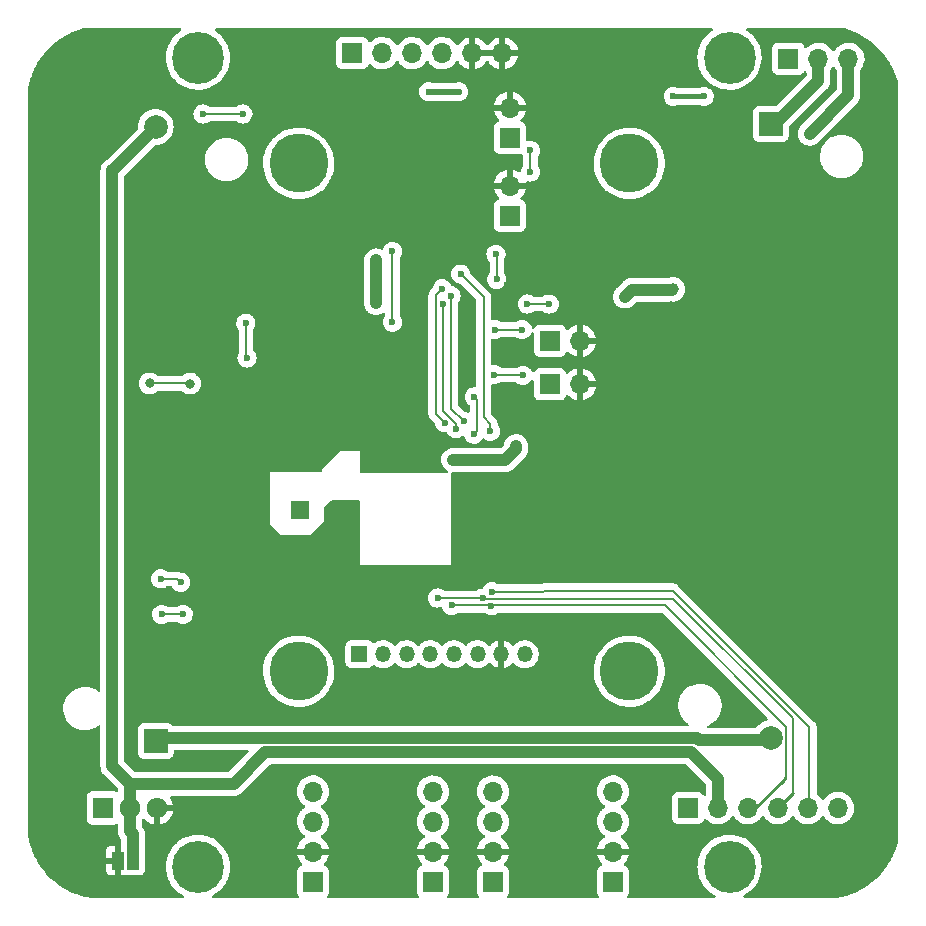
<source format=gbr>
%TF.GenerationSoftware,KiCad,Pcbnew,6.0.11-2627ca5db0~126~ubuntu22.04.1*%
%TF.CreationDate,2024-02-17T18:29:37+01:00*%
%TF.ProjectId,HB-UNI-SEN-BATT_ATMega1284P_E07-900MM10S_FUEL4EP,48422d55-4e49-42d5-9345-4e2d42415454,1.1*%
%TF.SameCoordinates,Original*%
%TF.FileFunction,Copper,L2,Bot*%
%TF.FilePolarity,Positive*%
%FSLAX46Y46*%
G04 Gerber Fmt 4.6, Leading zero omitted, Abs format (unit mm)*
G04 Created by KiCad (PCBNEW 6.0.11-2627ca5db0~126~ubuntu22.04.1) date 2024-02-17 18:29:37*
%MOMM*%
%LPD*%
G01*
G04 APERTURE LIST*
G04 Aperture macros list*
%AMRoundRect*
0 Rectangle with rounded corners*
0 $1 Rounding radius*
0 $2 $3 $4 $5 $6 $7 $8 $9 X,Y pos of 4 corners*
0 Add a 4 corners polygon primitive as box body*
4,1,4,$2,$3,$4,$5,$6,$7,$8,$9,$2,$3,0*
0 Add four circle primitives for the rounded corners*
1,1,$1+$1,$2,$3*
1,1,$1+$1,$4,$5*
1,1,$1+$1,$6,$7*
1,1,$1+$1,$8,$9*
0 Add four rect primitives between the rounded corners*
20,1,$1+$1,$2,$3,$4,$5,0*
20,1,$1+$1,$4,$5,$6,$7,0*
20,1,$1+$1,$6,$7,$8,$9,0*
20,1,$1+$1,$8,$9,$2,$3,0*%
G04 Aperture macros list end*
%TA.AperFunction,ComponentPad*%
%ADD10R,1.700000X1.700000*%
%TD*%
%TA.AperFunction,ComponentPad*%
%ADD11O,1.700000X1.700000*%
%TD*%
%TA.AperFunction,ComponentPad*%
%ADD12R,1.717500X1.800000*%
%TD*%
%TA.AperFunction,ComponentPad*%
%ADD13O,1.717500X1.800000*%
%TD*%
%TA.AperFunction,SMDPad,CuDef*%
%ADD14R,1.000000X1.500000*%
%TD*%
%TA.AperFunction,ComponentPad*%
%ADD15C,0.700000*%
%TD*%
%TA.AperFunction,ComponentPad*%
%ADD16C,4.400000*%
%TD*%
%TA.AperFunction,ComponentPad*%
%ADD17R,2.000000X2.000000*%
%TD*%
%TA.AperFunction,ComponentPad*%
%ADD18C,2.000000*%
%TD*%
%TA.AperFunction,ComponentPad*%
%ADD19R,1.350000X1.350000*%
%TD*%
%TA.AperFunction,ComponentPad*%
%ADD20O,1.350000X1.350000*%
%TD*%
%TA.AperFunction,ComponentPad*%
%ADD21C,5.000000*%
%TD*%
%TA.AperFunction,ComponentPad*%
%ADD22RoundRect,0.250000X-0.550000X-0.550000X0.550000X-0.550000X0.550000X0.550000X-0.550000X0.550000X0*%
%TD*%
%TA.AperFunction,ViaPad*%
%ADD23C,1.000000*%
%TD*%
%TA.AperFunction,ViaPad*%
%ADD24C,0.800000*%
%TD*%
%TA.AperFunction,ViaPad*%
%ADD25C,0.600000*%
%TD*%
%TA.AperFunction,Conductor*%
%ADD26C,0.200000*%
%TD*%
%TA.AperFunction,Conductor*%
%ADD27C,0.250000*%
%TD*%
%TA.AperFunction,Conductor*%
%ADD28C,0.500000*%
%TD*%
%TA.AperFunction,Conductor*%
%ADD29C,0.400000*%
%TD*%
%TA.AperFunction,Conductor*%
%ADD30C,1.000000*%
%TD*%
G04 APERTURE END LIST*
D10*
%TO.P,J7,1,Pin_1*%
%TO.N,VCC*%
X34890000Y1997000D03*
D11*
%TO.P,J7,2,Pin_2*%
%TO.N,GND*%
X34890000Y4537000D03*
%TO.P,J7,3,Pin_3*%
%TO.N,/SCL*%
X34890000Y7077000D03*
%TO.P,J7,4,Pin_4*%
%TO.N,/SDA*%
X34890000Y9617000D03*
%TD*%
D10*
%TO.P,J3,1,Pin_1*%
%TO.N,/A1*%
X44796000Y44097500D03*
D11*
%TO.P,J3,2,Pin_2*%
%TO.N,GND*%
X47336000Y44097500D03*
%TD*%
D10*
%TO.P,J4,1,Pin_1*%
%TO.N,/A3*%
X44796000Y47780500D03*
D11*
%TO.P,J4,2,Pin_2*%
%TO.N,GND*%
X47336000Y47780500D03*
%TD*%
D10*
%TO.P,J5,1,Pin_1*%
%TO.N,VCC*%
X56480000Y8220000D03*
D11*
%TO.P,J5,2,Pin_2*%
%TO.N,/minusBAT*%
X59020000Y8220000D03*
%TO.P,J5,3,Pin_3*%
%TO.N,/MOSI*%
X61560000Y8220000D03*
%TO.P,J5,4,Pin_4*%
%TO.N,/SCK*%
X64100000Y8220000D03*
%TO.P,J5,5,Pin_5*%
%TO.N,/MISO*%
X66640000Y8220000D03*
%TO.P,J5,6,Pin_6*%
%TO.N,/RSETB*%
X69180000Y8220000D03*
%TD*%
D12*
%TO.P,Q1,1,G*%
%TO.N,Net-(Q1-Pad1)*%
X6950000Y8220000D03*
D13*
%TO.P,Q1,2,D*%
%TO.N,/minusBAT*%
X9240000Y8220000D03*
%TO.P,Q1,3,S*%
%TO.N,GND*%
X11530000Y8220000D03*
%TD*%
D10*
%TO.P,J10,1,Pin_1*%
%TO.N,VCC*%
X64989000Y71656500D03*
D11*
%TO.P,J10,2,Pin_2*%
%TO.N,/plusBAT*%
X67529000Y71656500D03*
%TO.P,J10,3,Pin_3*%
%TO.N,/minusBAT*%
X70069000Y71656500D03*
%TD*%
D14*
%TO.P,JP1,1,A*%
%TO.N,/minusBAT*%
X9500000Y3775000D03*
%TO.P,JP1,2,B*%
%TO.N,GND*%
X8200000Y3775000D03*
%TD*%
D10*
%TO.P,J8,1,Pin_1*%
%TO.N,VCC*%
X39970000Y1997000D03*
D11*
%TO.P,J8,2,Pin_2*%
%TO.N,GND*%
X39970000Y4537000D03*
%TO.P,J8,3,Pin_3*%
%TO.N,/SCL*%
X39970000Y7077000D03*
%TO.P,J8,4,Pin_4*%
%TO.N,/SDA*%
X39970000Y9617000D03*
%TD*%
D15*
%TO.P,H2,1*%
%TO.N,N/C*%
X58727200Y70477200D03*
X61272800Y73022800D03*
X60000000Y73550000D03*
X61272800Y70477200D03*
X58200000Y71750000D03*
X60000000Y69950000D03*
D16*
X60000000Y71750000D03*
D15*
X58727200Y73022800D03*
X61800000Y71750000D03*
%TD*%
%TO.P,H4,1*%
%TO.N,N/C*%
X60000000Y1450000D03*
D16*
X60000000Y3250000D03*
D15*
X58727200Y1977200D03*
X61272800Y4522800D03*
X58727200Y4522800D03*
X61272800Y1977200D03*
X61800000Y3250000D03*
X58200000Y3250000D03*
X60000000Y5050000D03*
%TD*%
D16*
%TO.P,H1,1*%
%TO.N,N/C*%
X15000000Y71750000D03*
D15*
X15000000Y73550000D03*
X16272800Y70477200D03*
X15000000Y69950000D03*
X16272800Y73022800D03*
X16800000Y71750000D03*
X13727200Y70477200D03*
X13200000Y71750000D03*
X13727200Y73022800D03*
%TD*%
%TO.P,H3,1*%
%TO.N,N/C*%
X16272800Y1977200D03*
X16272800Y4522800D03*
X13200000Y3250000D03*
X13727200Y4522800D03*
X13727200Y1977200D03*
X16800000Y3250000D03*
X15000000Y1450000D03*
X15000000Y5050000D03*
D16*
X15000000Y3250000D03*
%TD*%
D17*
%TO.P,BT2,1,+*%
%TO.N,/conBAT*%
X11420000Y13900000D03*
D18*
%TO.P,BT2,2,-*%
%TO.N,/minusBAT*%
X11420000Y65890000D03*
%TD*%
D10*
%TO.P,J12,1,Pin_1*%
%TO.N,/DTR*%
X28070100Y72139100D03*
D11*
%TO.P,J12,2,Pin_2*%
%TO.N,/TXD0*%
X30610100Y72139100D03*
%TO.P,J12,3,Pin_3*%
%TO.N,/RXD0*%
X33150100Y72139100D03*
%TO.P,J12,4,Pin_4*%
%TO.N,VCC*%
X35690100Y72139100D03*
%TO.P,J12,5,Pin_5*%
%TO.N,GND*%
X38230100Y72139100D03*
%TO.P,J12,6,Pin_6*%
X40770100Y72139100D03*
%TD*%
D17*
%TO.P,BT1,1,+*%
%TO.N,/plusBAT*%
X63490000Y66140000D03*
D18*
%TO.P,BT1,2,-*%
%TO.N,/conBAT*%
X63490000Y14150000D03*
%TD*%
D19*
%TO.P,J11,1,Pin_1*%
%TO.N,/D7*%
X28667000Y21250000D03*
D20*
%TO.P,J11,2,Pin_2*%
%TO.N,/D6*%
X30667000Y21250000D03*
%TO.P,J11,3,Pin_3*%
%TO.N,/MISO*%
X32667000Y21250000D03*
%TO.P,J11,4,Pin_4*%
%TO.N,/D5*%
X34667000Y21250000D03*
%TO.P,J11,5,Pin_5*%
%TO.N,/SCK*%
X36667000Y21250000D03*
%TO.P,J11,6,Pin_6*%
%TO.N,/MOSI*%
X38667000Y21250000D03*
%TO.P,J11,7,Pin_7*%
%TO.N,GND*%
X40667000Y21250000D03*
%TO.P,J11,8,Pin_8*%
%TO.N,VCC*%
X42667000Y21250000D03*
%TD*%
D10*
%TO.P,J1,1,Pin_1*%
%TO.N,/PB0_T0*%
X41400000Y64989000D03*
D11*
%TO.P,J1,2,Pin_2*%
%TO.N,GND*%
X41400000Y67529000D03*
%TD*%
D10*
%TO.P,J6,1,Pin_1*%
%TO.N,VCC*%
X24730000Y2000000D03*
D11*
%TO.P,J6,2,Pin_2*%
%TO.N,GND*%
X24730000Y4540000D03*
%TO.P,J6,3,Pin_3*%
%TO.N,/SCL*%
X24730000Y7080000D03*
%TO.P,J6,4,Pin_4*%
%TO.N,/SDA*%
X24730000Y9620000D03*
%TD*%
D10*
%TO.P,J2,1,Pin_1*%
%TO.N,/PB1_T1*%
X41400000Y58385000D03*
D11*
%TO.P,J2,2,Pin_2*%
%TO.N,GND*%
X41400000Y60925000D03*
%TD*%
D10*
%TO.P,J9,1,Pin_1*%
%TO.N,VCC*%
X50130000Y2000000D03*
D11*
%TO.P,J9,2,Pin_2*%
%TO.N,GND*%
X50130000Y4540000D03*
%TO.P,J9,3,Pin_3*%
%TO.N,/SCL*%
X50130000Y7080000D03*
%TO.P,J9,4,Pin_4*%
%TO.N,/SDA*%
X50130000Y9620000D03*
%TD*%
D21*
%TO.P,H5,1*%
%TO.N,N/C*%
X23510800Y62800000D03*
%TD*%
%TO.P,H6,1*%
%TO.N,N/C*%
X23510800Y19800000D03*
%TD*%
%TO.P,H7,1*%
%TO.N,N/C*%
X51510800Y62800000D03*
%TD*%
%TO.P,H8,1*%
%TO.N,N/C*%
X51510800Y19800000D03*
%TD*%
D22*
%TO.P,AE1,1,A*%
%TO.N,Net-(AE1-Pad1)*%
X23622000Y33477200D03*
%TD*%
D23*
%TO.N,GND*%
X54956000Y55210000D03*
D24*
X47336000Y23764800D03*
D25*
X41176500Y52479500D03*
X33782000Y39141400D03*
X30572000Y48669500D03*
X32822962Y55448238D03*
X21158200Y31623000D03*
D23*
X55083000Y48987000D03*
X55083000Y50638000D03*
D24*
X10658400Y17567200D03*
D25*
X20726400Y38633400D03*
X25946100Y39509700D03*
D24*
X45405600Y17618000D03*
D25*
X31651500Y62893500D03*
X5172000Y72609000D03*
X20726400Y33375600D03*
D23*
X54956000Y56480000D03*
D25*
X20726400Y34721800D03*
X23569600Y40130400D03*
X27178000Y39293800D03*
X24206200Y30962600D03*
X32416000Y59779500D03*
X21640800Y39547800D03*
X51878600Y73375000D03*
X24585800Y38660200D03*
X20726400Y35966400D03*
X31651500Y64481000D03*
X26047700Y38163500D03*
X21809000Y73371000D03*
X24663400Y40157400D03*
X38938200Y30099000D03*
X20726400Y37185600D03*
X22783800Y30962600D03*
X38065000Y65624000D03*
X22453600Y38506400D03*
X25209500Y31534100D03*
X22528200Y40130400D03*
D23*
X54956000Y57877000D03*
D25*
X26170000Y33647000D03*
X26060400Y32385000D03*
%TO.N,/SS*%
X37239500Y53432000D03*
X39758959Y40123936D03*
%TO.N,/D2*%
X31461000Y55354698D03*
X38353999Y39878001D03*
X31461000Y49354700D03*
X38392280Y43030172D03*
%TO.N,/A0*%
X42446500Y48733000D03*
X40160500Y48733000D03*
%TO.N,/A1*%
X42510004Y44859500D03*
X40097000Y44922998D03*
%TO.N,/A3*%
X44732500Y50892000D03*
X42891000Y50892000D03*
%TO.N,/MOSI*%
X39822600Y25344000D03*
X37479847Y40968118D03*
X36423600Y51612800D03*
X36479000Y25370000D03*
%TO.N,/SCK*%
X35712400Y50901600D03*
X36830000Y40335200D03*
X39157200Y26000000D03*
X35280600Y26009600D03*
%TO.N,/MISO*%
X35885628Y40838150D03*
X39878000Y26543000D03*
X35679111Y52189111D03*
%TO.N,VCC*%
X37693600Y37693600D03*
X57851600Y68468800D03*
X30064000Y50892000D03*
X36601400Y37693600D03*
X55235400Y68468800D03*
X30082364Y54593364D03*
X34534400Y68875200D03*
X41021000Y37693600D03*
X37074400Y68875200D03*
X41910000Y38862000D03*
D23*
%TO.N,/minusBAT*%
X66779700Y65319200D03*
%TO.N,/plusBAT*%
X55210000Y52162000D03*
X51146000Y51527000D03*
D25*
%TO.N,/D5*%
X11912600Y24612600D03*
X13741400Y24612600D03*
%TO.N,/D6*%
X11827999Y27624943D03*
X13528100Y27343068D03*
%TO.N,/D7*%
X19050000Y49276000D03*
X19151600Y46329600D03*
D24*
%TO.N,/CONFIG*%
X10896600Y44170600D03*
D25*
X15420000Y66982000D03*
D24*
X14335099Y44154699D03*
D25*
X18800000Y66982000D03*
%TO.N,/PB0_T0*%
X40287500Y52987500D03*
X43145000Y63909500D03*
X43145000Y62068000D03*
X40220565Y55108282D03*
%TD*%
D26*
%TO.N,/SS*%
X37239500Y53432000D02*
X39176900Y51494600D01*
X39176900Y51494600D02*
X39176900Y41320122D01*
X39176900Y41320122D02*
X39758959Y40738063D01*
X39758959Y40738063D02*
X39758959Y40123936D01*
%TO.N,/D2*%
X31461000Y49354700D02*
X31461000Y55354698D01*
X38608000Y40132002D02*
X38353999Y39878001D01*
X38392280Y43030172D02*
X38608000Y42814452D01*
X38608000Y42814452D02*
X38608000Y40132002D01*
%TO.N,/A0*%
X42446500Y48733000D02*
X40160500Y48733000D01*
%TO.N,/A1*%
X42510004Y44859500D02*
X40160498Y44859500D01*
X40160498Y44859500D02*
X40097000Y44922998D01*
%TO.N,/A3*%
X44732500Y50892000D02*
X42891000Y50892000D01*
%TO.N,/MOSI*%
X36423600Y42024365D02*
X37479847Y40968118D01*
X39848600Y25370000D02*
X39822600Y25344000D01*
D27*
X62195000Y8220000D02*
X64608000Y10633000D01*
D26*
X39796600Y25370000D02*
X39822600Y25344000D01*
X54536054Y25370000D02*
X39848600Y25370000D01*
D27*
X64608000Y10633000D02*
X64735000Y10760000D01*
D26*
X64608000Y10633000D02*
X64790001Y10815001D01*
X36479000Y25370000D02*
X39796600Y25370000D01*
X64790001Y15116053D02*
X54536054Y25370000D01*
X36423600Y51612800D02*
X36423600Y42024365D01*
X64790001Y10815001D02*
X64790001Y15116053D01*
%TO.N,/SCK*%
X65370000Y9490000D02*
X65370000Y15806054D01*
X35290200Y26000000D02*
X35280600Y26009600D01*
X65370000Y15806054D02*
X55232554Y25943500D01*
X35712400Y41859200D02*
X36830000Y40741600D01*
X39213700Y25943500D02*
X39157200Y26000000D01*
X55232554Y25943500D02*
X39213700Y25943500D01*
D27*
X65370000Y9490000D02*
X64100000Y8220000D01*
D26*
X39157200Y26000000D02*
X35290200Y26000000D01*
X36830000Y40741600D02*
X36830000Y40335200D01*
X35712400Y50901600D02*
X35712400Y41859200D01*
%TO.N,/MISO*%
X66767000Y15078000D02*
X66767000Y8347000D01*
X35112900Y51622900D02*
X35112900Y41610878D01*
X44183000Y26543000D02*
X39878000Y26543000D01*
X35112900Y51622900D02*
X35679111Y52189111D01*
X35112900Y41610878D02*
X35885628Y40838150D01*
X44275000Y26635000D02*
X44183000Y26543000D01*
X55210000Y26635000D02*
X44275000Y26635000D01*
X55210000Y26635000D02*
X66767000Y15078000D01*
D28*
%TO.N,VCC*%
X37074400Y68875200D02*
X34534400Y68875200D01*
D29*
X57851600Y68468800D02*
X55235400Y68468800D01*
D30*
X37693600Y37693600D02*
X36601400Y37693600D01*
X30082364Y54593364D02*
X30082364Y50973864D01*
X41910000Y38582600D02*
X41910000Y38862000D01*
X41021000Y37693600D02*
X41910000Y38582600D01*
X41021000Y37693600D02*
X37693600Y37693600D01*
%TO.N,/minusBAT*%
X9500000Y6000000D02*
X9250000Y6250000D01*
X18007000Y10260000D02*
X20696990Y12949990D01*
X70069000Y71656500D02*
X70069000Y68608500D01*
X7750000Y11750000D02*
X7750000Y62220300D01*
X9250000Y8166650D02*
X9250000Y6250000D01*
X7800800Y62220300D02*
X11458500Y65878000D01*
X59020000Y10645700D02*
X59020000Y8194600D01*
X9240000Y8220000D02*
X9240000Y10260000D01*
X56715710Y12949990D02*
X59020000Y10645700D01*
X7750000Y62220300D02*
X7800800Y62220300D01*
X9500000Y3775000D02*
X9500000Y6000000D01*
X9240000Y10260000D02*
X18007000Y10260000D01*
X20696990Y12949990D02*
X56715710Y12949990D01*
X70069000Y68608500D02*
X66779700Y65319200D01*
X9240000Y10260000D02*
X7750000Y11750000D01*
D29*
%TO.N,/plusBAT*%
X55146500Y52098500D02*
X55210000Y52162000D01*
D30*
X67529000Y69815000D02*
X63592000Y65878000D01*
X51717500Y52098500D02*
X55146500Y52098500D01*
X51146000Y51527000D02*
X51717500Y52098500D01*
X67529000Y71656500D02*
X67529000Y69815000D01*
D26*
%TO.N,/D5*%
X13741400Y24612600D02*
X11912600Y24612600D01*
%TO.N,/D6*%
X11827999Y27624943D02*
X13246225Y27624943D01*
X13246225Y27624943D02*
X13528100Y27343068D01*
%TO.N,/D7*%
X19050000Y46431200D02*
X19050000Y49276000D01*
X19151600Y46329600D02*
X19050000Y46431200D01*
%TO.N,/CONFIG*%
X14319198Y44170600D02*
X11125200Y44170600D01*
X14335099Y44154699D02*
X14319198Y44170600D01*
X18800000Y66982000D02*
X15420000Y66982000D01*
X11125200Y44170600D02*
X10896600Y44170600D01*
%TO.N,/PB0_T0*%
X40287500Y52987500D02*
X40287500Y55019500D01*
X43145000Y62068000D02*
X43145000Y63909500D01*
D30*
%TO.N,/conBAT*%
X57412770Y13950000D02*
X57212770Y14150000D01*
X63490000Y13950000D02*
X57412770Y13950000D01*
X57212770Y14150000D02*
X11673500Y14150000D01*
%TD*%
%TA.AperFunction,Conductor*%
%TO.N,GND*%
G36*
X13531412Y74239998D02*
G01*
X13577905Y74186342D01*
X13588009Y74116068D01*
X13558515Y74051488D01*
X13527714Y74025715D01*
X13478074Y73996183D01*
X13478068Y73996179D01*
X13474814Y73994243D01*
X13216244Y73794757D01*
X12983513Y73565653D01*
X12981149Y73562686D01*
X12981146Y73562683D01*
X12824445Y73366035D01*
X12779991Y73310249D01*
X12608626Y73032243D01*
X12607037Y73028796D01*
X12495735Y72787361D01*
X12471902Y72735664D01*
X12470741Y72732060D01*
X12470741Y72732059D01*
X12462196Y72705523D01*
X12371797Y72424808D01*
X12371079Y72421097D01*
X12371078Y72421093D01*
X12310482Y72107895D01*
X12310481Y72107886D01*
X12309763Y72104176D01*
X12309496Y72100400D01*
X12309495Y72100395D01*
X12286966Y71782204D01*
X12286698Y71778415D01*
X12286887Y71774623D01*
X12302353Y71463956D01*
X12302936Y71452241D01*
X12303577Y71448510D01*
X12303578Y71448502D01*
X12354862Y71150047D01*
X12358241Y71130381D01*
X12359329Y71126742D01*
X12359330Y71126739D01*
X12448218Y70829521D01*
X12451814Y70817496D01*
X12453327Y70814025D01*
X12453329Y70814019D01*
X12506280Y70692530D01*
X12582297Y70518119D01*
X12584220Y70514848D01*
X12584222Y70514844D01*
X12626317Y70443239D01*
X12747802Y70236586D01*
X12750103Y70233571D01*
X12943631Y69979988D01*
X12943636Y69979983D01*
X12945931Y69976975D01*
X13007860Y69913403D01*
X13113137Y69805334D01*
X13173814Y69743047D01*
X13246635Y69684393D01*
X13425196Y69540569D01*
X13425201Y69540565D01*
X13428149Y69538191D01*
X13705253Y69365373D01*
X14001112Y69227097D01*
X14116801Y69189172D01*
X14287012Y69133374D01*
X14311440Y69125366D01*
X14631742Y69061654D01*
X14635514Y69061367D01*
X14635522Y69061366D01*
X14953602Y69037171D01*
X14953607Y69037171D01*
X14957379Y69036884D01*
X15283633Y69051414D01*
X15289844Y69052448D01*
X15602037Y69104410D01*
X15602042Y69104411D01*
X15605778Y69105033D01*
X15919149Y69196966D01*
X15922616Y69198456D01*
X15922620Y69198457D01*
X16215721Y69324384D01*
X16215723Y69324385D01*
X16219205Y69325881D01*
X16501601Y69489909D01*
X16762245Y69686676D01*
X16939045Y69857111D01*
X16994632Y69910697D01*
X16994635Y69910700D01*
X16997363Y69913330D01*
X17203549Y70166590D01*
X17205570Y70169793D01*
X17375788Y70439572D01*
X17375790Y70439575D01*
X17377815Y70442785D01*
X17517638Y70737916D01*
X17519507Y70743518D01*
X17619790Y71044103D01*
X17619792Y71044109D01*
X17620992Y71047707D01*
X17660487Y71240966D01*
X26711600Y71240966D01*
X26718355Y71178784D01*
X26769485Y71042395D01*
X26856839Y70925839D01*
X26973395Y70838485D01*
X27109784Y70787355D01*
X27171966Y70780600D01*
X28968234Y70780600D01*
X29030416Y70787355D01*
X29166805Y70838485D01*
X29283361Y70925839D01*
X29370715Y71042395D01*
X29392899Y71101571D01*
X29414698Y71159718D01*
X29457340Y71216482D01*
X29523902Y71241182D01*
X29593250Y71225974D01*
X29627917Y71197986D01*
X29656350Y71165162D01*
X29828226Y71022468D01*
X30021100Y70909762D01*
X30229792Y70830070D01*
X30234860Y70829039D01*
X30234863Y70829038D01*
X30329962Y70809690D01*
X30448697Y70785533D01*
X30453872Y70785343D01*
X30453874Y70785343D01*
X30666773Y70777536D01*
X30666777Y70777536D01*
X30671937Y70777347D01*
X30677057Y70778003D01*
X30677059Y70778003D01*
X30888388Y70805075D01*
X30888389Y70805075D01*
X30893516Y70805732D01*
X30898466Y70807217D01*
X31102529Y70868439D01*
X31102534Y70868441D01*
X31107484Y70869926D01*
X31308094Y70968204D01*
X31489960Y71097927D01*
X31542263Y71150047D01*
X31634126Y71241590D01*
X31648196Y71255611D01*
X31778553Y71437023D01*
X31779876Y71436072D01*
X31826745Y71479243D01*
X31896680Y71491475D01*
X31962126Y71463956D01*
X31989975Y71432106D01*
X32050087Y71334012D01*
X32196350Y71165162D01*
X32368226Y71022468D01*
X32561100Y70909762D01*
X32769792Y70830070D01*
X32774860Y70829039D01*
X32774863Y70829038D01*
X32869962Y70809690D01*
X32988697Y70785533D01*
X32993872Y70785343D01*
X32993874Y70785343D01*
X33206773Y70777536D01*
X33206777Y70777536D01*
X33211937Y70777347D01*
X33217057Y70778003D01*
X33217059Y70778003D01*
X33428388Y70805075D01*
X33428389Y70805075D01*
X33433516Y70805732D01*
X33438466Y70807217D01*
X33642529Y70868439D01*
X33642534Y70868441D01*
X33647484Y70869926D01*
X33848094Y70968204D01*
X34029960Y71097927D01*
X34082263Y71150047D01*
X34174126Y71241590D01*
X34188196Y71255611D01*
X34318553Y71437023D01*
X34319876Y71436072D01*
X34366745Y71479243D01*
X34436680Y71491475D01*
X34502126Y71463956D01*
X34529975Y71432106D01*
X34590087Y71334012D01*
X34736350Y71165162D01*
X34908226Y71022468D01*
X35101100Y70909762D01*
X35309792Y70830070D01*
X35314860Y70829039D01*
X35314863Y70829038D01*
X35409962Y70809690D01*
X35528697Y70785533D01*
X35533872Y70785343D01*
X35533874Y70785343D01*
X35746773Y70777536D01*
X35746777Y70777536D01*
X35751937Y70777347D01*
X35757057Y70778003D01*
X35757059Y70778003D01*
X35968388Y70805075D01*
X35968389Y70805075D01*
X35973516Y70805732D01*
X35978466Y70807217D01*
X36182529Y70868439D01*
X36182534Y70868441D01*
X36187484Y70869926D01*
X36388094Y70968204D01*
X36569960Y71097927D01*
X36622263Y71150047D01*
X36714126Y71241590D01*
X36728196Y71255611D01*
X36858553Y71437023D01*
X36859740Y71436170D01*
X36907060Y71479738D01*
X36976997Y71491955D01*
X37042438Y71464422D01*
X37070266Y71432589D01*
X37127794Y71338712D01*
X37133877Y71330401D01*
X37273313Y71169433D01*
X37280680Y71162217D01*
X37444534Y71026184D01*
X37452981Y71020269D01*
X37636856Y70912821D01*
X37646142Y70908371D01*
X37845101Y70832397D01*
X37854999Y70829521D01*
X37958350Y70808494D01*
X37972399Y70809690D01*
X37976100Y70820035D01*
X37976100Y70820583D01*
X38484100Y70820583D01*
X38488164Y70806741D01*
X38501578Y70804707D01*
X38508284Y70805566D01*
X38518362Y70807708D01*
X38722355Y70868909D01*
X38731942Y70872667D01*
X38923195Y70966361D01*
X38932045Y70971636D01*
X39105428Y71095308D01*
X39113300Y71101961D01*
X39264152Y71252288D01*
X39270830Y71260135D01*
X39398122Y71437281D01*
X39399247Y71436473D01*
X39446769Y71480224D01*
X39516707Y71492439D01*
X39582146Y71464903D01*
X39609970Y71433072D01*
X39667790Y71338717D01*
X39673877Y71330401D01*
X39813313Y71169433D01*
X39820680Y71162217D01*
X39984534Y71026184D01*
X39992981Y71020269D01*
X40176856Y70912821D01*
X40186142Y70908371D01*
X40385101Y70832397D01*
X40394999Y70829521D01*
X40498350Y70808494D01*
X40512399Y70809690D01*
X40516100Y70820035D01*
X40516100Y70820583D01*
X41024100Y70820583D01*
X41028164Y70806741D01*
X41041578Y70804707D01*
X41048284Y70805566D01*
X41058362Y70807708D01*
X41262355Y70868909D01*
X41271942Y70872667D01*
X41463195Y70966361D01*
X41472045Y70971636D01*
X41645428Y71095308D01*
X41653300Y71101961D01*
X41804152Y71252288D01*
X41810830Y71260135D01*
X41935103Y71433080D01*
X41940413Y71441917D01*
X42034770Y71632833D01*
X42038569Y71642428D01*
X42100477Y71846190D01*
X42102655Y71856263D01*
X42104086Y71867138D01*
X42101875Y71881322D01*
X42088717Y71885100D01*
X41042215Y71885100D01*
X41026976Y71880625D01*
X41025771Y71879235D01*
X41024100Y71871552D01*
X41024100Y70820583D01*
X40516100Y70820583D01*
X40516100Y71866985D01*
X40511625Y71882224D01*
X40510235Y71883429D01*
X40502552Y71885100D01*
X38502215Y71885100D01*
X38486976Y71880625D01*
X38485771Y71879235D01*
X38484100Y71871552D01*
X38484100Y70820583D01*
X37976100Y70820583D01*
X37976100Y72411215D01*
X38484100Y72411215D01*
X38488575Y72395976D01*
X38489965Y72394771D01*
X38497648Y72393100D01*
X40497985Y72393100D01*
X40513224Y72397575D01*
X40514429Y72398965D01*
X40516100Y72406648D01*
X40516100Y72411215D01*
X41024100Y72411215D01*
X41028575Y72395976D01*
X41029965Y72394771D01*
X41037648Y72393100D01*
X42088444Y72393100D01*
X42101975Y72397073D01*
X42103280Y72406153D01*
X42061314Y72573225D01*
X42057994Y72582976D01*
X41973072Y72778286D01*
X41968205Y72787361D01*
X41852526Y72966174D01*
X41846236Y72974343D01*
X41702906Y73131860D01*
X41695373Y73138885D01*
X41528239Y73270878D01*
X41519652Y73276583D01*
X41333217Y73379501D01*
X41323805Y73383731D01*
X41123059Y73454820D01*
X41113088Y73457454D01*
X41041937Y73470128D01*
X41028640Y73468668D01*
X41024100Y73454111D01*
X41024100Y72411215D01*
X40516100Y72411215D01*
X40516100Y73455998D01*
X40512182Y73469342D01*
X40497906Y73471329D01*
X40459424Y73465440D01*
X40449388Y73463049D01*
X40246968Y73396888D01*
X40237459Y73392891D01*
X40048563Y73294558D01*
X40039838Y73289064D01*
X39869533Y73161195D01*
X39861826Y73154352D01*
X39714690Y73000383D01*
X39708204Y72992373D01*
X39603293Y72838579D01*
X39548382Y72793576D01*
X39477857Y72785405D01*
X39414110Y72816659D01*
X39393413Y72841143D01*
X39312527Y72966174D01*
X39306236Y72974343D01*
X39162906Y73131860D01*
X39155373Y73138885D01*
X38988239Y73270878D01*
X38979652Y73276583D01*
X38793217Y73379501D01*
X38783805Y73383731D01*
X38583059Y73454820D01*
X38573088Y73457454D01*
X38501937Y73470128D01*
X38488640Y73468668D01*
X38484100Y73454111D01*
X38484100Y72411215D01*
X37976100Y72411215D01*
X37976100Y73455998D01*
X37972182Y73469342D01*
X37957906Y73471329D01*
X37919424Y73465440D01*
X37909388Y73463049D01*
X37706968Y73396888D01*
X37697459Y73392891D01*
X37508563Y73294558D01*
X37499838Y73289064D01*
X37329533Y73161195D01*
X37321826Y73154352D01*
X37174690Y73000383D01*
X37168209Y72992378D01*
X37063598Y72839026D01*
X37008687Y72794024D01*
X36938162Y72785853D01*
X36874415Y72817107D01*
X36853718Y72841591D01*
X36772922Y72966483D01*
X36772920Y72966486D01*
X36770114Y72970823D01*
X36619770Y73136049D01*
X36615719Y73139248D01*
X36615715Y73139252D01*
X36448514Y73271300D01*
X36448510Y73271302D01*
X36444459Y73274502D01*
X36408128Y73294558D01*
X36379703Y73310249D01*
X36248889Y73382462D01*
X36244020Y73384186D01*
X36244016Y73384188D01*
X36043187Y73455305D01*
X36043183Y73455306D01*
X36038312Y73457031D01*
X36033219Y73457938D01*
X36033216Y73457939D01*
X35823473Y73495300D01*
X35823467Y73495301D01*
X35818384Y73496206D01*
X35744552Y73497108D01*
X35600181Y73498872D01*
X35600179Y73498872D01*
X35595011Y73498935D01*
X35374191Y73465145D01*
X35161856Y73395743D01*
X34963707Y73292593D01*
X34959574Y73289490D01*
X34959571Y73289488D01*
X34789200Y73161570D01*
X34785065Y73158465D01*
X34781493Y73154727D01*
X34645769Y73012700D01*
X34630729Y72996962D01*
X34523301Y72839479D01*
X34468393Y72794479D01*
X34397868Y72786308D01*
X34334121Y72817562D01*
X34313424Y72842046D01*
X34232922Y72966483D01*
X34232920Y72966486D01*
X34230114Y72970823D01*
X34079770Y73136049D01*
X34075719Y73139248D01*
X34075715Y73139252D01*
X33908514Y73271300D01*
X33908510Y73271302D01*
X33904459Y73274502D01*
X33868128Y73294558D01*
X33839703Y73310249D01*
X33708889Y73382462D01*
X33704020Y73384186D01*
X33704016Y73384188D01*
X33503187Y73455305D01*
X33503183Y73455306D01*
X33498312Y73457031D01*
X33493219Y73457938D01*
X33493216Y73457939D01*
X33283473Y73495300D01*
X33283467Y73495301D01*
X33278384Y73496206D01*
X33204552Y73497108D01*
X33060181Y73498872D01*
X33060179Y73498872D01*
X33055011Y73498935D01*
X32834191Y73465145D01*
X32621856Y73395743D01*
X32423707Y73292593D01*
X32419574Y73289490D01*
X32419571Y73289488D01*
X32249200Y73161570D01*
X32245065Y73158465D01*
X32241493Y73154727D01*
X32105769Y73012700D01*
X32090729Y72996962D01*
X31983301Y72839479D01*
X31928393Y72794479D01*
X31857868Y72786308D01*
X31794121Y72817562D01*
X31773424Y72842046D01*
X31692922Y72966483D01*
X31692920Y72966486D01*
X31690114Y72970823D01*
X31539770Y73136049D01*
X31535719Y73139248D01*
X31535715Y73139252D01*
X31368514Y73271300D01*
X31368510Y73271302D01*
X31364459Y73274502D01*
X31328128Y73294558D01*
X31299703Y73310249D01*
X31168889Y73382462D01*
X31164020Y73384186D01*
X31164016Y73384188D01*
X30963187Y73455305D01*
X30963183Y73455306D01*
X30958312Y73457031D01*
X30953219Y73457938D01*
X30953216Y73457939D01*
X30743473Y73495300D01*
X30743467Y73495301D01*
X30738384Y73496206D01*
X30664552Y73497108D01*
X30520181Y73498872D01*
X30520179Y73498872D01*
X30515011Y73498935D01*
X30294191Y73465145D01*
X30081856Y73395743D01*
X29883707Y73292593D01*
X29879574Y73289490D01*
X29879571Y73289488D01*
X29709200Y73161570D01*
X29705065Y73158465D01*
X29625551Y73075258D01*
X29624383Y73074036D01*
X29562859Y73038606D01*
X29491946Y73042063D01*
X29434160Y73083309D01*
X29415307Y73116857D01*
X29373867Y73227397D01*
X29370715Y73235805D01*
X29283361Y73352361D01*
X29166805Y73439715D01*
X29030416Y73490845D01*
X28968234Y73497600D01*
X27171966Y73497600D01*
X27109784Y73490845D01*
X26973395Y73439715D01*
X26856839Y73352361D01*
X26769485Y73235805D01*
X26718355Y73099416D01*
X26711600Y73037234D01*
X26711600Y71240966D01*
X17660487Y71240966D01*
X17686381Y71367671D01*
X17686861Y71373561D01*
X17707948Y71632833D01*
X17712856Y71693174D01*
X17713451Y71750000D01*
X17711510Y71782204D01*
X17694026Y72072207D01*
X17694026Y72072211D01*
X17693798Y72075985D01*
X17689313Y72100546D01*
X17635805Y72393527D01*
X17635804Y72393531D01*
X17635125Y72397249D01*
X17630789Y72411215D01*
X17574829Y72591436D01*
X17538282Y72709137D01*
X17404670Y73007131D01*
X17236226Y73286916D01*
X17233899Y73289900D01*
X17233894Y73289907D01*
X17037726Y73541442D01*
X17037724Y73541444D01*
X17035390Y73544437D01*
X16805070Y73775966D01*
X16548603Y73978148D01*
X16545378Y73980113D01*
X16545366Y73980121D01*
X16469407Y74026396D01*
X16421638Y74078918D01*
X16409849Y74148929D01*
X16437781Y74214200D01*
X16496568Y74254008D01*
X16534961Y74260000D01*
X58463291Y74260000D01*
X58531412Y74239998D01*
X58577905Y74186342D01*
X58588009Y74116068D01*
X58558515Y74051488D01*
X58527714Y74025715D01*
X58478074Y73996183D01*
X58478068Y73996179D01*
X58474814Y73994243D01*
X58216244Y73794757D01*
X57983513Y73565653D01*
X57981149Y73562686D01*
X57981146Y73562683D01*
X57824445Y73366035D01*
X57779991Y73310249D01*
X57608626Y73032243D01*
X57607037Y73028796D01*
X57495735Y72787361D01*
X57471902Y72735664D01*
X57470741Y72732060D01*
X57470741Y72732059D01*
X57462196Y72705523D01*
X57371797Y72424808D01*
X57371079Y72421097D01*
X57371078Y72421093D01*
X57310482Y72107895D01*
X57310481Y72107886D01*
X57309763Y72104176D01*
X57309496Y72100400D01*
X57309495Y72100395D01*
X57286966Y71782204D01*
X57286698Y71778415D01*
X57286887Y71774623D01*
X57302353Y71463956D01*
X57302936Y71452241D01*
X57303577Y71448510D01*
X57303578Y71448502D01*
X57354862Y71150047D01*
X57358241Y71130381D01*
X57359329Y71126742D01*
X57359330Y71126739D01*
X57448218Y70829521D01*
X57451814Y70817496D01*
X57453327Y70814025D01*
X57453329Y70814019D01*
X57506280Y70692530D01*
X57582297Y70518119D01*
X57584220Y70514848D01*
X57584222Y70514844D01*
X57626317Y70443239D01*
X57747802Y70236586D01*
X57750103Y70233571D01*
X57943631Y69979988D01*
X57943636Y69979983D01*
X57945931Y69976975D01*
X58007860Y69913403D01*
X58113137Y69805334D01*
X58173814Y69743047D01*
X58246635Y69684393D01*
X58425196Y69540569D01*
X58425201Y69540565D01*
X58428149Y69538191D01*
X58705253Y69365373D01*
X59001112Y69227097D01*
X59116801Y69189172D01*
X59287012Y69133374D01*
X59311440Y69125366D01*
X59631742Y69061654D01*
X59635514Y69061367D01*
X59635522Y69061366D01*
X59953602Y69037171D01*
X59953607Y69037171D01*
X59957379Y69036884D01*
X60283633Y69051414D01*
X60289844Y69052448D01*
X60602037Y69104410D01*
X60602042Y69104411D01*
X60605778Y69105033D01*
X60919149Y69196966D01*
X60922616Y69198456D01*
X60922620Y69198457D01*
X61215721Y69324384D01*
X61215723Y69324385D01*
X61219205Y69325881D01*
X61501601Y69489909D01*
X61762245Y69686676D01*
X61939045Y69857111D01*
X61994632Y69910697D01*
X61994635Y69910700D01*
X61997363Y69913330D01*
X62203549Y70166590D01*
X62205570Y70169793D01*
X62375788Y70439572D01*
X62375790Y70439575D01*
X62377815Y70442785D01*
X62517638Y70737916D01*
X62519507Y70743518D01*
X62619790Y71044103D01*
X62619792Y71044109D01*
X62620992Y71047707D01*
X62686381Y71367671D01*
X62686861Y71373561D01*
X62707948Y71632833D01*
X62712856Y71693174D01*
X62713451Y71750000D01*
X62711510Y71782204D01*
X62694026Y72072207D01*
X62694026Y72072211D01*
X62693798Y72075985D01*
X62689313Y72100546D01*
X62635805Y72393527D01*
X62635804Y72393531D01*
X62635125Y72397249D01*
X62630789Y72411215D01*
X62574829Y72591436D01*
X62538282Y72709137D01*
X62404670Y73007131D01*
X62236226Y73286916D01*
X62233899Y73289900D01*
X62233894Y73289907D01*
X62037726Y73541442D01*
X62037724Y73541444D01*
X62035390Y73544437D01*
X61805070Y73775966D01*
X61548603Y73978148D01*
X61545378Y73980113D01*
X61545366Y73980121D01*
X61469407Y74026396D01*
X61421638Y74078918D01*
X61409849Y74148929D01*
X61437781Y74214200D01*
X61496568Y74254008D01*
X61534961Y74260000D01*
X69684465Y74260000D01*
X69717075Y74255707D01*
X69775702Y74239998D01*
X69908857Y74204319D01*
X69917861Y74201541D01*
X70367168Y74044322D01*
X70375908Y74040892D01*
X70812229Y73850527D01*
X70820718Y73846439D01*
X71014185Y73744189D01*
X71241598Y73623998D01*
X71249743Y73619295D01*
X71652804Y73366035D01*
X71660578Y73360735D01*
X72043602Y73078050D01*
X72050947Y73072193D01*
X72411769Y72761680D01*
X72418676Y72755271D01*
X72755271Y72418676D01*
X72761673Y72411777D01*
X73072190Y72050950D01*
X73078050Y72043602D01*
X73360735Y71660578D01*
X73366029Y71652813D01*
X73612971Y71259808D01*
X73619291Y71249750D01*
X73623998Y71241598D01*
X73728377Y71044103D01*
X73846439Y70820718D01*
X73850525Y70812232D01*
X74040884Y70375928D01*
X74044322Y70367168D01*
X74096937Y70216803D01*
X74201541Y69917861D01*
X74204319Y69908857D01*
X74245618Y69754730D01*
X74255707Y69717076D01*
X74260000Y69684465D01*
X74260000Y5315535D01*
X74255707Y5282925D01*
X74253123Y5273280D01*
X74204319Y5091143D01*
X74201541Y5082139D01*
X74089889Y4763054D01*
X74044326Y4632843D01*
X74040892Y4624092D01*
X73869850Y4232059D01*
X73850527Y4187771D01*
X73846439Y4179282D01*
X73773000Y4040328D01*
X73663943Y3833980D01*
X73624003Y3758410D01*
X73619295Y3750257D01*
X73366029Y3347187D01*
X73360735Y3339422D01*
X73078050Y2956398D01*
X73072193Y2949053D01*
X72831425Y2669276D01*
X72761680Y2588231D01*
X72755271Y2581324D01*
X72418676Y2244729D01*
X72411770Y2238321D01*
X72050947Y1927807D01*
X72043602Y1921950D01*
X71660578Y1639265D01*
X71652813Y1633971D01*
X71249743Y1380705D01*
X71241598Y1376002D01*
X71014185Y1255811D01*
X70820718Y1153561D01*
X70812232Y1149475D01*
X70375908Y959108D01*
X70367168Y955678D01*
X70022158Y834954D01*
X69917861Y798459D01*
X69908857Y795681D01*
X69864289Y783739D01*
X69540450Y696966D01*
X69449041Y672473D01*
X69439857Y670377D01*
X69079511Y602197D01*
X69056087Y600000D01*
X61298110Y600000D01*
X61229989Y620002D01*
X61183496Y673658D01*
X61173392Y743932D01*
X61202886Y808512D01*
X61234825Y834954D01*
X61501601Y989909D01*
X61762245Y1186676D01*
X61997363Y1413330D01*
X62080601Y1515571D01*
X62201155Y1663649D01*
X62201158Y1663653D01*
X62203549Y1666590D01*
X62333191Y1872060D01*
X62375788Y1939572D01*
X62375790Y1939575D01*
X62377815Y1942785D01*
X62517638Y2237916D01*
X62620992Y2547707D01*
X62686381Y2867671D01*
X62692956Y2948502D01*
X62712674Y3190939D01*
X62712856Y3193174D01*
X62713451Y3250000D01*
X62711510Y3282204D01*
X62694026Y3572207D01*
X62694026Y3572211D01*
X62693798Y3575985D01*
X62688650Y3604176D01*
X62635805Y3893527D01*
X62635804Y3893531D01*
X62635125Y3897249D01*
X62627722Y3921093D01*
X62539404Y4205523D01*
X62538282Y4209137D01*
X62404670Y4507131D01*
X62236226Y4786916D01*
X62233899Y4789900D01*
X62233894Y4789907D01*
X62037726Y5041442D01*
X62037724Y5041444D01*
X62035390Y5044437D01*
X61805070Y5275966D01*
X61548603Y5478148D01*
X61269705Y5648055D01*
X61266261Y5649621D01*
X61266257Y5649623D01*
X61121924Y5715247D01*
X60972414Y5783225D01*
X60661037Y5881700D01*
X60360799Y5938160D01*
X60343809Y5941355D01*
X60343807Y5941355D01*
X60340086Y5942055D01*
X60014208Y5963414D01*
X60010428Y5963206D01*
X60010427Y5963206D01*
X59958861Y5960368D01*
X59688124Y5945468D01*
X59684397Y5944807D01*
X59684393Y5944807D01*
X59528768Y5917226D01*
X59366557Y5888478D01*
X59362941Y5887376D01*
X59362933Y5887374D01*
X59072331Y5798805D01*
X59054167Y5793269D01*
X58755477Y5661219D01*
X58730041Y5646086D01*
X58478074Y5496183D01*
X58478068Y5496179D01*
X58474814Y5494243D01*
X58471812Y5491927D01*
X58343939Y5393273D01*
X58216244Y5294757D01*
X58125449Y5205377D01*
X58004789Y5086597D01*
X57983513Y5065653D01*
X57981149Y5062686D01*
X57981146Y5062683D01*
X57909720Y4973049D01*
X57779991Y4810249D01*
X57608626Y4532243D01*
X57607037Y4528796D01*
X57485444Y4265038D01*
X57471902Y4235664D01*
X57470741Y4232060D01*
X57470741Y4232059D01*
X57462196Y4205523D01*
X57371797Y3924808D01*
X57371079Y3921097D01*
X57371078Y3921093D01*
X57310482Y3607895D01*
X57310481Y3607886D01*
X57309763Y3604176D01*
X57309496Y3600400D01*
X57309495Y3600395D01*
X57288270Y3300615D01*
X57286698Y3278415D01*
X57286887Y3274623D01*
X57302729Y2956409D01*
X57302936Y2952241D01*
X57303577Y2948510D01*
X57303578Y2948502D01*
X57352853Y2661739D01*
X57358241Y2630381D01*
X57359329Y2626742D01*
X57359330Y2626739D01*
X57390279Y2523255D01*
X57451814Y2317496D01*
X57453327Y2314025D01*
X57453329Y2314019D01*
X57486499Y2237916D01*
X57582297Y2018119D01*
X57584220Y2014848D01*
X57584222Y2014844D01*
X57626584Y1942785D01*
X57747802Y1736586D01*
X57750103Y1733571D01*
X57943631Y1479988D01*
X57943636Y1479983D01*
X57945931Y1476975D01*
X58173814Y1243047D01*
X58246635Y1184393D01*
X58425196Y1040569D01*
X58425201Y1040565D01*
X58428149Y1038191D01*
X58705253Y865373D01*
X58712036Y862203D01*
X58759225Y840148D01*
X58812469Y793185D01*
X58831870Y724890D01*
X58811269Y656948D01*
X58757206Y610930D01*
X58705875Y600000D01*
X51455198Y600000D01*
X51387077Y620002D01*
X51340584Y673658D01*
X51330480Y743932D01*
X51354372Y801565D01*
X51383289Y840148D01*
X51430615Y903295D01*
X51481745Y1039684D01*
X51488500Y1101866D01*
X51488500Y2898134D01*
X51481745Y2960316D01*
X51430615Y3096705D01*
X51343261Y3213261D01*
X51226705Y3300615D01*
X51115689Y3342233D01*
X51107687Y3345233D01*
X51050923Y3387875D01*
X51026223Y3454436D01*
X51041430Y3523785D01*
X51062977Y3552465D01*
X51164052Y3653188D01*
X51170730Y3661035D01*
X51295003Y3833980D01*
X51300313Y3842817D01*
X51394670Y4033733D01*
X51398469Y4043328D01*
X51460377Y4247090D01*
X51462555Y4257163D01*
X51463986Y4268038D01*
X51461775Y4282222D01*
X51448617Y4286000D01*
X48813225Y4286000D01*
X48799694Y4282027D01*
X48798257Y4272034D01*
X48828565Y4137554D01*
X48831645Y4127725D01*
X48911770Y3930397D01*
X48916413Y3921206D01*
X49027694Y3739612D01*
X49033777Y3731301D01*
X49173213Y3570333D01*
X49180577Y3563121D01*
X49185522Y3559015D01*
X49225156Y3500111D01*
X49226653Y3429130D01*
X49189537Y3368608D01*
X49149264Y3344090D01*
X49041705Y3303768D01*
X49041704Y3303767D01*
X49033295Y3300615D01*
X48916739Y3213261D01*
X48829385Y3096705D01*
X48778255Y2960316D01*
X48771500Y2898134D01*
X48771500Y1101866D01*
X48778255Y1039684D01*
X48829385Y903295D01*
X48876712Y840148D01*
X48905628Y801565D01*
X48930476Y735059D01*
X48915423Y665677D01*
X48865249Y615446D01*
X48804802Y600000D01*
X41297447Y600000D01*
X41229326Y620002D01*
X41182833Y673658D01*
X41172729Y743932D01*
X41196621Y801565D01*
X41225537Y840148D01*
X41270615Y900295D01*
X41321745Y1036684D01*
X41328500Y1098866D01*
X41328500Y2895134D01*
X41321745Y2957316D01*
X41270615Y3093705D01*
X41183261Y3210261D01*
X41066705Y3297615D01*
X40947687Y3342233D01*
X40890923Y3384875D01*
X40866223Y3451436D01*
X40881430Y3520785D01*
X40902977Y3549465D01*
X41004052Y3650188D01*
X41010730Y3658035D01*
X41135003Y3830980D01*
X41140313Y3839817D01*
X41234670Y4030733D01*
X41238469Y4040328D01*
X41300377Y4244090D01*
X41302555Y4254163D01*
X41303986Y4265038D01*
X41301775Y4279222D01*
X41288617Y4283000D01*
X38653225Y4283000D01*
X38639694Y4279027D01*
X38638257Y4269034D01*
X38668565Y4134554D01*
X38671645Y4124725D01*
X38751770Y3927397D01*
X38756413Y3918206D01*
X38867694Y3736612D01*
X38873777Y3728301D01*
X39013213Y3567333D01*
X39020577Y3560121D01*
X39025522Y3556015D01*
X39065156Y3497111D01*
X39066653Y3426130D01*
X39029537Y3365608D01*
X38989264Y3341090D01*
X38881705Y3300768D01*
X38881704Y3300767D01*
X38873295Y3297615D01*
X38756739Y3210261D01*
X38669385Y3093705D01*
X38618255Y2957316D01*
X38611500Y2895134D01*
X38611500Y1098866D01*
X38618255Y1036684D01*
X38669385Y900295D01*
X38714463Y840148D01*
X38743379Y801565D01*
X38768227Y735059D01*
X38753174Y665676D01*
X38703000Y615446D01*
X38642553Y600000D01*
X36217447Y600000D01*
X36149326Y620002D01*
X36102833Y673658D01*
X36092729Y743932D01*
X36116621Y801565D01*
X36145537Y840148D01*
X36190615Y900295D01*
X36241745Y1036684D01*
X36248500Y1098866D01*
X36248500Y2895134D01*
X36241745Y2957316D01*
X36190615Y3093705D01*
X36103261Y3210261D01*
X35986705Y3297615D01*
X35867687Y3342233D01*
X35810923Y3384875D01*
X35786223Y3451436D01*
X35801430Y3520785D01*
X35822977Y3549465D01*
X35924052Y3650188D01*
X35930730Y3658035D01*
X36055003Y3830980D01*
X36060313Y3839817D01*
X36154670Y4030733D01*
X36158469Y4040328D01*
X36220377Y4244090D01*
X36222555Y4254163D01*
X36223986Y4265038D01*
X36221775Y4279222D01*
X36208617Y4283000D01*
X33573225Y4283000D01*
X33559694Y4279027D01*
X33558257Y4269034D01*
X33588565Y4134554D01*
X33591645Y4124725D01*
X33671770Y3927397D01*
X33676413Y3918206D01*
X33787694Y3736612D01*
X33793777Y3728301D01*
X33933213Y3567333D01*
X33940577Y3560121D01*
X33945522Y3556015D01*
X33985156Y3497111D01*
X33986653Y3426130D01*
X33949537Y3365608D01*
X33909264Y3341090D01*
X33801705Y3300768D01*
X33801704Y3300767D01*
X33793295Y3297615D01*
X33676739Y3210261D01*
X33589385Y3093705D01*
X33538255Y2957316D01*
X33531500Y2895134D01*
X33531500Y1098866D01*
X33538255Y1036684D01*
X33589385Y900295D01*
X33634463Y840148D01*
X33663379Y801565D01*
X33688227Y735059D01*
X33673174Y665676D01*
X33623000Y615446D01*
X33562553Y600000D01*
X26055198Y600000D01*
X25987077Y620002D01*
X25940584Y673658D01*
X25930480Y743932D01*
X25954372Y801565D01*
X25983289Y840148D01*
X26030615Y903295D01*
X26081745Y1039684D01*
X26088500Y1101866D01*
X26088500Y2898134D01*
X26081745Y2960316D01*
X26030615Y3096705D01*
X25943261Y3213261D01*
X25826705Y3300615D01*
X25715689Y3342233D01*
X25707687Y3345233D01*
X25650923Y3387875D01*
X25626223Y3454436D01*
X25641430Y3523785D01*
X25662977Y3552465D01*
X25764052Y3653188D01*
X25770730Y3661035D01*
X25895003Y3833980D01*
X25900313Y3842817D01*
X25994670Y4033733D01*
X25998469Y4043328D01*
X26060377Y4247090D01*
X26062555Y4257163D01*
X26063986Y4268038D01*
X26061775Y4282222D01*
X26048617Y4286000D01*
X23413225Y4286000D01*
X23399694Y4282027D01*
X23398257Y4272034D01*
X23428565Y4137554D01*
X23431645Y4127725D01*
X23511770Y3930397D01*
X23516413Y3921206D01*
X23627694Y3739612D01*
X23633777Y3731301D01*
X23773213Y3570333D01*
X23780577Y3563121D01*
X23785522Y3559015D01*
X23825156Y3500111D01*
X23826653Y3429130D01*
X23789537Y3368608D01*
X23749264Y3344090D01*
X23641705Y3303768D01*
X23641704Y3303767D01*
X23633295Y3300615D01*
X23516739Y3213261D01*
X23429385Y3096705D01*
X23378255Y2960316D01*
X23371500Y2898134D01*
X23371500Y1101866D01*
X23378255Y1039684D01*
X23429385Y903295D01*
X23476712Y840148D01*
X23505628Y801565D01*
X23530476Y735059D01*
X23515423Y665677D01*
X23465249Y615446D01*
X23404802Y600000D01*
X16298110Y600000D01*
X16229989Y620002D01*
X16183496Y673658D01*
X16173392Y743932D01*
X16202886Y808512D01*
X16234825Y834954D01*
X16501601Y989909D01*
X16762245Y1186676D01*
X16997363Y1413330D01*
X17080601Y1515571D01*
X17201155Y1663649D01*
X17201158Y1663653D01*
X17203549Y1666590D01*
X17333191Y1872060D01*
X17375788Y1939572D01*
X17375790Y1939575D01*
X17377815Y1942785D01*
X17517638Y2237916D01*
X17620992Y2547707D01*
X17686381Y2867671D01*
X17692956Y2948502D01*
X17712674Y3190939D01*
X17712856Y3193174D01*
X17713451Y3250000D01*
X17711510Y3282204D01*
X17694026Y3572207D01*
X17694026Y3572211D01*
X17693798Y3575985D01*
X17688650Y3604176D01*
X17635805Y3893527D01*
X17635804Y3893531D01*
X17635125Y3897249D01*
X17627722Y3921093D01*
X17539404Y4205523D01*
X17538282Y4209137D01*
X17404670Y4507131D01*
X17236226Y4786916D01*
X17233899Y4789900D01*
X17233894Y4789907D01*
X17037726Y5041442D01*
X17037724Y5041444D01*
X17035390Y5044437D01*
X16805070Y5275966D01*
X16548603Y5478148D01*
X16269705Y5648055D01*
X16266261Y5649621D01*
X16266257Y5649623D01*
X16121924Y5715247D01*
X15972414Y5783225D01*
X15661037Y5881700D01*
X15360799Y5938160D01*
X15343809Y5941355D01*
X15343807Y5941355D01*
X15340086Y5942055D01*
X15014208Y5963414D01*
X15010428Y5963206D01*
X15010427Y5963206D01*
X14958861Y5960368D01*
X14688124Y5945468D01*
X14684397Y5944807D01*
X14684393Y5944807D01*
X14528768Y5917226D01*
X14366557Y5888478D01*
X14362941Y5887376D01*
X14362933Y5887374D01*
X14072331Y5798805D01*
X14054167Y5793269D01*
X13755477Y5661219D01*
X13730041Y5646086D01*
X13478074Y5496183D01*
X13478068Y5496179D01*
X13474814Y5494243D01*
X13471812Y5491927D01*
X13343939Y5393273D01*
X13216244Y5294757D01*
X13125449Y5205377D01*
X13004789Y5086597D01*
X12983513Y5065653D01*
X12981149Y5062686D01*
X12981146Y5062683D01*
X12909720Y4973049D01*
X12779991Y4810249D01*
X12608626Y4532243D01*
X12607037Y4528796D01*
X12485444Y4265038D01*
X12471902Y4235664D01*
X12470741Y4232060D01*
X12470741Y4232059D01*
X12462196Y4205523D01*
X12371797Y3924808D01*
X12371079Y3921097D01*
X12371078Y3921093D01*
X12310482Y3607895D01*
X12310481Y3607886D01*
X12309763Y3604176D01*
X12309496Y3600400D01*
X12309495Y3600395D01*
X12288270Y3300615D01*
X12286698Y3278415D01*
X12286887Y3274623D01*
X12302729Y2956409D01*
X12302936Y2952241D01*
X12303577Y2948510D01*
X12303578Y2948502D01*
X12352853Y2661739D01*
X12358241Y2630381D01*
X12359329Y2626742D01*
X12359330Y2626739D01*
X12390279Y2523255D01*
X12451814Y2317496D01*
X12453327Y2314025D01*
X12453329Y2314019D01*
X12486499Y2237916D01*
X12582297Y2018119D01*
X12584220Y2014848D01*
X12584222Y2014844D01*
X12626584Y1942785D01*
X12747802Y1736586D01*
X12750103Y1733571D01*
X12943631Y1479988D01*
X12943636Y1479983D01*
X12945931Y1476975D01*
X13173814Y1243047D01*
X13246635Y1184393D01*
X13425196Y1040569D01*
X13425201Y1040565D01*
X13428149Y1038191D01*
X13705253Y865373D01*
X13712036Y862203D01*
X13759225Y840148D01*
X13812469Y793185D01*
X13831870Y724890D01*
X13811269Y656948D01*
X13757206Y610930D01*
X13705875Y600000D01*
X5943913Y600000D01*
X5920489Y602197D01*
X5560143Y670377D01*
X5550959Y672473D01*
X5459551Y696966D01*
X5135711Y783739D01*
X5091143Y795681D01*
X5082139Y798459D01*
X4977842Y834954D01*
X4632832Y955678D01*
X4624092Y959108D01*
X4187768Y1149475D01*
X4179282Y1153561D01*
X3985815Y1255811D01*
X3758402Y1376002D01*
X3750257Y1380705D01*
X3347187Y1633971D01*
X3339422Y1639265D01*
X2956398Y1921950D01*
X2949053Y1927807D01*
X2588230Y2238321D01*
X2581324Y2244729D01*
X2244729Y2581324D01*
X2238320Y2588231D01*
X2168575Y2669276D01*
X1927807Y2949053D01*
X1921950Y2956398D01*
X1904287Y2980331D01*
X7192001Y2980331D01*
X7192371Y2973510D01*
X7197895Y2922648D01*
X7201521Y2907396D01*
X7246676Y2786946D01*
X7255214Y2771351D01*
X7331715Y2669276D01*
X7344276Y2656715D01*
X7446351Y2580214D01*
X7461946Y2571676D01*
X7582394Y2526522D01*
X7597649Y2522895D01*
X7648514Y2517369D01*
X7655328Y2517000D01*
X7927885Y2517000D01*
X7943124Y2521475D01*
X7944329Y2522865D01*
X7946000Y2530548D01*
X7946000Y3502885D01*
X7941525Y3518124D01*
X7940135Y3519329D01*
X7932452Y3521000D01*
X7210116Y3521000D01*
X7194877Y3516525D01*
X7193672Y3515135D01*
X7192001Y3507452D01*
X7192001Y2980331D01*
X1904287Y2980331D01*
X1639265Y3339422D01*
X1633971Y3347187D01*
X1380705Y3750257D01*
X1375997Y3758410D01*
X1336058Y3833980D01*
X1227000Y4040328D01*
X1223413Y4047115D01*
X7192000Y4047115D01*
X7196475Y4031876D01*
X7197865Y4030671D01*
X7205548Y4029000D01*
X7927885Y4029000D01*
X7943124Y4033475D01*
X7944329Y4034865D01*
X7946000Y4042548D01*
X7946000Y5014884D01*
X7941525Y5030123D01*
X7940135Y5031328D01*
X7932452Y5032999D01*
X7655331Y5032999D01*
X7648510Y5032629D01*
X7597648Y5027105D01*
X7582396Y5023479D01*
X7461946Y4978324D01*
X7446351Y4969786D01*
X7344276Y4893285D01*
X7331715Y4880724D01*
X7255214Y4778649D01*
X7246676Y4763054D01*
X7201522Y4642606D01*
X7197895Y4627351D01*
X7192369Y4576486D01*
X7192000Y4569672D01*
X7192000Y4047115D01*
X1223413Y4047115D01*
X1153561Y4179282D01*
X1149473Y4187771D01*
X1130150Y4232059D01*
X959108Y4624092D01*
X955674Y4632843D01*
X910112Y4763054D01*
X798459Y5082139D01*
X795681Y5091143D01*
X678153Y5529760D01*
X672472Y5550962D01*
X670377Y5560145D01*
X625788Y5795805D01*
X602197Y5920489D01*
X600000Y5943913D01*
X600000Y16538060D01*
X3594793Y16538060D01*
X3631442Y16268768D01*
X3632751Y16264278D01*
X3632752Y16264272D01*
X3665144Y16153143D01*
X3707493Y16007850D01*
X3709451Y16003603D01*
X3709452Y16003600D01*
X3752329Y15910593D01*
X3821274Y15761040D01*
X3855274Y15709181D01*
X3967720Y15537672D01*
X3967724Y15537667D01*
X3970286Y15533759D01*
X4018211Y15480064D01*
X4143419Y15339780D01*
X4151256Y15330999D01*
X4360207Y15157216D01*
X4425031Y15117880D01*
X4588554Y15018651D01*
X4588559Y15018649D01*
X4592551Y15016226D01*
X4843182Y14911128D01*
X5106594Y14844230D01*
X5332322Y14821500D01*
X5493991Y14821500D01*
X5496316Y14821673D01*
X5496322Y14821673D01*
X5691375Y14836168D01*
X5691379Y14836169D01*
X5696027Y14836514D01*
X5961101Y14896494D01*
X5995773Y14909977D01*
X6210044Y14993302D01*
X6210046Y14993303D01*
X6214397Y14994995D01*
X6248379Y15014417D01*
X6397421Y15099602D01*
X6450351Y15129854D01*
X6537494Y15198552D01*
X6603374Y15225017D01*
X6673103Y15211664D01*
X6724544Y15162732D01*
X6741500Y15099602D01*
X6741500Y11811843D01*
X6740763Y11798236D01*
X6736676Y11760612D01*
X6737213Y11754477D01*
X6741050Y11710612D01*
X6741379Y11705786D01*
X6741500Y11703314D01*
X6741500Y11700231D01*
X6741801Y11697163D01*
X6745690Y11657494D01*
X6745812Y11656181D01*
X6753913Y11563587D01*
X6755400Y11558468D01*
X6755920Y11553167D01*
X6782791Y11464166D01*
X6783126Y11463033D01*
X6803540Y11392771D01*
X6809091Y11373664D01*
X6811544Y11368932D01*
X6813084Y11363831D01*
X6815978Y11358388D01*
X6856731Y11281740D01*
X6857343Y11280574D01*
X6862109Y11271380D01*
X6900108Y11198074D01*
X6903431Y11193911D01*
X6905934Y11189204D01*
X6964755Y11117082D01*
X6965446Y11116226D01*
X6996738Y11077027D01*
X6999242Y11074523D01*
X6999884Y11073805D01*
X7003585Y11069472D01*
X7030935Y11035938D01*
X7035682Y11032011D01*
X7035684Y11032009D01*
X7066262Y11006713D01*
X7075042Y10998723D01*
X8194595Y9879171D01*
X8228620Y9816859D01*
X8231500Y9790076D01*
X8231500Y9685413D01*
X8211498Y9617292D01*
X8157842Y9570799D01*
X8087568Y9560695D01*
X8055718Y9571317D01*
X8055455Y9570615D01*
X7919066Y9621745D01*
X7856884Y9628500D01*
X6043116Y9628500D01*
X5980934Y9621745D01*
X5844545Y9570615D01*
X5727989Y9483261D01*
X5640635Y9366705D01*
X5589505Y9230316D01*
X5582750Y9168134D01*
X5582750Y7271866D01*
X5589505Y7209684D01*
X5640635Y7073295D01*
X5727989Y6956739D01*
X5844545Y6869385D01*
X5980934Y6818255D01*
X6043116Y6811500D01*
X7856884Y6811500D01*
X7919066Y6818255D01*
X8055455Y6869385D01*
X8057901Y6871218D01*
X8124346Y6885751D01*
X8190894Y6861016D01*
X8233506Y6804229D01*
X8241500Y6760062D01*
X8241500Y6311843D01*
X8240763Y6298236D01*
X8237480Y6268010D01*
X8236676Y6260612D01*
X8237213Y6254477D01*
X8241050Y6210612D01*
X8241379Y6205786D01*
X8241500Y6203314D01*
X8241500Y6200231D01*
X8242293Y6192143D01*
X8245690Y6157494D01*
X8245812Y6156181D01*
X8253913Y6063587D01*
X8255400Y6058468D01*
X8255920Y6053167D01*
X8282791Y5964166D01*
X8283126Y5963033D01*
X8306913Y5881161D01*
X8309091Y5873664D01*
X8311544Y5868932D01*
X8313084Y5863831D01*
X8315978Y5858388D01*
X8356731Y5781740D01*
X8357343Y5780574D01*
X8381987Y5733033D01*
X8400108Y5698074D01*
X8403431Y5693911D01*
X8405934Y5689204D01*
X8409828Y5684430D01*
X8409829Y5684428D01*
X8463143Y5619059D01*
X8490697Y5553627D01*
X8491500Y5539423D01*
X8491500Y5115479D01*
X8471498Y5047358D01*
X8460724Y5032966D01*
X8455671Y5027135D01*
X8454000Y5019452D01*
X8454000Y2535116D01*
X8458475Y2519877D01*
X8459865Y2518672D01*
X8467548Y2517001D01*
X8744669Y2517001D01*
X8751490Y2517371D01*
X8802349Y2522895D01*
X8819764Y2527035D01*
X8878058Y2527034D01*
X8882284Y2526029D01*
X8889684Y2523255D01*
X8951866Y2516500D01*
X10048134Y2516500D01*
X10110316Y2523255D01*
X10246705Y2574385D01*
X10363261Y2661739D01*
X10450615Y2778295D01*
X10501745Y2914684D01*
X10508500Y2976866D01*
X10508500Y5938160D01*
X10509237Y5951768D01*
X10512659Y5983264D01*
X10512659Y5983268D01*
X10513324Y5989389D01*
X10509524Y6032829D01*
X10508950Y6039391D01*
X10508621Y6044216D01*
X10508500Y6046687D01*
X10508500Y6049769D01*
X10504309Y6092511D01*
X10504187Y6093826D01*
X10496623Y6180281D01*
X10496087Y6186413D01*
X10494600Y6191532D01*
X10494080Y6196833D01*
X10467218Y6285806D01*
X10466862Y6287006D01*
X10440909Y6376337D01*
X10438455Y6381071D01*
X10436916Y6386169D01*
X10434021Y6391614D01*
X10393316Y6468169D01*
X10392702Y6469337D01*
X10352726Y6546459D01*
X10352725Y6546460D01*
X10349892Y6551926D01*
X10346569Y6556089D01*
X10344066Y6560796D01*
X10336113Y6570547D01*
X10286858Y6630940D01*
X10259303Y6696371D01*
X10258500Y6710576D01*
X10258500Y7216881D01*
X10278502Y7285002D01*
X10332158Y7331495D01*
X10402432Y7341599D01*
X10467012Y7312105D01*
X10475670Y7303852D01*
X10617402Y7155278D01*
X10625372Y7148226D01*
X10802901Y7016142D01*
X10811931Y7010543D01*
X11009178Y6910257D01*
X11019039Y6906254D01*
X11230353Y6840638D01*
X11240733Y6838356D01*
X11258043Y6836061D01*
X11272207Y6838257D01*
X11276000Y6851444D01*
X11276000Y6853617D01*
X11784000Y6853617D01*
X11787973Y6840086D01*
X11798580Y6838561D01*
X11918943Y6863816D01*
X11929141Y6866876D01*
X12134934Y6948147D01*
X12144466Y6952878D01*
X12333636Y7067670D01*
X12342226Y7073934D01*
X12387597Y7113305D01*
X23367251Y7113305D01*
X23367548Y7108152D01*
X23367548Y7108149D01*
X23373011Y7013410D01*
X23380110Y6890285D01*
X23381247Y6885239D01*
X23381248Y6885233D01*
X23391813Y6838356D01*
X23429222Y6672361D01*
X23513266Y6465384D01*
X23629987Y6274912D01*
X23776250Y6106062D01*
X23948126Y5963368D01*
X23984175Y5942303D01*
X24021955Y5920226D01*
X24070679Y5868588D01*
X24083750Y5798805D01*
X24057019Y5733033D01*
X24016562Y5699673D01*
X24008457Y5695454D01*
X23999738Y5689964D01*
X23829433Y5562095D01*
X23821726Y5555252D01*
X23674590Y5401283D01*
X23668104Y5393273D01*
X23548098Y5217351D01*
X23543000Y5208377D01*
X23453338Y5015217D01*
X23449775Y5005530D01*
X23394389Y4805817D01*
X23395912Y4797393D01*
X23408292Y4794000D01*
X26048344Y4794000D01*
X26061875Y4797973D01*
X26063180Y4807053D01*
X26021214Y4974125D01*
X26017894Y4983876D01*
X25932972Y5179186D01*
X25928105Y5188261D01*
X25812426Y5367074D01*
X25806136Y5375243D01*
X25662806Y5532760D01*
X25655273Y5539785D01*
X25488139Y5671778D01*
X25479556Y5677480D01*
X25442602Y5697880D01*
X25392631Y5748313D01*
X25377859Y5817755D01*
X25402975Y5884161D01*
X25430327Y5910768D01*
X25474190Y5942055D01*
X25609860Y6038827D01*
X25620841Y6049769D01*
X25756744Y6185199D01*
X25768096Y6196511D01*
X25827594Y6279311D01*
X25895435Y6373723D01*
X25898453Y6377923D01*
X25902529Y6386169D01*
X25995136Y6573547D01*
X25995137Y6573549D01*
X25997430Y6578189D01*
X26037652Y6710576D01*
X26060865Y6786977D01*
X26060865Y6786979D01*
X26062370Y6791931D01*
X26091529Y7013410D01*
X26091611Y7016760D01*
X26093074Y7076635D01*
X26093074Y7076639D01*
X26093156Y7080000D01*
X26090665Y7110305D01*
X33527251Y7110305D01*
X33527548Y7105152D01*
X33527548Y7105149D01*
X33532838Y7013410D01*
X33540110Y6887285D01*
X33541247Y6882239D01*
X33541248Y6882233D01*
X33555667Y6818255D01*
X33589222Y6669361D01*
X33637423Y6550655D01*
X33670657Y6468810D01*
X33673266Y6462384D01*
X33722181Y6382562D01*
X33781513Y6285741D01*
X33789987Y6271912D01*
X33936250Y6103062D01*
X34013622Y6038827D01*
X34100532Y5966673D01*
X34108126Y5960368D01*
X34139041Y5942303D01*
X34181955Y5917226D01*
X34230679Y5865588D01*
X34243750Y5795805D01*
X34217019Y5730033D01*
X34176562Y5696673D01*
X34168457Y5692454D01*
X34159738Y5686964D01*
X33989433Y5559095D01*
X33981726Y5552252D01*
X33834590Y5398283D01*
X33828104Y5390273D01*
X33708098Y5214351D01*
X33703000Y5205377D01*
X33613338Y5012217D01*
X33609775Y5002530D01*
X33554389Y4802817D01*
X33555912Y4794393D01*
X33568292Y4791000D01*
X36208344Y4791000D01*
X36221875Y4794973D01*
X36223180Y4804053D01*
X36181214Y4971125D01*
X36177894Y4980876D01*
X36092972Y5176186D01*
X36088105Y5185261D01*
X35972426Y5364074D01*
X35966136Y5372243D01*
X35822806Y5529760D01*
X35815273Y5536785D01*
X35648139Y5668778D01*
X35639556Y5674480D01*
X35602602Y5694880D01*
X35552631Y5745313D01*
X35537859Y5814755D01*
X35562975Y5881161D01*
X35590327Y5907768D01*
X35638743Y5942303D01*
X35769860Y6035827D01*
X35778279Y6044216D01*
X35890635Y6156181D01*
X35928096Y6193511D01*
X35936917Y6205786D01*
X36055435Y6370723D01*
X36058453Y6374923D01*
X36062229Y6382562D01*
X36155136Y6570547D01*
X36155137Y6570549D01*
X36157430Y6575189D01*
X36222370Y6788931D01*
X36251529Y7010410D01*
X36252419Y7046827D01*
X36253074Y7073635D01*
X36253074Y7073639D01*
X36253156Y7077000D01*
X36250418Y7110305D01*
X38607251Y7110305D01*
X38607548Y7105152D01*
X38607548Y7105149D01*
X38612838Y7013410D01*
X38620110Y6887285D01*
X38621247Y6882239D01*
X38621248Y6882233D01*
X38635667Y6818255D01*
X38669222Y6669361D01*
X38717423Y6550655D01*
X38750657Y6468810D01*
X38753266Y6462384D01*
X38802181Y6382562D01*
X38861513Y6285741D01*
X38869987Y6271912D01*
X39016250Y6103062D01*
X39093622Y6038827D01*
X39180532Y5966673D01*
X39188126Y5960368D01*
X39219041Y5942303D01*
X39261955Y5917226D01*
X39310679Y5865588D01*
X39323750Y5795805D01*
X39297019Y5730033D01*
X39256562Y5696673D01*
X39248457Y5692454D01*
X39239738Y5686964D01*
X39069433Y5559095D01*
X39061726Y5552252D01*
X38914590Y5398283D01*
X38908104Y5390273D01*
X38788098Y5214351D01*
X38783000Y5205377D01*
X38693338Y5012217D01*
X38689775Y5002530D01*
X38634389Y4802817D01*
X38635912Y4794393D01*
X38648292Y4791000D01*
X41288344Y4791000D01*
X41301875Y4794973D01*
X41303180Y4804053D01*
X41261214Y4971125D01*
X41257894Y4980876D01*
X41172972Y5176186D01*
X41168105Y5185261D01*
X41052426Y5364074D01*
X41046136Y5372243D01*
X40902806Y5529760D01*
X40895273Y5536785D01*
X40728139Y5668778D01*
X40719556Y5674480D01*
X40682602Y5694880D01*
X40632631Y5745313D01*
X40617859Y5814755D01*
X40642975Y5881161D01*
X40670327Y5907768D01*
X40718743Y5942303D01*
X40849860Y6035827D01*
X40858279Y6044216D01*
X40970635Y6156181D01*
X41008096Y6193511D01*
X41016917Y6205786D01*
X41135435Y6370723D01*
X41138453Y6374923D01*
X41142229Y6382562D01*
X41235136Y6570547D01*
X41235137Y6570549D01*
X41237430Y6575189D01*
X41302370Y6788931D01*
X41331529Y7010410D01*
X41332419Y7046827D01*
X41333074Y7073635D01*
X41333074Y7073639D01*
X41333156Y7077000D01*
X41330171Y7113305D01*
X48767251Y7113305D01*
X48767548Y7108152D01*
X48767548Y7108149D01*
X48773011Y7013410D01*
X48780110Y6890285D01*
X48781247Y6885239D01*
X48781248Y6885233D01*
X48791813Y6838356D01*
X48829222Y6672361D01*
X48913266Y6465384D01*
X49029987Y6274912D01*
X49176250Y6106062D01*
X49348126Y5963368D01*
X49384175Y5942303D01*
X49421955Y5920226D01*
X49470679Y5868588D01*
X49483750Y5798805D01*
X49457019Y5733033D01*
X49416562Y5699673D01*
X49408457Y5695454D01*
X49399738Y5689964D01*
X49229433Y5562095D01*
X49221726Y5555252D01*
X49074590Y5401283D01*
X49068104Y5393273D01*
X48948098Y5217351D01*
X48943000Y5208377D01*
X48853338Y5015217D01*
X48849775Y5005530D01*
X48794389Y4805817D01*
X48795912Y4797393D01*
X48808292Y4794000D01*
X51448344Y4794000D01*
X51461875Y4797973D01*
X51463180Y4807053D01*
X51421214Y4974125D01*
X51417894Y4983876D01*
X51332972Y5179186D01*
X51328105Y5188261D01*
X51212426Y5367074D01*
X51206136Y5375243D01*
X51062806Y5532760D01*
X51055273Y5539785D01*
X50888139Y5671778D01*
X50879556Y5677480D01*
X50842602Y5697880D01*
X50792631Y5748313D01*
X50777859Y5817755D01*
X50802975Y5884161D01*
X50830327Y5910768D01*
X50874190Y5942055D01*
X51009860Y6038827D01*
X51020841Y6049769D01*
X51156744Y6185199D01*
X51168096Y6196511D01*
X51227594Y6279311D01*
X51295435Y6373723D01*
X51298453Y6377923D01*
X51302529Y6386169D01*
X51395136Y6573547D01*
X51395137Y6573549D01*
X51397430Y6578189D01*
X51437652Y6710576D01*
X51460865Y6786977D01*
X51460865Y6786979D01*
X51462370Y6791931D01*
X51491529Y7013410D01*
X51491611Y7016760D01*
X51493074Y7076635D01*
X51493074Y7076639D01*
X51493156Y7080000D01*
X51474852Y7302639D01*
X51420431Y7519298D01*
X51331354Y7724160D01*
X51265037Y7826670D01*
X51212822Y7907383D01*
X51212820Y7907386D01*
X51210014Y7911723D01*
X51059670Y8076949D01*
X51055619Y8080148D01*
X51055615Y8080152D01*
X50888414Y8212200D01*
X50888410Y8212202D01*
X50884359Y8215402D01*
X50843053Y8238204D01*
X50793084Y8288636D01*
X50778312Y8358079D01*
X50803428Y8424484D01*
X50830780Y8451091D01*
X50899864Y8500368D01*
X51009860Y8578827D01*
X51168096Y8736511D01*
X51227594Y8819311D01*
X51295435Y8913723D01*
X51298453Y8917923D01*
X51305795Y8932777D01*
X51395136Y9113547D01*
X51395137Y9113549D01*
X51397430Y9118189D01*
X51433745Y9237715D01*
X51460865Y9326977D01*
X51460865Y9326979D01*
X51462370Y9331931D01*
X51491529Y9553410D01*
X51491909Y9568971D01*
X51493074Y9616635D01*
X51493074Y9616639D01*
X51493156Y9620000D01*
X51474852Y9842639D01*
X51420431Y10059298D01*
X51331354Y10264160D01*
X51291906Y10325138D01*
X51212822Y10447383D01*
X51212820Y10447386D01*
X51210014Y10451723D01*
X51059670Y10616949D01*
X51055619Y10620148D01*
X51055615Y10620152D01*
X50888414Y10752200D01*
X50888410Y10752202D01*
X50884359Y10755402D01*
X50862647Y10767388D01*
X50832136Y10784231D01*
X50688789Y10863362D01*
X50683920Y10865086D01*
X50683916Y10865088D01*
X50483087Y10936205D01*
X50483083Y10936206D01*
X50478212Y10937931D01*
X50473119Y10938838D01*
X50473116Y10938839D01*
X50263373Y10976200D01*
X50263367Y10976201D01*
X50258284Y10977106D01*
X50184452Y10978008D01*
X50040081Y10979772D01*
X50040079Y10979772D01*
X50034911Y10979835D01*
X49814091Y10946045D01*
X49601756Y10876643D01*
X49403607Y10773493D01*
X49399474Y10770390D01*
X49399471Y10770388D01*
X49285866Y10685091D01*
X49224965Y10639365D01*
X49070629Y10477862D01*
X49067715Y10473590D01*
X49067714Y10473589D01*
X49052798Y10451723D01*
X48944743Y10293320D01*
X48850688Y10090695D01*
X48790989Y9875430D01*
X48767251Y9653305D01*
X48767548Y9648152D01*
X48767548Y9648149D01*
X48775520Y9509884D01*
X48780110Y9430285D01*
X48781247Y9425239D01*
X48781248Y9425233D01*
X48796333Y9358297D01*
X48829222Y9212361D01*
X48913266Y9005384D01*
X49029987Y8814912D01*
X49176250Y8646062D01*
X49348126Y8503368D01*
X49358117Y8497530D01*
X49421445Y8460524D01*
X49470169Y8408886D01*
X49483240Y8339103D01*
X49456509Y8273331D01*
X49416055Y8239973D01*
X49403607Y8233493D01*
X49399474Y8230390D01*
X49399471Y8230388D01*
X49301408Y8156760D01*
X49224965Y8099365D01*
X49199894Y8073130D01*
X49084572Y7952452D01*
X49070629Y7937862D01*
X49067715Y7933590D01*
X49067714Y7933589D01*
X49052798Y7911723D01*
X48944743Y7753320D01*
X48929815Y7721160D01*
X48855074Y7560143D01*
X48850688Y7550695D01*
X48790989Y7335430D01*
X48767251Y7113305D01*
X41330171Y7113305D01*
X41314852Y7299639D01*
X41260431Y7516298D01*
X41171354Y7721160D01*
X41106578Y7821288D01*
X41052822Y7904383D01*
X41052820Y7904386D01*
X41050014Y7908723D01*
X40899670Y8073949D01*
X40895619Y8077148D01*
X40895615Y8077152D01*
X40728414Y8209200D01*
X40728410Y8209202D01*
X40724359Y8212402D01*
X40683053Y8235204D01*
X40633084Y8285636D01*
X40618312Y8355079D01*
X40643428Y8421484D01*
X40670780Y8448091D01*
X40740091Y8497530D01*
X40849860Y8575827D01*
X41008096Y8733511D01*
X41067594Y8816311D01*
X41135435Y8910723D01*
X41138453Y8914923D01*
X41142229Y8922562D01*
X41235136Y9110547D01*
X41235137Y9110549D01*
X41237430Y9115189D01*
X41296101Y9308297D01*
X41300865Y9323977D01*
X41300865Y9323979D01*
X41302370Y9328931D01*
X41331529Y9550410D01*
X41332206Y9578131D01*
X41333074Y9613635D01*
X41333074Y9613639D01*
X41333156Y9617000D01*
X41314852Y9839639D01*
X41260431Y10056298D01*
X41171354Y10261160D01*
X41050014Y10448723D01*
X40899670Y10613949D01*
X40895619Y10617148D01*
X40895615Y10617152D01*
X40728414Y10749200D01*
X40728410Y10749202D01*
X40724359Y10752402D01*
X40718925Y10755402D01*
X40579962Y10832113D01*
X40528789Y10860362D01*
X40523920Y10862086D01*
X40523916Y10862088D01*
X40323087Y10933205D01*
X40323083Y10933206D01*
X40318212Y10934931D01*
X40313119Y10935838D01*
X40313116Y10935839D01*
X40103373Y10973200D01*
X40103367Y10973201D01*
X40098284Y10974106D01*
X40024452Y10975008D01*
X39880081Y10976772D01*
X39880079Y10976772D01*
X39874911Y10976835D01*
X39654091Y10943045D01*
X39441756Y10873643D01*
X39243607Y10770493D01*
X39239474Y10767390D01*
X39239471Y10767388D01*
X39069100Y10639470D01*
X39064965Y10636365D01*
X38910629Y10474862D01*
X38784743Y10290320D01*
X38690688Y10087695D01*
X38630989Y9872430D01*
X38607251Y9650305D01*
X38607548Y9645152D01*
X38607548Y9645149D01*
X38617171Y9478250D01*
X38620110Y9427285D01*
X38621247Y9422239D01*
X38621248Y9422233D01*
X38635617Y9358474D01*
X38669222Y9209361D01*
X38753266Y9002384D01*
X38755965Y8997980D01*
X38831095Y8875379D01*
X38869987Y8811912D01*
X39016250Y8643062D01*
X39092846Y8579471D01*
X39180532Y8506673D01*
X39188126Y8500368D01*
X39256311Y8460524D01*
X39261445Y8457524D01*
X39310169Y8405886D01*
X39323240Y8336103D01*
X39296509Y8270331D01*
X39256055Y8236973D01*
X39243607Y8230493D01*
X39239474Y8227390D01*
X39239471Y8227388D01*
X39073096Y8102470D01*
X39064965Y8096365D01*
X38910629Y7934862D01*
X38784743Y7750320D01*
X38769003Y7716410D01*
X38716444Y7603181D01*
X38690688Y7547695D01*
X38630989Y7332430D01*
X38607251Y7110305D01*
X36250418Y7110305D01*
X36234852Y7299639D01*
X36180431Y7516298D01*
X36091354Y7721160D01*
X36026578Y7821288D01*
X35972822Y7904383D01*
X35972820Y7904386D01*
X35970014Y7908723D01*
X35819670Y8073949D01*
X35815619Y8077148D01*
X35815615Y8077152D01*
X35648414Y8209200D01*
X35648410Y8209202D01*
X35644359Y8212402D01*
X35603053Y8235204D01*
X35553084Y8285636D01*
X35538312Y8355079D01*
X35563428Y8421484D01*
X35590780Y8448091D01*
X35660091Y8497530D01*
X35769860Y8575827D01*
X35928096Y8733511D01*
X35987594Y8816311D01*
X36055435Y8910723D01*
X36058453Y8914923D01*
X36062229Y8922562D01*
X36155136Y9110547D01*
X36155137Y9110549D01*
X36157430Y9115189D01*
X36216101Y9308297D01*
X36220865Y9323977D01*
X36220865Y9323979D01*
X36222370Y9328931D01*
X36251529Y9550410D01*
X36252206Y9578131D01*
X36253074Y9613635D01*
X36253074Y9613639D01*
X36253156Y9617000D01*
X36234852Y9839639D01*
X36180431Y10056298D01*
X36091354Y10261160D01*
X35970014Y10448723D01*
X35819670Y10613949D01*
X35815619Y10617148D01*
X35815615Y10617152D01*
X35648414Y10749200D01*
X35648410Y10749202D01*
X35644359Y10752402D01*
X35638925Y10755402D01*
X35499962Y10832113D01*
X35448789Y10860362D01*
X35443920Y10862086D01*
X35443916Y10862088D01*
X35243087Y10933205D01*
X35243083Y10933206D01*
X35238212Y10934931D01*
X35233119Y10935838D01*
X35233116Y10935839D01*
X35023373Y10973200D01*
X35023367Y10973201D01*
X35018284Y10974106D01*
X34944452Y10975008D01*
X34800081Y10976772D01*
X34800079Y10976772D01*
X34794911Y10976835D01*
X34574091Y10943045D01*
X34361756Y10873643D01*
X34163607Y10770493D01*
X34159474Y10767390D01*
X34159471Y10767388D01*
X33989100Y10639470D01*
X33984965Y10636365D01*
X33830629Y10474862D01*
X33704743Y10290320D01*
X33610688Y10087695D01*
X33550989Y9872430D01*
X33527251Y9650305D01*
X33527548Y9645152D01*
X33527548Y9645149D01*
X33537171Y9478250D01*
X33540110Y9427285D01*
X33541247Y9422239D01*
X33541248Y9422233D01*
X33555617Y9358474D01*
X33589222Y9209361D01*
X33673266Y9002384D01*
X33675965Y8997980D01*
X33751095Y8875379D01*
X33789987Y8811912D01*
X33936250Y8643062D01*
X34012846Y8579471D01*
X34100532Y8506673D01*
X34108126Y8500368D01*
X34176311Y8460524D01*
X34181445Y8457524D01*
X34230169Y8405886D01*
X34243240Y8336103D01*
X34216509Y8270331D01*
X34176055Y8236973D01*
X34163607Y8230493D01*
X34159474Y8227390D01*
X34159471Y8227388D01*
X33993096Y8102470D01*
X33984965Y8096365D01*
X33830629Y7934862D01*
X33704743Y7750320D01*
X33689003Y7716410D01*
X33636444Y7603181D01*
X33610688Y7547695D01*
X33550989Y7332430D01*
X33527251Y7110305D01*
X26090665Y7110305D01*
X26074852Y7302639D01*
X26020431Y7519298D01*
X25931354Y7724160D01*
X25865037Y7826670D01*
X25812822Y7907383D01*
X25812820Y7907386D01*
X25810014Y7911723D01*
X25659670Y8076949D01*
X25655619Y8080148D01*
X25655615Y8080152D01*
X25488414Y8212200D01*
X25488410Y8212202D01*
X25484359Y8215402D01*
X25443053Y8238204D01*
X25393084Y8288636D01*
X25378312Y8358079D01*
X25403428Y8424484D01*
X25430780Y8451091D01*
X25499864Y8500368D01*
X25609860Y8578827D01*
X25768096Y8736511D01*
X25827594Y8819311D01*
X25895435Y8913723D01*
X25898453Y8917923D01*
X25905795Y8932777D01*
X25995136Y9113547D01*
X25995137Y9113549D01*
X25997430Y9118189D01*
X26033745Y9237715D01*
X26060865Y9326977D01*
X26060865Y9326979D01*
X26062370Y9331931D01*
X26091529Y9553410D01*
X26091909Y9568971D01*
X26093074Y9616635D01*
X26093074Y9616639D01*
X26093156Y9620000D01*
X26074852Y9842639D01*
X26020431Y10059298D01*
X25931354Y10264160D01*
X25891906Y10325138D01*
X25812822Y10447383D01*
X25812820Y10447386D01*
X25810014Y10451723D01*
X25659670Y10616949D01*
X25655619Y10620148D01*
X25655615Y10620152D01*
X25488414Y10752200D01*
X25488410Y10752202D01*
X25484359Y10755402D01*
X25462647Y10767388D01*
X25432136Y10784231D01*
X25288789Y10863362D01*
X25283920Y10865086D01*
X25283916Y10865088D01*
X25083087Y10936205D01*
X25083083Y10936206D01*
X25078212Y10937931D01*
X25073119Y10938838D01*
X25073116Y10938839D01*
X24863373Y10976200D01*
X24863367Y10976201D01*
X24858284Y10977106D01*
X24784452Y10978008D01*
X24640081Y10979772D01*
X24640079Y10979772D01*
X24634911Y10979835D01*
X24414091Y10946045D01*
X24201756Y10876643D01*
X24003607Y10773493D01*
X23999474Y10770390D01*
X23999471Y10770388D01*
X23885866Y10685091D01*
X23824965Y10639365D01*
X23670629Y10477862D01*
X23667715Y10473590D01*
X23667714Y10473589D01*
X23652798Y10451723D01*
X23544743Y10293320D01*
X23450688Y10090695D01*
X23390989Y9875430D01*
X23367251Y9653305D01*
X23367548Y9648152D01*
X23367548Y9648149D01*
X23375520Y9509884D01*
X23380110Y9430285D01*
X23381247Y9425239D01*
X23381248Y9425233D01*
X23396333Y9358297D01*
X23429222Y9212361D01*
X23513266Y9005384D01*
X23629987Y8814912D01*
X23776250Y8646062D01*
X23948126Y8503368D01*
X23958117Y8497530D01*
X24021445Y8460524D01*
X24070169Y8408886D01*
X24083240Y8339103D01*
X24056509Y8273331D01*
X24016055Y8239973D01*
X24003607Y8233493D01*
X23999474Y8230390D01*
X23999471Y8230388D01*
X23901408Y8156760D01*
X23824965Y8099365D01*
X23799894Y8073130D01*
X23684572Y7952452D01*
X23670629Y7937862D01*
X23667715Y7933590D01*
X23667714Y7933589D01*
X23652798Y7911723D01*
X23544743Y7753320D01*
X23529815Y7721160D01*
X23455074Y7560143D01*
X23450688Y7550695D01*
X23390989Y7335430D01*
X23367251Y7113305D01*
X12387597Y7113305D01*
X12509348Y7218954D01*
X12516768Y7226584D01*
X12657062Y7397687D01*
X12663088Y7406454D01*
X12772548Y7598748D01*
X12777013Y7608412D01*
X12852510Y7816403D01*
X12855281Y7826670D01*
X12877253Y7948174D01*
X12875835Y7961413D01*
X12861196Y7966000D01*
X11802115Y7966000D01*
X11786876Y7961525D01*
X11785671Y7960135D01*
X11784000Y7952452D01*
X11784000Y6853617D01*
X11276000Y6853617D01*
X11276000Y8348000D01*
X11296002Y8416121D01*
X11349658Y8462614D01*
X11402000Y8474000D01*
X12865525Y8474000D01*
X12880205Y8478310D01*
X12882130Y8489405D01*
X12880742Y8497530D01*
X12825152Y8711708D01*
X12821619Y8721738D01*
X12730736Y8923491D01*
X12725567Y8932777D01*
X12643192Y9055133D01*
X12621741Y9122811D01*
X12640285Y9191343D01*
X12692936Y9238971D01*
X12747712Y9251500D01*
X17945157Y9251500D01*
X17958764Y9250763D01*
X17990262Y9247341D01*
X17990267Y9247341D01*
X17996388Y9246676D01*
X18022638Y9248973D01*
X18046388Y9251050D01*
X18051214Y9251379D01*
X18053686Y9251500D01*
X18056769Y9251500D01*
X18068738Y9252674D01*
X18099506Y9255690D01*
X18100819Y9255812D01*
X18145084Y9259685D01*
X18193413Y9263913D01*
X18198532Y9265400D01*
X18203833Y9265920D01*
X18292834Y9292791D01*
X18293967Y9293126D01*
X18377414Y9317370D01*
X18377418Y9317372D01*
X18383336Y9319091D01*
X18388068Y9321544D01*
X18393169Y9323084D01*
X18419457Y9337061D01*
X18475260Y9366731D01*
X18476426Y9367343D01*
X18553453Y9407271D01*
X18558926Y9410108D01*
X18563089Y9413431D01*
X18567796Y9415934D01*
X18639918Y9474755D01*
X18640774Y9475446D01*
X18679973Y9506738D01*
X18682477Y9509242D01*
X18683195Y9509884D01*
X18687528Y9513585D01*
X18721062Y9540935D01*
X18725290Y9546045D01*
X18750287Y9576262D01*
X18758277Y9585042D01*
X19912761Y10739526D01*
X21077819Y11904585D01*
X21140131Y11938610D01*
X21166914Y11941490D01*
X56245785Y11941490D01*
X56313906Y11921488D01*
X56334880Y11904585D01*
X57974595Y10264871D01*
X58008620Y10202559D01*
X58011500Y10175776D01*
X58011500Y9384856D01*
X57991498Y9316735D01*
X57937842Y9270242D01*
X57867568Y9260138D01*
X57802988Y9289632D01*
X57780946Y9316953D01*
X57780615Y9316705D01*
X57749311Y9358474D01*
X57693261Y9433261D01*
X57576705Y9520615D01*
X57440316Y9571745D01*
X57378134Y9578500D01*
X55581866Y9578500D01*
X55519684Y9571745D01*
X55383295Y9520615D01*
X55266739Y9433261D01*
X55179385Y9316705D01*
X55128255Y9180316D01*
X55121500Y9118134D01*
X55121500Y7321866D01*
X55128255Y7259684D01*
X55179385Y7123295D01*
X55266739Y7006739D01*
X55383295Y6919385D01*
X55519684Y6868255D01*
X55581866Y6861500D01*
X57378134Y6861500D01*
X57440316Y6868255D01*
X57576705Y6919385D01*
X57693261Y7006739D01*
X57780615Y7123295D01*
X57816476Y7218954D01*
X57824598Y7240618D01*
X57867240Y7297382D01*
X57933802Y7322082D01*
X58003150Y7306874D01*
X58037817Y7278886D01*
X58066250Y7246062D01*
X58238126Y7103368D01*
X58431000Y6990662D01*
X58435825Y6988820D01*
X58435826Y6988819D01*
X58461385Y6979059D01*
X58639692Y6910970D01*
X58644760Y6909939D01*
X58644763Y6909938D01*
X58715960Y6895453D01*
X58858597Y6866433D01*
X58863772Y6866243D01*
X58863774Y6866243D01*
X59076673Y6858436D01*
X59076677Y6858436D01*
X59081837Y6858247D01*
X59086957Y6858903D01*
X59086959Y6858903D01*
X59298288Y6885975D01*
X59298289Y6885975D01*
X59303416Y6886632D01*
X59315592Y6890285D01*
X59512429Y6949339D01*
X59512434Y6949341D01*
X59517384Y6950826D01*
X59717994Y7049104D01*
X59899860Y7178827D01*
X59940128Y7218954D01*
X60029142Y7307658D01*
X60058096Y7336511D01*
X60188453Y7517923D01*
X60189776Y7516972D01*
X60236645Y7560143D01*
X60306580Y7572375D01*
X60372026Y7544856D01*
X60399875Y7513006D01*
X60459987Y7414912D01*
X60606250Y7246062D01*
X60778126Y7103368D01*
X60971000Y6990662D01*
X60975825Y6988820D01*
X60975826Y6988819D01*
X61001385Y6979059D01*
X61179692Y6910970D01*
X61184760Y6909939D01*
X61184763Y6909938D01*
X61255960Y6895453D01*
X61398597Y6866433D01*
X61403772Y6866243D01*
X61403774Y6866243D01*
X61616673Y6858436D01*
X61616677Y6858436D01*
X61621837Y6858247D01*
X61626957Y6858903D01*
X61626959Y6858903D01*
X61838288Y6885975D01*
X61838289Y6885975D01*
X61843416Y6886632D01*
X61855592Y6890285D01*
X62052429Y6949339D01*
X62052434Y6949341D01*
X62057384Y6950826D01*
X62257994Y7049104D01*
X62439860Y7178827D01*
X62480128Y7218954D01*
X62569142Y7307658D01*
X62598096Y7336511D01*
X62728453Y7517923D01*
X62729776Y7516972D01*
X62776645Y7560143D01*
X62846580Y7572375D01*
X62912026Y7544856D01*
X62939875Y7513006D01*
X62999987Y7414912D01*
X63146250Y7246062D01*
X63318126Y7103368D01*
X63511000Y6990662D01*
X63515825Y6988820D01*
X63515826Y6988819D01*
X63541385Y6979059D01*
X63719692Y6910970D01*
X63724760Y6909939D01*
X63724763Y6909938D01*
X63795960Y6895453D01*
X63938597Y6866433D01*
X63943772Y6866243D01*
X63943774Y6866243D01*
X64156673Y6858436D01*
X64156677Y6858436D01*
X64161837Y6858247D01*
X64166957Y6858903D01*
X64166959Y6858903D01*
X64378288Y6885975D01*
X64378289Y6885975D01*
X64383416Y6886632D01*
X64395592Y6890285D01*
X64592429Y6949339D01*
X64592434Y6949341D01*
X64597384Y6950826D01*
X64797994Y7049104D01*
X64979860Y7178827D01*
X65020128Y7218954D01*
X65109142Y7307658D01*
X65138096Y7336511D01*
X65268453Y7517923D01*
X65269776Y7516972D01*
X65316645Y7560143D01*
X65386580Y7572375D01*
X65452026Y7544856D01*
X65479875Y7513006D01*
X65539987Y7414912D01*
X65686250Y7246062D01*
X65858126Y7103368D01*
X66051000Y6990662D01*
X66055825Y6988820D01*
X66055826Y6988819D01*
X66081385Y6979059D01*
X66259692Y6910970D01*
X66264760Y6909939D01*
X66264763Y6909938D01*
X66335960Y6895453D01*
X66478597Y6866433D01*
X66483772Y6866243D01*
X66483774Y6866243D01*
X66696673Y6858436D01*
X66696677Y6858436D01*
X66701837Y6858247D01*
X66706957Y6858903D01*
X66706959Y6858903D01*
X66918288Y6885975D01*
X66918289Y6885975D01*
X66923416Y6886632D01*
X66935592Y6890285D01*
X67132429Y6949339D01*
X67132434Y6949341D01*
X67137384Y6950826D01*
X67337994Y7049104D01*
X67519860Y7178827D01*
X67560128Y7218954D01*
X67649142Y7307658D01*
X67678096Y7336511D01*
X67808453Y7517923D01*
X67809776Y7516972D01*
X67856645Y7560143D01*
X67926580Y7572375D01*
X67992026Y7544856D01*
X68019875Y7513006D01*
X68079987Y7414912D01*
X68226250Y7246062D01*
X68398126Y7103368D01*
X68591000Y6990662D01*
X68595825Y6988820D01*
X68595826Y6988819D01*
X68621385Y6979059D01*
X68799692Y6910970D01*
X68804760Y6909939D01*
X68804763Y6909938D01*
X68875960Y6895453D01*
X69018597Y6866433D01*
X69023772Y6866243D01*
X69023774Y6866243D01*
X69236673Y6858436D01*
X69236677Y6858436D01*
X69241837Y6858247D01*
X69246957Y6858903D01*
X69246959Y6858903D01*
X69458288Y6885975D01*
X69458289Y6885975D01*
X69463416Y6886632D01*
X69475592Y6890285D01*
X69672429Y6949339D01*
X69672434Y6949341D01*
X69677384Y6950826D01*
X69877994Y7049104D01*
X70059860Y7178827D01*
X70100128Y7218954D01*
X70189142Y7307658D01*
X70218096Y7336511D01*
X70348453Y7517923D01*
X70369320Y7560143D01*
X70445136Y7713547D01*
X70445137Y7713549D01*
X70447430Y7718189D01*
X70506230Y7911723D01*
X70510865Y7926977D01*
X70510865Y7926979D01*
X70512370Y7931931D01*
X70541529Y8153410D01*
X70542892Y8209200D01*
X70543074Y8216635D01*
X70543074Y8216639D01*
X70543156Y8220000D01*
X70524852Y8442639D01*
X70470431Y8659298D01*
X70381354Y8864160D01*
X70286895Y9010171D01*
X70262822Y9047383D01*
X70262820Y9047386D01*
X70260014Y9051723D01*
X70109670Y9216949D01*
X70105619Y9220148D01*
X70105615Y9220152D01*
X69938414Y9352200D01*
X69938410Y9352202D01*
X69934359Y9355402D01*
X69915500Y9365813D01*
X69835259Y9410108D01*
X69738789Y9463362D01*
X69733920Y9465086D01*
X69733916Y9465088D01*
X69533087Y9536205D01*
X69533083Y9536206D01*
X69528212Y9537931D01*
X69523119Y9538838D01*
X69523116Y9538839D01*
X69313373Y9576200D01*
X69313367Y9576201D01*
X69308284Y9577106D01*
X69234452Y9578008D01*
X69090081Y9579772D01*
X69090079Y9579772D01*
X69084911Y9579835D01*
X68864091Y9546045D01*
X68651756Y9476643D01*
X68621443Y9460863D01*
X68531192Y9413881D01*
X68453607Y9373493D01*
X68449474Y9370390D01*
X68449471Y9370388D01*
X68284702Y9246676D01*
X68274965Y9239365D01*
X68244586Y9207575D01*
X68151864Y9110547D01*
X68120629Y9077862D01*
X68013201Y8920379D01*
X67958293Y8875379D01*
X67887768Y8867208D01*
X67824021Y8898462D01*
X67803324Y8922946D01*
X67722822Y9047383D01*
X67722820Y9047386D01*
X67720014Y9051723D01*
X67569670Y9216949D01*
X67565619Y9220148D01*
X67565615Y9220152D01*
X67473687Y9292752D01*
X67423407Y9332461D01*
X67382345Y9390377D01*
X67375500Y9431342D01*
X67375500Y15029864D01*
X67376578Y15046310D01*
X67379672Y15069812D01*
X67380750Y15078000D01*
X67375500Y15117880D01*
X67375500Y15117885D01*
X67369032Y15167012D01*
X67360916Y15228664D01*
X67360915Y15228666D01*
X67359838Y15236850D01*
X67352863Y15253690D01*
X67298524Y15384876D01*
X67292890Y15392219D01*
X67225483Y15480064D01*
X67225477Y15480072D01*
X67225474Y15480075D01*
X67200987Y15511987D01*
X67194432Y15517017D01*
X67175621Y15531452D01*
X67163230Y15542319D01*
X55674315Y27031234D01*
X55663448Y27043625D01*
X55649013Y27062437D01*
X55643987Y27068987D01*
X55612075Y27093474D01*
X55612072Y27093477D01*
X55559069Y27134148D01*
X55523429Y27161496D01*
X55523427Y27161497D01*
X55516876Y27166524D01*
X55368851Y27227838D01*
X55360664Y27228916D01*
X55360663Y27228916D01*
X55349458Y27230391D01*
X55318262Y27234498D01*
X55249885Y27243500D01*
X55249882Y27243500D01*
X55249874Y27243501D01*
X55218189Y27247672D01*
X55210000Y27248750D01*
X55178307Y27244578D01*
X55161864Y27243500D01*
X44323144Y27243500D01*
X44306698Y27244578D01*
X44283188Y27247673D01*
X44275000Y27248751D01*
X44116149Y27227838D01*
X43970979Y27167706D01*
X43970977Y27167706D01*
X43968124Y27166524D01*
X43967968Y27166900D01*
X43910496Y27151500D01*
X40462751Y27151500D01*
X40394630Y27171502D01*
X40390157Y27174724D01*
X40387815Y27177082D01*
X40376697Y27184138D01*
X40303813Y27230391D01*
X40234666Y27274273D01*
X40189508Y27290353D01*
X40070425Y27332757D01*
X40070420Y27332758D01*
X40063790Y27335119D01*
X40056802Y27335952D01*
X40056799Y27335953D01*
X39933698Y27350632D01*
X39883680Y27356596D01*
X39876677Y27355860D01*
X39876676Y27355860D01*
X39710288Y27338372D01*
X39710286Y27338371D01*
X39703288Y27337636D01*
X39531579Y27279182D01*
X39475331Y27244578D01*
X39383095Y27187834D01*
X39383092Y27187832D01*
X39377088Y27184138D01*
X39372053Y27179207D01*
X39372050Y27179205D01*
X39284508Y27093477D01*
X39247493Y27057229D01*
X39149235Y26904762D01*
X39146824Y26898138D01*
X39141119Y26882464D01*
X39099024Y26825292D01*
X39035889Y26800249D01*
X38989488Y26795372D01*
X38989486Y26795372D01*
X38982488Y26794636D01*
X38810779Y26736182D01*
X38656288Y26641138D01*
X38651254Y26636209D01*
X38649976Y26635210D01*
X38583982Y26609033D01*
X38572404Y26608500D01*
X35877291Y26608500D01*
X35809170Y26628502D01*
X35798340Y26636302D01*
X35795382Y26638681D01*
X35790415Y26643682D01*
X35779297Y26650738D01*
X35668212Y26721234D01*
X35637266Y26740873D01*
X35608063Y26751272D01*
X35473025Y26799357D01*
X35473020Y26799358D01*
X35466390Y26801719D01*
X35459402Y26802552D01*
X35459399Y26802553D01*
X35336298Y26817232D01*
X35286280Y26823196D01*
X35279277Y26822460D01*
X35279276Y26822460D01*
X35112888Y26804972D01*
X35112886Y26804971D01*
X35105888Y26804236D01*
X34934179Y26745782D01*
X34928175Y26742088D01*
X34785695Y26654434D01*
X34785692Y26654432D01*
X34779688Y26650738D01*
X34774653Y26645807D01*
X34774650Y26645805D01*
X34655125Y26528757D01*
X34650093Y26523829D01*
X34551835Y26371362D01*
X34489797Y26200915D01*
X34467063Y26020960D01*
X34484763Y25840440D01*
X34542018Y25668327D01*
X34635980Y25513176D01*
X34761982Y25382698D01*
X34913759Y25283378D01*
X34920363Y25280922D01*
X34920365Y25280921D01*
X35077158Y25222610D01*
X35077160Y25222610D01*
X35083768Y25220152D01*
X35167595Y25208967D01*
X35256580Y25197093D01*
X35256584Y25197093D01*
X35263561Y25196162D01*
X35270572Y25196800D01*
X35270576Y25196800D01*
X35413059Y25209768D01*
X35444200Y25212602D01*
X35450902Y25214780D01*
X35450904Y25214780D01*
X35531914Y25241102D01*
X35537325Y25242860D01*
X35608291Y25244888D01*
X35669089Y25208225D01*
X35695817Y25162800D01*
X35740418Y25028727D01*
X35744065Y25022705D01*
X35744066Y25022703D01*
X35779526Y24964152D01*
X35834380Y24873576D01*
X35839269Y24868513D01*
X35839270Y24868512D01*
X35912332Y24792855D01*
X35960382Y24743098D01*
X36112159Y24643778D01*
X36118763Y24641322D01*
X36118765Y24641321D01*
X36275558Y24583010D01*
X36275560Y24583010D01*
X36282168Y24580552D01*
X36365995Y24569367D01*
X36454980Y24557493D01*
X36454984Y24557493D01*
X36461961Y24556562D01*
X36468972Y24557200D01*
X36468976Y24557200D01*
X36611459Y24570168D01*
X36642600Y24573002D01*
X36649302Y24575180D01*
X36649304Y24575180D01*
X36808409Y24626876D01*
X36808412Y24626877D01*
X36815108Y24629053D01*
X36970912Y24721931D01*
X36976013Y24726788D01*
X36981626Y24731049D01*
X36982385Y24730048D01*
X37039090Y24759238D01*
X37062860Y24761500D01*
X39207620Y24761500D01*
X39275741Y24741498D01*
X39298251Y24723032D01*
X39303982Y24717098D01*
X39309878Y24713240D01*
X39441856Y24626876D01*
X39455759Y24617778D01*
X39462363Y24615322D01*
X39462365Y24615321D01*
X39619158Y24557010D01*
X39619160Y24557010D01*
X39625768Y24554552D01*
X39709595Y24543367D01*
X39798580Y24531493D01*
X39798584Y24531493D01*
X39805561Y24530562D01*
X39812572Y24531200D01*
X39812576Y24531200D01*
X39955059Y24544168D01*
X39986200Y24547002D01*
X39992902Y24549180D01*
X39992904Y24549180D01*
X40152009Y24600876D01*
X40152012Y24600877D01*
X40158708Y24603053D01*
X40314512Y24695931D01*
X40346871Y24726746D01*
X40409996Y24759238D01*
X40433763Y24761500D01*
X54231815Y24761500D01*
X54299936Y24741498D01*
X54320910Y24724595D01*
X58836832Y20208674D01*
X63213288Y15832218D01*
X63247314Y15769906D01*
X63242249Y15699091D01*
X63199702Y15642255D01*
X63153607Y15620604D01*
X63070921Y15600752D01*
X63022406Y15589105D01*
X63017835Y15587212D01*
X63017833Y15587211D01*
X62807611Y15500135D01*
X62807607Y15500133D01*
X62803037Y15498240D01*
X62798817Y15495654D01*
X62604798Y15376759D01*
X62604792Y15376755D01*
X62600584Y15374176D01*
X62478364Y15269790D01*
X62430212Y15228664D01*
X62420031Y15219969D01*
X62416823Y15216213D01*
X62367531Y15158500D01*
X62265824Y15039416D01*
X62253107Y15018664D01*
X62200462Y14971034D01*
X62145676Y14958500D01*
X58193615Y14958500D01*
X58125494Y14978502D01*
X58079001Y15032158D01*
X58068897Y15102432D01*
X58098391Y15167012D01*
X58147948Y15201933D01*
X58280044Y15253302D01*
X58280046Y15253303D01*
X58284397Y15254995D01*
X58298860Y15263261D01*
X58372141Y15305145D01*
X58520351Y15389854D01*
X58733780Y15558108D01*
X58919996Y15756061D01*
X58929601Y15769906D01*
X59072244Y15975526D01*
X59072247Y15975531D01*
X59074906Y15979364D01*
X59088954Y16007850D01*
X59193044Y16218923D01*
X59193045Y16218926D01*
X59195109Y16223111D01*
X59277964Y16481948D01*
X59321649Y16750189D01*
X59325207Y17021940D01*
X59288558Y17291232D01*
X59274030Y17341077D01*
X59228861Y17496042D01*
X59212507Y17552150D01*
X59197606Y17584474D01*
X59100683Y17794714D01*
X59098726Y17798960D01*
X59064726Y17850819D01*
X58952280Y18022328D01*
X58952276Y18022333D01*
X58949714Y18026241D01*
X58768744Y18229001D01*
X58559793Y18402784D01*
X58435017Y18478500D01*
X58331446Y18541349D01*
X58331441Y18541351D01*
X58327449Y18543774D01*
X58076818Y18648872D01*
X57813406Y18715770D01*
X57587678Y18738500D01*
X57426009Y18738500D01*
X57423684Y18738327D01*
X57423678Y18738327D01*
X57228625Y18723832D01*
X57228621Y18723831D01*
X57223973Y18723486D01*
X56958899Y18663506D01*
X56954547Y18661814D01*
X56954545Y18661813D01*
X56709956Y18566698D01*
X56709954Y18566697D01*
X56705603Y18565005D01*
X56701549Y18562688D01*
X56701547Y18562687D01*
X56617859Y18514855D01*
X56469649Y18430146D01*
X56256220Y18261892D01*
X56070004Y18063939D01*
X56067338Y18060096D01*
X55917756Y17844474D01*
X55917753Y17844469D01*
X55915094Y17840636D01*
X55913028Y17836447D01*
X55913027Y17836445D01*
X55841546Y17691495D01*
X55794891Y17596889D01*
X55712036Y17338052D01*
X55668351Y17069811D01*
X55668290Y17065134D01*
X55664857Y16802910D01*
X55664793Y16798060D01*
X55701442Y16528768D01*
X55777493Y16267850D01*
X55891274Y16021040D01*
X55893837Y16017131D01*
X56037720Y15797672D01*
X56037724Y15797667D01*
X56040286Y15793759D01*
X56043403Y15790267D01*
X56194833Y15620604D01*
X56221256Y15590999D01*
X56430207Y15417216D01*
X56471401Y15392219D01*
X56519262Y15339780D01*
X56531174Y15269790D01*
X56503356Y15204470D01*
X56444640Y15164559D01*
X56406036Y15158500D01*
X12924802Y15158500D01*
X12856681Y15178502D01*
X12823976Y15208935D01*
X12821931Y15211664D01*
X12783261Y15263261D01*
X12666705Y15350615D01*
X12530316Y15401745D01*
X12468134Y15408500D01*
X10371866Y15408500D01*
X10309684Y15401745D01*
X10173295Y15350615D01*
X10056739Y15263261D01*
X9969385Y15146705D01*
X9918255Y15010316D01*
X9911500Y14948134D01*
X9911500Y12851866D01*
X9918255Y12789684D01*
X9969385Y12653295D01*
X10056739Y12536739D01*
X10173295Y12449385D01*
X10309684Y12398255D01*
X10371866Y12391500D01*
X12468134Y12391500D01*
X12530316Y12398255D01*
X12666705Y12449385D01*
X12783261Y12536739D01*
X12870615Y12653295D01*
X12921745Y12789684D01*
X12928500Y12851866D01*
X12928500Y13015500D01*
X12948502Y13083621D01*
X13002158Y13130114D01*
X13054500Y13141500D01*
X19158075Y13141500D01*
X19226196Y13121498D01*
X19272689Y13067842D01*
X19282793Y12997568D01*
X19253299Y12932988D01*
X19247170Y12926405D01*
X17626171Y11305405D01*
X17563859Y11271380D01*
X17537076Y11268500D01*
X9709926Y11268500D01*
X9641805Y11288502D01*
X9620831Y11305404D01*
X8795405Y12130829D01*
X8761380Y12193142D01*
X8758500Y12219925D01*
X8758500Y19894659D01*
X20498688Y19894659D01*
X20498783Y19891029D01*
X20498783Y19891028D01*
X20501167Y19800000D01*
X20507770Y19547829D01*
X20556656Y19204340D01*
X20644697Y18868747D01*
X20770727Y18545497D01*
X20772424Y18542292D01*
X20920888Y18261892D01*
X20933075Y18238874D01*
X20935125Y18235891D01*
X20935127Y18235888D01*
X21127533Y17955936D01*
X21127539Y17955929D01*
X21129590Y17952944D01*
X21357666Y17691495D01*
X21360351Y17689052D01*
X21570068Y17498225D01*
X21614281Y17457994D01*
X21896033Y17255534D01*
X22199188Y17086800D01*
X22519728Y16954028D01*
X22523222Y16953033D01*
X22523224Y16953032D01*
X22849903Y16859975D01*
X22849908Y16859974D01*
X22853404Y16858978D01*
X23050104Y16826767D01*
X23192212Y16803496D01*
X23192219Y16803495D01*
X23195793Y16802910D01*
X23369076Y16794738D01*
X23538731Y16786737D01*
X23538732Y16786737D01*
X23542358Y16786566D01*
X23551215Y16787170D01*
X23884873Y16809916D01*
X23884881Y16809917D01*
X23888504Y16810164D01*
X23892079Y16810827D01*
X23892082Y16810827D01*
X24226079Y16872730D01*
X24226083Y16872731D01*
X24229644Y16873391D01*
X24561256Y16975408D01*
X24878945Y17114864D01*
X25123311Y17257659D01*
X25175360Y17288074D01*
X25175362Y17288075D01*
X25178500Y17289909D01*
X25186250Y17295728D01*
X25453044Y17496042D01*
X25453048Y17496045D01*
X25455951Y17498225D01*
X25707619Y17737050D01*
X25930170Y18003217D01*
X25967533Y18060096D01*
X26080448Y18231994D01*
X26120653Y18293201D01*
X26213849Y18478500D01*
X26274917Y18599920D01*
X26274920Y18599928D01*
X26276544Y18603156D01*
X26317927Y18716239D01*
X26394529Y18925563D01*
X26394530Y18925567D01*
X26395777Y18928974D01*
X26396622Y18932496D01*
X26396625Y18932504D01*
X26475924Y19262809D01*
X26475925Y19262813D01*
X26476771Y19266338D01*
X26510835Y19547829D01*
X26518116Y19607996D01*
X26518116Y19608003D01*
X26518452Y19610775D01*
X26524399Y19800000D01*
X26524238Y19802796D01*
X26518941Y19894659D01*
X48498688Y19894659D01*
X48498783Y19891029D01*
X48498783Y19891028D01*
X48501167Y19800000D01*
X48507770Y19547829D01*
X48556656Y19204340D01*
X48644697Y18868747D01*
X48770727Y18545497D01*
X48772424Y18542292D01*
X48920888Y18261892D01*
X48933075Y18238874D01*
X48935125Y18235891D01*
X48935127Y18235888D01*
X49127533Y17955936D01*
X49127539Y17955929D01*
X49129590Y17952944D01*
X49357666Y17691495D01*
X49360351Y17689052D01*
X49570068Y17498225D01*
X49614281Y17457994D01*
X49896033Y17255534D01*
X50199188Y17086800D01*
X50519728Y16954028D01*
X50523222Y16953033D01*
X50523224Y16953032D01*
X50849903Y16859975D01*
X50849908Y16859974D01*
X50853404Y16858978D01*
X51050104Y16826767D01*
X51192212Y16803496D01*
X51192219Y16803495D01*
X51195793Y16802910D01*
X51369076Y16794738D01*
X51538731Y16786737D01*
X51538732Y16786737D01*
X51542358Y16786566D01*
X51551215Y16787170D01*
X51884873Y16809916D01*
X51884881Y16809917D01*
X51888504Y16810164D01*
X51892079Y16810827D01*
X51892082Y16810827D01*
X52226079Y16872730D01*
X52226083Y16872731D01*
X52229644Y16873391D01*
X52561256Y16975408D01*
X52878945Y17114864D01*
X53123311Y17257659D01*
X53175360Y17288074D01*
X53175362Y17288075D01*
X53178500Y17289909D01*
X53186250Y17295728D01*
X53453044Y17496042D01*
X53453048Y17496045D01*
X53455951Y17498225D01*
X53707619Y17737050D01*
X53930170Y18003217D01*
X53967533Y18060096D01*
X54080448Y18231994D01*
X54120653Y18293201D01*
X54213849Y18478500D01*
X54274917Y18599920D01*
X54274920Y18599928D01*
X54276544Y18603156D01*
X54317927Y18716239D01*
X54394529Y18925563D01*
X54394530Y18925567D01*
X54395777Y18928974D01*
X54396622Y18932496D01*
X54396625Y18932504D01*
X54475924Y19262809D01*
X54475925Y19262813D01*
X54476771Y19266338D01*
X54510835Y19547829D01*
X54518116Y19607996D01*
X54518116Y19608003D01*
X54518452Y19610775D01*
X54524399Y19800000D01*
X54524238Y19802796D01*
X54504636Y20142754D01*
X54504635Y20142759D01*
X54504427Y20146374D01*
X54482124Y20274166D01*
X54445400Y20484585D01*
X54445398Y20484592D01*
X54444776Y20488158D01*
X54434920Y20521433D01*
X54395143Y20655715D01*
X54346237Y20820820D01*
X54307063Y20912663D01*
X54211540Y21136614D01*
X54211538Y21136617D01*
X54210116Y21139952D01*
X54160369Y21227169D01*
X54040008Y21438184D01*
X54038217Y21441324D01*
X53832818Y21720940D01*
X53596642Y21975096D01*
X53332819Y22200422D01*
X53321895Y22207763D01*
X53246534Y22258403D01*
X53044847Y22393931D01*
X52736541Y22553060D01*
X52411989Y22675698D01*
X52408468Y22676582D01*
X52408463Y22676584D01*
X52247178Y22717096D01*
X52075492Y22760220D01*
X52053276Y22763145D01*
X51735115Y22805032D01*
X51735107Y22805033D01*
X51731511Y22805506D01*
X51586845Y22807779D01*
X51388246Y22810899D01*
X51388242Y22810899D01*
X51384604Y22810956D01*
X51380990Y22810595D01*
X51380984Y22810595D01*
X51137643Y22786306D01*
X51039369Y22776497D01*
X50700383Y22702586D01*
X50696956Y22701413D01*
X50696950Y22701411D01*
X50618096Y22674413D01*
X50372139Y22590203D01*
X50058988Y22440837D01*
X50055909Y22438906D01*
X50055908Y22438905D01*
X50045116Y22432135D01*
X49765079Y22256468D01*
X49762243Y22254196D01*
X49762236Y22254191D01*
X49659992Y22172278D01*
X49494309Y22039541D01*
X49250266Y21792929D01*
X49248025Y21790071D01*
X49191532Y21718022D01*
X49036186Y21519902D01*
X49034293Y21516813D01*
X49034291Y21516810D01*
X48988033Y21441324D01*
X48854905Y21224079D01*
X48853380Y21220794D01*
X48853378Y21220790D01*
X48814305Y21136614D01*
X48708827Y20909380D01*
X48599887Y20579977D01*
X48599151Y20576422D01*
X48599150Y20576419D01*
X48530265Y20243786D01*
X48529530Y20240236D01*
X48498688Y19894659D01*
X26518941Y19894659D01*
X26504636Y20142754D01*
X26504635Y20142759D01*
X26504427Y20146374D01*
X26482124Y20274166D01*
X26445400Y20484585D01*
X26445398Y20484592D01*
X26444776Y20488158D01*
X26434920Y20521433D01*
X26433311Y20526866D01*
X27483500Y20526866D01*
X27490255Y20464684D01*
X27541385Y20328295D01*
X27628739Y20211739D01*
X27745295Y20124385D01*
X27881684Y20073255D01*
X27943866Y20066500D01*
X29390134Y20066500D01*
X29452316Y20073255D01*
X29588705Y20124385D01*
X29705261Y20211739D01*
X29762214Y20287731D01*
X29819073Y20330246D01*
X29889892Y20335272D01*
X29933042Y20316931D01*
X30053228Y20236625D01*
X30099863Y20205464D01*
X30105171Y20203183D01*
X30105172Y20203183D01*
X30294409Y20121881D01*
X30294412Y20121880D01*
X30299712Y20119603D01*
X30305342Y20118329D01*
X30412908Y20093989D01*
X30511860Y20071598D01*
X30517631Y20071371D01*
X30517633Y20071371D01*
X30590620Y20068504D01*
X30729205Y20063059D01*
X30944466Y20094270D01*
X30949930Y20096125D01*
X30949935Y20096126D01*
X31144963Y20162329D01*
X31144968Y20162331D01*
X31150435Y20164187D01*
X31156296Y20167469D01*
X31248166Y20218919D01*
X31340213Y20270468D01*
X31507446Y20409554D01*
X31567252Y20481463D01*
X31626189Y20521047D01*
X31697171Y20522483D01*
X31759913Y20482742D01*
X31763204Y20478086D01*
X31767346Y20474051D01*
X31767348Y20474049D01*
X31833554Y20409554D01*
X31919009Y20326308D01*
X31923813Y20323098D01*
X31976743Y20287731D01*
X32099863Y20205464D01*
X32105171Y20203183D01*
X32105172Y20203183D01*
X32294409Y20121881D01*
X32294412Y20121880D01*
X32299712Y20119603D01*
X32305342Y20118329D01*
X32412908Y20093989D01*
X32511860Y20071598D01*
X32517631Y20071371D01*
X32517633Y20071371D01*
X32590620Y20068504D01*
X32729205Y20063059D01*
X32944466Y20094270D01*
X32949930Y20096125D01*
X32949935Y20096126D01*
X33144963Y20162329D01*
X33144968Y20162331D01*
X33150435Y20164187D01*
X33156296Y20167469D01*
X33248166Y20218919D01*
X33340213Y20270468D01*
X33507446Y20409554D01*
X33567252Y20481463D01*
X33626189Y20521047D01*
X33697171Y20522483D01*
X33759913Y20482742D01*
X33763204Y20478086D01*
X33767346Y20474051D01*
X33767348Y20474049D01*
X33833554Y20409554D01*
X33919009Y20326308D01*
X33923813Y20323098D01*
X33976743Y20287731D01*
X34099863Y20205464D01*
X34105171Y20203183D01*
X34105172Y20203183D01*
X34294409Y20121881D01*
X34294412Y20121880D01*
X34299712Y20119603D01*
X34305342Y20118329D01*
X34412908Y20093989D01*
X34511860Y20071598D01*
X34517631Y20071371D01*
X34517633Y20071371D01*
X34590620Y20068504D01*
X34729205Y20063059D01*
X34944466Y20094270D01*
X34949930Y20096125D01*
X34949935Y20096126D01*
X35144963Y20162329D01*
X35144968Y20162331D01*
X35150435Y20164187D01*
X35156296Y20167469D01*
X35248166Y20218919D01*
X35340213Y20270468D01*
X35507446Y20409554D01*
X35567252Y20481463D01*
X35626189Y20521047D01*
X35697171Y20522483D01*
X35759913Y20482742D01*
X35763204Y20478086D01*
X35767346Y20474051D01*
X35767348Y20474049D01*
X35833554Y20409554D01*
X35919009Y20326308D01*
X35923813Y20323098D01*
X35976743Y20287731D01*
X36099863Y20205464D01*
X36105171Y20203183D01*
X36105172Y20203183D01*
X36294409Y20121881D01*
X36294412Y20121880D01*
X36299712Y20119603D01*
X36305342Y20118329D01*
X36412908Y20093989D01*
X36511860Y20071598D01*
X36517631Y20071371D01*
X36517633Y20071371D01*
X36590620Y20068504D01*
X36729205Y20063059D01*
X36944466Y20094270D01*
X36949930Y20096125D01*
X36949935Y20096126D01*
X37144963Y20162329D01*
X37144968Y20162331D01*
X37150435Y20164187D01*
X37156296Y20167469D01*
X37248166Y20218919D01*
X37340213Y20270468D01*
X37507446Y20409554D01*
X37567252Y20481463D01*
X37626189Y20521047D01*
X37697171Y20522483D01*
X37759913Y20482742D01*
X37763204Y20478086D01*
X37767346Y20474051D01*
X37767348Y20474049D01*
X37833554Y20409554D01*
X37919009Y20326308D01*
X37923813Y20323098D01*
X37976743Y20287731D01*
X38099863Y20205464D01*
X38105171Y20203183D01*
X38105172Y20203183D01*
X38294409Y20121881D01*
X38294412Y20121880D01*
X38299712Y20119603D01*
X38305342Y20118329D01*
X38412908Y20093989D01*
X38511860Y20071598D01*
X38517631Y20071371D01*
X38517633Y20071371D01*
X38590620Y20068504D01*
X38729205Y20063059D01*
X38944466Y20094270D01*
X38949930Y20096125D01*
X38949935Y20096126D01*
X39144963Y20162329D01*
X39144968Y20162331D01*
X39150435Y20164187D01*
X39156296Y20167469D01*
X39248166Y20218919D01*
X39340213Y20270468D01*
X39507446Y20409554D01*
X39567578Y20481855D01*
X39626515Y20521439D01*
X39697497Y20522875D01*
X39760264Y20483115D01*
X39767720Y20474385D01*
X39915191Y20330725D01*
X39924124Y20323491D01*
X40095299Y20209116D01*
X40105409Y20203626D01*
X40294566Y20122358D01*
X40305499Y20118806D01*
X40395332Y20098479D01*
X40409405Y20099368D01*
X40413000Y20108767D01*
X40413000Y20109488D01*
X40921000Y20109488D01*
X40924966Y20095982D01*
X40938883Y20093989D01*
X40949817Y20096614D01*
X41144763Y20162790D01*
X41155272Y20167469D01*
X41334882Y20268056D01*
X41344375Y20274580D01*
X41502653Y20406218D01*
X41510782Y20414347D01*
X41566923Y20481849D01*
X41625861Y20521433D01*
X41696843Y20522869D01*
X41759607Y20483112D01*
X41759868Y20482807D01*
X41763204Y20478086D01*
X41919009Y20326308D01*
X41923813Y20323098D01*
X41976743Y20287731D01*
X42099863Y20205464D01*
X42105171Y20203183D01*
X42105172Y20203183D01*
X42294409Y20121881D01*
X42294412Y20121880D01*
X42299712Y20119603D01*
X42305342Y20118329D01*
X42412908Y20093989D01*
X42511860Y20071598D01*
X42517631Y20071371D01*
X42517633Y20071371D01*
X42590620Y20068504D01*
X42729205Y20063059D01*
X42944466Y20094270D01*
X42949930Y20096125D01*
X42949935Y20096126D01*
X43144963Y20162329D01*
X43144968Y20162331D01*
X43150435Y20164187D01*
X43156296Y20167469D01*
X43248166Y20218919D01*
X43340213Y20270468D01*
X43507446Y20409554D01*
X43646532Y20576787D01*
X43752813Y20766565D01*
X43754669Y20772032D01*
X43754671Y20772037D01*
X43820874Y20967065D01*
X43820875Y20967070D01*
X43822730Y20972534D01*
X43853941Y21187795D01*
X43855570Y21250000D01*
X43835667Y21466600D01*
X43821507Y21516810D01*
X43778195Y21670381D01*
X43776626Y21675945D01*
X43680423Y21871026D01*
X43602711Y21975096D01*
X43553733Y22040685D01*
X43553732Y22040686D01*
X43550280Y22045309D01*
X43546044Y22049225D01*
X43394796Y22189037D01*
X43394793Y22189039D01*
X43390556Y22192956D01*
X43206599Y22309024D01*
X43004572Y22389624D01*
X42791239Y22432059D01*
X42785464Y22432135D01*
X42785460Y22432135D01*
X42676419Y22433562D01*
X42573746Y22434906D01*
X42568049Y22433927D01*
X42568048Y22433927D01*
X42365065Y22399048D01*
X42365062Y22399047D01*
X42359375Y22398070D01*
X42155307Y22322786D01*
X41968376Y22211573D01*
X41804842Y22068158D01*
X41801270Y22063627D01*
X41766688Y22019760D01*
X41708807Y21978647D01*
X41637887Y21975353D01*
X41576444Y22010925D01*
X41566780Y22022378D01*
X41553364Y22040345D01*
X41545671Y22048889D01*
X41394490Y22188639D01*
X41385365Y22195640D01*
X41211255Y22305495D01*
X41201008Y22310716D01*
X41009793Y22387003D01*
X40998767Y22390270D01*
X40938770Y22402203D01*
X40925894Y22401051D01*
X40921000Y22385898D01*
X40921000Y20109488D01*
X40413000Y20109488D01*
X40413000Y22388663D01*
X40409194Y22401625D01*
X40394278Y22403561D01*
X40365202Y22398565D01*
X40354082Y22395585D01*
X40160940Y22324331D01*
X40150562Y22319381D01*
X39973639Y22214123D01*
X39964327Y22207357D01*
X39809547Y22071619D01*
X39801629Y22063275D01*
X39767317Y22019751D01*
X39709436Y21978639D01*
X39638516Y21975345D01*
X39577073Y22010917D01*
X39567410Y22022369D01*
X39553733Y22040685D01*
X39553732Y22040686D01*
X39550280Y22045309D01*
X39546044Y22049225D01*
X39394796Y22189037D01*
X39394793Y22189039D01*
X39390556Y22192956D01*
X39206599Y22309024D01*
X39004572Y22389624D01*
X38791239Y22432059D01*
X38785464Y22432135D01*
X38785460Y22432135D01*
X38676419Y22433562D01*
X38573746Y22434906D01*
X38568049Y22433927D01*
X38568048Y22433927D01*
X38365065Y22399048D01*
X38365062Y22399047D01*
X38359375Y22398070D01*
X38155307Y22322786D01*
X37968376Y22211573D01*
X37804842Y22068158D01*
X37801270Y22063628D01*
X37801269Y22063626D01*
X37767007Y22020166D01*
X37709125Y21979053D01*
X37638205Y21975761D01*
X37576763Y22011333D01*
X37567100Y22022785D01*
X37553737Y22040681D01*
X37553730Y22040688D01*
X37550280Y22045309D01*
X37546044Y22049225D01*
X37394796Y22189037D01*
X37394793Y22189039D01*
X37390556Y22192956D01*
X37206599Y22309024D01*
X37004572Y22389624D01*
X36791239Y22432059D01*
X36785464Y22432135D01*
X36785460Y22432135D01*
X36676419Y22433562D01*
X36573746Y22434906D01*
X36568049Y22433927D01*
X36568048Y22433927D01*
X36365065Y22399048D01*
X36365062Y22399047D01*
X36359375Y22398070D01*
X36155307Y22322786D01*
X35968376Y22211573D01*
X35804842Y22068158D01*
X35801270Y22063628D01*
X35801269Y22063626D01*
X35767007Y22020166D01*
X35709125Y21979053D01*
X35638205Y21975761D01*
X35576763Y22011333D01*
X35567100Y22022785D01*
X35553737Y22040681D01*
X35553730Y22040688D01*
X35550280Y22045309D01*
X35546044Y22049225D01*
X35394796Y22189037D01*
X35394793Y22189039D01*
X35390556Y22192956D01*
X35206599Y22309024D01*
X35004572Y22389624D01*
X34791239Y22432059D01*
X34785464Y22432135D01*
X34785460Y22432135D01*
X34676419Y22433562D01*
X34573746Y22434906D01*
X34568049Y22433927D01*
X34568048Y22433927D01*
X34365065Y22399048D01*
X34365062Y22399047D01*
X34359375Y22398070D01*
X34155307Y22322786D01*
X33968376Y22211573D01*
X33804842Y22068158D01*
X33801270Y22063628D01*
X33801269Y22063626D01*
X33767007Y22020166D01*
X33709125Y21979053D01*
X33638205Y21975761D01*
X33576763Y22011333D01*
X33567100Y22022785D01*
X33553737Y22040681D01*
X33553730Y22040688D01*
X33550280Y22045309D01*
X33546044Y22049225D01*
X33394796Y22189037D01*
X33394793Y22189039D01*
X33390556Y22192956D01*
X33206599Y22309024D01*
X33004572Y22389624D01*
X32791239Y22432059D01*
X32785464Y22432135D01*
X32785460Y22432135D01*
X32676419Y22433562D01*
X32573746Y22434906D01*
X32568049Y22433927D01*
X32568048Y22433927D01*
X32365065Y22399048D01*
X32365062Y22399047D01*
X32359375Y22398070D01*
X32155307Y22322786D01*
X31968376Y22211573D01*
X31804842Y22068158D01*
X31801270Y22063628D01*
X31801269Y22063626D01*
X31767007Y22020166D01*
X31709125Y21979053D01*
X31638205Y21975761D01*
X31576763Y22011333D01*
X31567100Y22022785D01*
X31553737Y22040681D01*
X31553730Y22040688D01*
X31550280Y22045309D01*
X31546044Y22049225D01*
X31394796Y22189037D01*
X31394793Y22189039D01*
X31390556Y22192956D01*
X31206599Y22309024D01*
X31004572Y22389624D01*
X30791239Y22432059D01*
X30785464Y22432135D01*
X30785460Y22432135D01*
X30676419Y22433562D01*
X30573746Y22434906D01*
X30568049Y22433927D01*
X30568048Y22433927D01*
X30365065Y22399048D01*
X30365062Y22399047D01*
X30359375Y22398070D01*
X30155307Y22322786D01*
X29968376Y22211573D01*
X29950662Y22196038D01*
X29946592Y22192469D01*
X29882188Y22162592D01*
X29811855Y22172278D01*
X29762689Y22211635D01*
X29730795Y22254191D01*
X29705261Y22288261D01*
X29588705Y22375615D01*
X29452316Y22426745D01*
X29390134Y22433500D01*
X27943866Y22433500D01*
X27881684Y22426745D01*
X27745295Y22375615D01*
X27628739Y22288261D01*
X27541385Y22171705D01*
X27490255Y22035316D01*
X27483500Y21973134D01*
X27483500Y20526866D01*
X26433311Y20526866D01*
X26395143Y20655715D01*
X26346237Y20820820D01*
X26307063Y20912663D01*
X26211540Y21136614D01*
X26211538Y21136617D01*
X26210116Y21139952D01*
X26160369Y21227169D01*
X26040008Y21438184D01*
X26038217Y21441324D01*
X25832818Y21720940D01*
X25596642Y21975096D01*
X25332819Y22200422D01*
X25321895Y22207763D01*
X25246534Y22258403D01*
X25044847Y22393931D01*
X24736541Y22553060D01*
X24411989Y22675698D01*
X24408468Y22676582D01*
X24408463Y22676584D01*
X24247178Y22717096D01*
X24075492Y22760220D01*
X24053276Y22763145D01*
X23735115Y22805032D01*
X23735107Y22805033D01*
X23731511Y22805506D01*
X23586845Y22807779D01*
X23388246Y22810899D01*
X23388242Y22810899D01*
X23384604Y22810956D01*
X23380990Y22810595D01*
X23380984Y22810595D01*
X23137643Y22786306D01*
X23039369Y22776497D01*
X22700383Y22702586D01*
X22696956Y22701413D01*
X22696950Y22701411D01*
X22618096Y22674413D01*
X22372139Y22590203D01*
X22058988Y22440837D01*
X22055909Y22438906D01*
X22055908Y22438905D01*
X22045116Y22432135D01*
X21765079Y22256468D01*
X21762243Y22254196D01*
X21762236Y22254191D01*
X21659992Y22172278D01*
X21494309Y22039541D01*
X21250266Y21792929D01*
X21248025Y21790071D01*
X21191532Y21718022D01*
X21036186Y21519902D01*
X21034293Y21516813D01*
X21034291Y21516810D01*
X20988033Y21441324D01*
X20854905Y21224079D01*
X20853380Y21220794D01*
X20853378Y21220790D01*
X20814305Y21136614D01*
X20708827Y20909380D01*
X20599887Y20579977D01*
X20599151Y20576422D01*
X20599150Y20576419D01*
X20530265Y20243786D01*
X20529530Y20240236D01*
X20498688Y19894659D01*
X8758500Y19894659D01*
X8758500Y24623960D01*
X11099063Y24623960D01*
X11116763Y24443440D01*
X11174018Y24271327D01*
X11177665Y24265305D01*
X11177666Y24265303D01*
X11188578Y24247286D01*
X11267980Y24116176D01*
X11393982Y23985698D01*
X11545759Y23886378D01*
X11552363Y23883922D01*
X11552365Y23883921D01*
X11709158Y23825610D01*
X11709160Y23825610D01*
X11715768Y23823152D01*
X11799595Y23811967D01*
X11888580Y23800093D01*
X11888584Y23800093D01*
X11895561Y23799162D01*
X11902572Y23799800D01*
X11902576Y23799800D01*
X12045059Y23812768D01*
X12076200Y23815602D01*
X12082902Y23817780D01*
X12082904Y23817780D01*
X12242009Y23869476D01*
X12242012Y23869477D01*
X12248708Y23871653D01*
X12404512Y23964531D01*
X12409613Y23969388D01*
X12415226Y23973649D01*
X12415985Y23972648D01*
X12472690Y24001838D01*
X12496460Y24004100D01*
X13157099Y24004100D01*
X13226092Y23983532D01*
X13242725Y23972648D01*
X13374559Y23886378D01*
X13381163Y23883922D01*
X13381165Y23883921D01*
X13537958Y23825610D01*
X13537960Y23825610D01*
X13544568Y23823152D01*
X13628395Y23811967D01*
X13717380Y23800093D01*
X13717384Y23800093D01*
X13724361Y23799162D01*
X13731372Y23799800D01*
X13731376Y23799800D01*
X13873859Y23812768D01*
X13905000Y23815602D01*
X13911702Y23817780D01*
X13911704Y23817780D01*
X14070809Y23869476D01*
X14070812Y23869477D01*
X14077508Y23871653D01*
X14233312Y23964531D01*
X14364666Y24089618D01*
X14465043Y24240698D01*
X14529455Y24410262D01*
X14530435Y24417234D01*
X14554148Y24585961D01*
X14554148Y24585964D01*
X14554699Y24589883D01*
X14555016Y24612600D01*
X14534797Y24792855D01*
X14532480Y24799509D01*
X14477464Y24957494D01*
X14477462Y24957497D01*
X14475145Y24964152D01*
X14438559Y25022703D01*
X14382759Y25112002D01*
X14379026Y25117976D01*
X14301384Y25196162D01*
X14256178Y25241685D01*
X14256174Y25241688D01*
X14251215Y25246682D01*
X14240097Y25253738D01*
X14163518Y25302336D01*
X14098066Y25343873D01*
X14068863Y25354272D01*
X13933825Y25402357D01*
X13933820Y25402358D01*
X13927190Y25404719D01*
X13920202Y25405552D01*
X13920199Y25405553D01*
X13797098Y25420232D01*
X13747080Y25426196D01*
X13740077Y25425460D01*
X13740076Y25425460D01*
X13573688Y25407972D01*
X13573686Y25407971D01*
X13566688Y25407236D01*
X13394979Y25348782D01*
X13240488Y25253738D01*
X13235454Y25248809D01*
X13234176Y25247810D01*
X13168182Y25221633D01*
X13156604Y25221100D01*
X12497351Y25221100D01*
X12429230Y25241102D01*
X12424757Y25244324D01*
X12422415Y25246682D01*
X12411297Y25253738D01*
X12334718Y25302336D01*
X12269266Y25343873D01*
X12240063Y25354272D01*
X12105025Y25402357D01*
X12105020Y25402358D01*
X12098390Y25404719D01*
X12091402Y25405552D01*
X12091399Y25405553D01*
X11968298Y25420232D01*
X11918280Y25426196D01*
X11911277Y25425460D01*
X11911276Y25425460D01*
X11744888Y25407972D01*
X11744886Y25407971D01*
X11737888Y25407236D01*
X11566179Y25348782D01*
X11560175Y25345088D01*
X11417695Y25257434D01*
X11417692Y25257432D01*
X11411688Y25253738D01*
X11406653Y25248807D01*
X11406650Y25248805D01*
X11352893Y25196162D01*
X11282093Y25126829D01*
X11183835Y24974362D01*
X11181426Y24967742D01*
X11181424Y24967739D01*
X11124206Y24810534D01*
X11121797Y24803915D01*
X11099063Y24623960D01*
X8758500Y24623960D01*
X8758500Y27636303D01*
X11014462Y27636303D01*
X11032162Y27455783D01*
X11089417Y27283670D01*
X11093064Y27277648D01*
X11093065Y27277646D01*
X11175984Y27140730D01*
X11183379Y27128519D01*
X11309381Y26998041D01*
X11461158Y26898721D01*
X11467762Y26896265D01*
X11467764Y26896264D01*
X11624557Y26837953D01*
X11624559Y26837953D01*
X11631167Y26835495D01*
X11714994Y26824310D01*
X11803979Y26812436D01*
X11803983Y26812436D01*
X11810960Y26811505D01*
X11817971Y26812143D01*
X11817975Y26812143D01*
X11969755Y26825957D01*
X11991599Y26827945D01*
X11998301Y26830123D01*
X11998303Y26830123D01*
X12157408Y26881819D01*
X12157411Y26881820D01*
X12164107Y26883996D01*
X12319911Y26976874D01*
X12325012Y26981731D01*
X12330625Y26985992D01*
X12331384Y26984991D01*
X12388089Y27014181D01*
X12411859Y27016443D01*
X12709649Y27016443D01*
X12777770Y26996441D01*
X12817425Y26955714D01*
X12862177Y26881819D01*
X12883480Y26846644D01*
X12888369Y26841581D01*
X12888370Y26841580D01*
X12920336Y26808479D01*
X13009482Y26716166D01*
X13015378Y26712308D01*
X13143447Y26628502D01*
X13161259Y26616846D01*
X13167863Y26614390D01*
X13167865Y26614389D01*
X13324658Y26556078D01*
X13324660Y26556078D01*
X13331268Y26553620D01*
X13415095Y26542435D01*
X13504080Y26530561D01*
X13504084Y26530561D01*
X13511061Y26529630D01*
X13518072Y26530268D01*
X13518076Y26530268D01*
X13660559Y26543236D01*
X13691700Y26546070D01*
X13698402Y26548248D01*
X13698404Y26548248D01*
X13857509Y26599944D01*
X13857512Y26599945D01*
X13864208Y26602121D01*
X14020012Y26694999D01*
X14151366Y26820086D01*
X14251743Y26971166D01*
X14309593Y27123455D01*
X14313655Y27134148D01*
X14313656Y27134150D01*
X14316155Y27140730D01*
X14317669Y27151500D01*
X14340848Y27316429D01*
X14340848Y27316432D01*
X14341399Y27320351D01*
X14341640Y27337636D01*
X14341661Y27339106D01*
X14341661Y27339111D01*
X14341716Y27343068D01*
X14321497Y27523323D01*
X14319180Y27529977D01*
X14264164Y27687962D01*
X14264162Y27687965D01*
X14261845Y27694620D01*
X14165726Y27848444D01*
X14160764Y27853441D01*
X14042878Y27972153D01*
X14042874Y27972156D01*
X14037915Y27977150D01*
X13884766Y28074341D01*
X13855563Y28084740D01*
X13720525Y28132825D01*
X13720520Y28132826D01*
X13713890Y28135187D01*
X13706904Y28136020D01*
X13706900Y28136021D01*
X13577494Y28151451D01*
X13544195Y28160156D01*
X13540217Y28161804D01*
X13405076Y28217781D01*
X13396889Y28218859D01*
X13396888Y28218859D01*
X13385683Y28220334D01*
X13354487Y28224441D01*
X13286110Y28233443D01*
X13286107Y28233443D01*
X13286099Y28233444D01*
X13254414Y28237615D01*
X13246225Y28238693D01*
X13214532Y28234521D01*
X13198089Y28233443D01*
X12412750Y28233443D01*
X12344629Y28253445D01*
X12340156Y28256667D01*
X12337814Y28259025D01*
X12326696Y28266081D01*
X12278537Y28296643D01*
X12184665Y28356216D01*
X12155462Y28366615D01*
X12020424Y28414700D01*
X12020419Y28414701D01*
X12013789Y28417062D01*
X12006801Y28417895D01*
X12006798Y28417896D01*
X11883697Y28432575D01*
X11833679Y28438539D01*
X11826676Y28437803D01*
X11826675Y28437803D01*
X11660287Y28420315D01*
X11660285Y28420314D01*
X11653287Y28419579D01*
X11481578Y28361125D01*
X11475574Y28357431D01*
X11333094Y28269777D01*
X11333091Y28269775D01*
X11327087Y28266081D01*
X11322052Y28261150D01*
X11322049Y28261148D01*
X11218920Y28160156D01*
X11197492Y28139172D01*
X11099234Y27986705D01*
X11096825Y27980085D01*
X11096823Y27980082D01*
X11048911Y27848444D01*
X11037196Y27816258D01*
X11014462Y27636303D01*
X8758500Y27636303D01*
X8758500Y32258000D01*
X21082000Y32258000D01*
X21971000Y31369000D01*
X24511000Y31369000D01*
X25654000Y32512000D01*
X25654000Y33602810D01*
X25674002Y33670931D01*
X25690905Y33691905D01*
X26252095Y34253095D01*
X26314407Y34287121D01*
X26341190Y34290000D01*
X28576000Y34290000D01*
X28644121Y34269998D01*
X28690614Y34216342D01*
X28702000Y34164000D01*
X28702000Y28829000D01*
X36449000Y28829000D01*
X36449000Y36559100D01*
X36469002Y36627221D01*
X36522658Y36673714D01*
X36575000Y36685100D01*
X40959157Y36685100D01*
X40972764Y36684363D01*
X41004262Y36680941D01*
X41004267Y36680941D01*
X41010388Y36680276D01*
X41036638Y36682573D01*
X41060388Y36684650D01*
X41065214Y36684979D01*
X41067686Y36685100D01*
X41070769Y36685100D01*
X41082738Y36686274D01*
X41113506Y36689290D01*
X41114819Y36689412D01*
X41159084Y36693285D01*
X41207413Y36697513D01*
X41212532Y36699000D01*
X41217833Y36699520D01*
X41306834Y36726391D01*
X41307967Y36726726D01*
X41391414Y36750970D01*
X41391418Y36750972D01*
X41397336Y36752691D01*
X41402068Y36755144D01*
X41407169Y36756684D01*
X41417481Y36762167D01*
X41489260Y36800331D01*
X41490426Y36800943D01*
X41567453Y36840871D01*
X41572926Y36843708D01*
X41577089Y36847031D01*
X41581796Y36849534D01*
X41653918Y36908355D01*
X41654774Y36909046D01*
X41693973Y36940338D01*
X41696477Y36942842D01*
X41697195Y36943484D01*
X41701528Y36947185D01*
X41735062Y36974535D01*
X41764291Y37009867D01*
X41772272Y37018637D01*
X42579383Y37825749D01*
X42589527Y37834851D01*
X42614218Y37854703D01*
X42619025Y37858568D01*
X42651292Y37897022D01*
X42654472Y37900669D01*
X42656115Y37902481D01*
X42658309Y37904675D01*
X42685642Y37937949D01*
X42686348Y37938800D01*
X42742195Y38005356D01*
X42746154Y38010074D01*
X42748722Y38014744D01*
X42752103Y38018861D01*
X42795977Y38100686D01*
X42796606Y38101845D01*
X42838462Y38177981D01*
X42838465Y38177989D01*
X42841433Y38183387D01*
X42843045Y38188469D01*
X42845562Y38193163D01*
X42872747Y38282077D01*
X42873139Y38283335D01*
X42899372Y38366033D01*
X42901235Y38371906D01*
X42901829Y38377197D01*
X42903388Y38382298D01*
X42912790Y38474863D01*
X42912925Y38476130D01*
X42913472Y38481000D01*
X42918500Y38525827D01*
X42918500Y38529352D01*
X42918555Y38530337D01*
X42919004Y38536041D01*
X42922752Y38572934D01*
X42922752Y38572939D01*
X42923374Y38579062D01*
X42919059Y38624709D01*
X42918500Y38636567D01*
X42918500Y38911769D01*
X42904080Y39058833D01*
X42902158Y39065201D01*
X42848697Y39242269D01*
X42846916Y39248169D01*
X42754066Y39422796D01*
X42655695Y39543411D01*
X42632960Y39571287D01*
X42632957Y39571290D01*
X42629065Y39576062D01*
X42622724Y39581308D01*
X42481425Y39698201D01*
X42481421Y39698203D01*
X42476675Y39702130D01*
X42302701Y39796198D01*
X42113768Y39854682D01*
X42107643Y39855326D01*
X42107642Y39855326D01*
X41923204Y39874711D01*
X41923202Y39874711D01*
X41917075Y39875355D01*
X41834576Y39867847D01*
X41726251Y39857989D01*
X41726248Y39857988D01*
X41720112Y39857430D01*
X41714206Y39855692D01*
X41714202Y39855691D01*
X41656730Y39838776D01*
X41530381Y39801590D01*
X41524923Y39798737D01*
X41524919Y39798735D01*
X41448191Y39758622D01*
X41355110Y39709960D01*
X41200975Y39586032D01*
X41073846Y39434526D01*
X41070879Y39429128D01*
X41070875Y39429123D01*
X41015897Y39329116D01*
X40978567Y39261213D01*
X40976706Y39255346D01*
X40976705Y39255344D01*
X40921401Y39081003D01*
X40918765Y39072694D01*
X40918079Y39066577D01*
X40918078Y39066573D01*
X40916723Y39054490D01*
X40889253Y38989023D01*
X40880604Y38979439D01*
X40640171Y38739005D01*
X40577858Y38704980D01*
X40551075Y38702100D01*
X36551631Y38702100D01*
X36548575Y38701800D01*
X36548568Y38701800D01*
X36490060Y38696063D01*
X36404567Y38687680D01*
X36398666Y38685898D01*
X36398664Y38685898D01*
X36325347Y38663762D01*
X36215231Y38630516D01*
X36040604Y38537666D01*
X35961892Y38473470D01*
X35892113Y38416560D01*
X35892110Y38416557D01*
X35887338Y38412665D01*
X35883411Y38407918D01*
X35883409Y38407916D01*
X35765199Y38265025D01*
X35765197Y38265021D01*
X35761270Y38260275D01*
X35667202Y38086301D01*
X35608718Y37897368D01*
X35608074Y37891243D01*
X35608074Y37891242D01*
X35601191Y37825749D01*
X35588045Y37700675D01*
X35605970Y37503712D01*
X35661810Y37313981D01*
X35753440Y37138710D01*
X35877368Y36984575D01*
X36028874Y36857446D01*
X36034277Y36854476D01*
X36034281Y36854473D01*
X36110785Y36812415D01*
X36160844Y36762070D01*
X36175738Y36692653D01*
X36150737Y36626204D01*
X36093781Y36583819D01*
X36050085Y36576000D01*
X28828000Y36576000D01*
X28759879Y36596002D01*
X28713386Y36649658D01*
X28702000Y36702000D01*
X28702000Y38481000D01*
X27051000Y38481000D01*
X25527000Y36957000D01*
X25527000Y36829000D01*
X25506998Y36760879D01*
X25453342Y36714386D01*
X25401000Y36703000D01*
X21082000Y36703000D01*
X21082000Y32258000D01*
X8758500Y32258000D01*
X8758500Y41610878D01*
X34499150Y41610878D01*
X34504400Y41570998D01*
X34504400Y41570993D01*
X34516473Y41479288D01*
X34520062Y41452027D01*
X34581376Y41304002D01*
X34586403Y41297451D01*
X34586404Y41297449D01*
X34654420Y41208809D01*
X34654426Y41208803D01*
X34678913Y41176891D01*
X34685468Y41171861D01*
X34704279Y41157426D01*
X34716670Y41146559D01*
X35046535Y40816694D01*
X35080561Y40754382D01*
X35082839Y40739894D01*
X35089791Y40668990D01*
X35147046Y40496877D01*
X35150693Y40490855D01*
X35150694Y40490853D01*
X35164032Y40468830D01*
X35241008Y40341726D01*
X35245897Y40336663D01*
X35245898Y40336662D01*
X35277255Y40304191D01*
X35367010Y40211248D01*
X35518787Y40111928D01*
X35525391Y40109472D01*
X35525393Y40109471D01*
X35682186Y40051160D01*
X35682188Y40051160D01*
X35688796Y40048702D01*
X35772623Y40037517D01*
X35861608Y40025643D01*
X35861612Y40025643D01*
X35868589Y40024712D01*
X35875600Y40025350D01*
X35875604Y40025350D01*
X35983698Y40035188D01*
X36053351Y40021443D01*
X36102894Y39974978D01*
X36163566Y39874796D01*
X36185380Y39838776D01*
X36311382Y39708298D01*
X36463159Y39608978D01*
X36469763Y39606522D01*
X36469765Y39606521D01*
X36626558Y39548210D01*
X36626560Y39548210D01*
X36633168Y39545752D01*
X36716995Y39534567D01*
X36805980Y39522693D01*
X36805984Y39522693D01*
X36812961Y39521762D01*
X36819972Y39522400D01*
X36819976Y39522400D01*
X36977404Y39536728D01*
X36993600Y39538202D01*
X37000302Y39540380D01*
X37000304Y39540380D01*
X37159409Y39592076D01*
X37159412Y39592077D01*
X37166108Y39594253D01*
X37321912Y39687131D01*
X37363031Y39726288D01*
X37426156Y39758780D01*
X37496827Y39751987D01*
X37552606Y39708064D01*
X37569481Y39674814D01*
X37592200Y39606521D01*
X37615417Y39536728D01*
X37619064Y39530706D01*
X37619065Y39530704D01*
X37697270Y39401572D01*
X37709379Y39381577D01*
X37714268Y39376514D01*
X37714269Y39376513D01*
X37778020Y39310498D01*
X37835381Y39251099D01*
X37987158Y39151779D01*
X37993762Y39149323D01*
X37993764Y39149322D01*
X38150557Y39091011D01*
X38150559Y39091011D01*
X38157167Y39088553D01*
X38232022Y39078565D01*
X38329979Y39065494D01*
X38329983Y39065494D01*
X38336960Y39064563D01*
X38343971Y39065201D01*
X38343975Y39065201D01*
X38490811Y39078565D01*
X38517599Y39081003D01*
X38524301Y39083181D01*
X38524303Y39083181D01*
X38683408Y39134877D01*
X38683411Y39134878D01*
X38690107Y39137054D01*
X38845911Y39229932D01*
X38977265Y39355019D01*
X39005632Y39397714D01*
X39054460Y39471207D01*
X39108817Y39516878D01*
X39179237Y39525910D01*
X39238198Y39499254D01*
X39240341Y39497034D01*
X39246234Y39493178D01*
X39246236Y39493176D01*
X39362103Y39417355D01*
X39392118Y39397714D01*
X39398722Y39395258D01*
X39398724Y39395257D01*
X39555517Y39336946D01*
X39555519Y39336946D01*
X39562127Y39334488D01*
X39645954Y39323303D01*
X39734939Y39311429D01*
X39734943Y39311429D01*
X39741920Y39310498D01*
X39748931Y39311136D01*
X39748935Y39311136D01*
X39891418Y39324104D01*
X39922559Y39326938D01*
X39929261Y39329116D01*
X39929263Y39329116D01*
X40088368Y39380812D01*
X40088371Y39380813D01*
X40095067Y39382989D01*
X40250871Y39475867D01*
X40382225Y39600954D01*
X40482602Y39752034D01*
X40547014Y39921598D01*
X40547994Y39928570D01*
X40571707Y40097297D01*
X40571707Y40097300D01*
X40572258Y40101219D01*
X40572575Y40123936D01*
X40552356Y40304191D01*
X40550039Y40310845D01*
X40495023Y40468830D01*
X40495021Y40468833D01*
X40492704Y40475488D01*
X40396585Y40629312D01*
X40395922Y40629979D01*
X40370192Y40693549D01*
X40370653Y40722444D01*
X40372709Y40738063D01*
X40367459Y40777943D01*
X40367459Y40777948D01*
X40351797Y40896913D01*
X40350332Y40900451D01*
X40290483Y41044939D01*
X40217437Y41140134D01*
X40217433Y41140138D01*
X40208022Y41152403D01*
X40197975Y41165497D01*
X40197972Y41165500D01*
X40192946Y41172050D01*
X40186391Y41177080D01*
X40167580Y41191515D01*
X40155189Y41202382D01*
X39822305Y41535266D01*
X39788279Y41597578D01*
X39785400Y41624361D01*
X39785400Y44004935D01*
X39805402Y44073056D01*
X39859058Y44119549D01*
X39928064Y44129828D01*
X39985530Y44122160D01*
X40072980Y44110491D01*
X40072984Y44110491D01*
X40079961Y44109560D01*
X40086972Y44110198D01*
X40086976Y44110198D01*
X40229459Y44123166D01*
X40260600Y44126000D01*
X40267302Y44128178D01*
X40267304Y44128178D01*
X40426409Y44179874D01*
X40426412Y44179875D01*
X40433108Y44182051D01*
X40518960Y44233229D01*
X40583477Y44251000D01*
X41925703Y44251000D01*
X41994696Y44230432D01*
X42120461Y44148134D01*
X42143163Y44133278D01*
X42149767Y44130822D01*
X42149769Y44130821D01*
X42306562Y44072510D01*
X42306564Y44072510D01*
X42313172Y44070052D01*
X42396999Y44058867D01*
X42485984Y44046993D01*
X42485988Y44046993D01*
X42492965Y44046062D01*
X42499976Y44046700D01*
X42499980Y44046700D01*
X42642463Y44059668D01*
X42673604Y44062502D01*
X42680306Y44064680D01*
X42680308Y44064680D01*
X42839413Y44116376D01*
X42839416Y44116377D01*
X42846112Y44118553D01*
X42952631Y44182051D01*
X42995864Y44207823D01*
X42995866Y44207824D01*
X43001916Y44211431D01*
X43133270Y44336518D01*
X43206553Y44446817D01*
X43260909Y44492487D01*
X43331329Y44501520D01*
X43395453Y44471047D01*
X43432923Y44410743D01*
X43437500Y44377090D01*
X43437500Y43199366D01*
X43444255Y43137184D01*
X43495385Y43000795D01*
X43582739Y42884239D01*
X43699295Y42796885D01*
X43835684Y42745755D01*
X43897866Y42739000D01*
X45694134Y42739000D01*
X45756316Y42745755D01*
X45892705Y42796885D01*
X46009261Y42884239D01*
X46096615Y43000795D01*
X46140798Y43118652D01*
X46183440Y43175416D01*
X46250001Y43200116D01*
X46319350Y43184908D01*
X46354017Y43156920D01*
X46379218Y43127827D01*
X46386580Y43120617D01*
X46550434Y42984584D01*
X46558881Y42978669D01*
X46742756Y42871221D01*
X46752042Y42866771D01*
X46951001Y42790797D01*
X46960899Y42787921D01*
X47064250Y42766894D01*
X47078299Y42768090D01*
X47082000Y42778435D01*
X47082000Y42778983D01*
X47590000Y42778983D01*
X47594064Y42765141D01*
X47607478Y42763107D01*
X47614184Y42763966D01*
X47624262Y42766108D01*
X47828255Y42827309D01*
X47837842Y42831067D01*
X48029095Y42924761D01*
X48037945Y42930036D01*
X48211328Y43053708D01*
X48219200Y43060361D01*
X48370052Y43210688D01*
X48376730Y43218535D01*
X48501003Y43391480D01*
X48506313Y43400317D01*
X48600670Y43591233D01*
X48604469Y43600828D01*
X48666377Y43804590D01*
X48668555Y43814663D01*
X48669986Y43825538D01*
X48667775Y43839722D01*
X48654617Y43843500D01*
X47608115Y43843500D01*
X47592876Y43839025D01*
X47591671Y43837635D01*
X47590000Y43829952D01*
X47590000Y42778983D01*
X47082000Y42778983D01*
X47082000Y44369615D01*
X47590000Y44369615D01*
X47594475Y44354376D01*
X47595865Y44353171D01*
X47603548Y44351500D01*
X48654344Y44351500D01*
X48667875Y44355473D01*
X48669180Y44364553D01*
X48627214Y44531625D01*
X48623894Y44541376D01*
X48538972Y44736686D01*
X48534105Y44745761D01*
X48418426Y44924574D01*
X48412136Y44932743D01*
X48268806Y45090260D01*
X48261273Y45097285D01*
X48094139Y45229278D01*
X48085552Y45234983D01*
X47899117Y45337901D01*
X47889705Y45342131D01*
X47688959Y45413220D01*
X47678988Y45415854D01*
X47607837Y45428528D01*
X47594540Y45427068D01*
X47590000Y45412511D01*
X47590000Y44369615D01*
X47082000Y44369615D01*
X47082000Y45414398D01*
X47078082Y45427742D01*
X47063806Y45429729D01*
X47025324Y45423840D01*
X47015288Y45421449D01*
X46812868Y45355288D01*
X46803359Y45351291D01*
X46614463Y45252958D01*
X46605738Y45247464D01*
X46435433Y45119595D01*
X46427726Y45112752D01*
X46350478Y45031916D01*
X46288954Y44996486D01*
X46218042Y44999943D01*
X46160255Y45041189D01*
X46141402Y45074737D01*
X46099767Y45185797D01*
X46096615Y45194205D01*
X46009261Y45310761D01*
X45892705Y45398115D01*
X45756316Y45449245D01*
X45694134Y45456000D01*
X43897866Y45456000D01*
X43835684Y45449245D01*
X43699295Y45398115D01*
X43582739Y45310761D01*
X43495385Y45194205D01*
X43492234Y45185800D01*
X43492233Y45185798D01*
X43490322Y45180699D01*
X43447681Y45123933D01*
X43381120Y45099232D01*
X43311771Y45114438D01*
X43261652Y45164723D01*
X43253348Y45183487D01*
X43243749Y45211052D01*
X43228795Y45234983D01*
X43151363Y45358902D01*
X43147630Y45364876D01*
X43119971Y45392729D01*
X43024782Y45488585D01*
X43024778Y45488588D01*
X43019819Y45493582D01*
X43008701Y45500638D01*
X42927637Y45552082D01*
X42866670Y45590773D01*
X42831271Y45603378D01*
X42702429Y45649257D01*
X42702424Y45649258D01*
X42695794Y45651619D01*
X42688806Y45652452D01*
X42688803Y45652453D01*
X42565702Y45667132D01*
X42515684Y45673096D01*
X42508681Y45672360D01*
X42508680Y45672360D01*
X42342292Y45654872D01*
X42342290Y45654871D01*
X42335292Y45654136D01*
X42163583Y45595682D01*
X42009092Y45500638D01*
X42004058Y45495709D01*
X42002780Y45494710D01*
X41936786Y45468533D01*
X41925208Y45468000D01*
X40747725Y45468000D01*
X40679604Y45488002D01*
X40658320Y45505215D01*
X40611778Y45552082D01*
X40606815Y45557080D01*
X40453666Y45654271D01*
X40406590Y45671034D01*
X40289425Y45712755D01*
X40289420Y45712756D01*
X40282790Y45715117D01*
X40275802Y45715950D01*
X40275799Y45715951D01*
X40152561Y45730646D01*
X40102680Y45736594D01*
X40095677Y45735858D01*
X40095676Y45735858D01*
X39924571Y45717874D01*
X39854732Y45730646D01*
X39802885Y45779148D01*
X39785400Y45843184D01*
X39785400Y47828560D01*
X39805402Y47896681D01*
X39859058Y47943174D01*
X39929332Y47953278D01*
X39955314Y47946659D01*
X39963668Y47943552D01*
X40047495Y47932367D01*
X40136480Y47920493D01*
X40136484Y47920493D01*
X40143461Y47919562D01*
X40150472Y47920200D01*
X40150476Y47920200D01*
X40292959Y47933168D01*
X40324100Y47936002D01*
X40330802Y47938180D01*
X40330804Y47938180D01*
X40489909Y47989876D01*
X40489912Y47989877D01*
X40496608Y47992053D01*
X40652412Y48084931D01*
X40657513Y48089788D01*
X40663126Y48094049D01*
X40663885Y48093048D01*
X40720590Y48122238D01*
X40744360Y48124500D01*
X41862199Y48124500D01*
X41931192Y48103932D01*
X42034742Y48036171D01*
X42079659Y48006778D01*
X42086263Y48004322D01*
X42086265Y48004321D01*
X42243058Y47946010D01*
X42243060Y47946010D01*
X42249668Y47943552D01*
X42333495Y47932367D01*
X42422480Y47920493D01*
X42422484Y47920493D01*
X42429461Y47919562D01*
X42436472Y47920200D01*
X42436476Y47920200D01*
X42578959Y47933168D01*
X42610100Y47936002D01*
X42616802Y47938180D01*
X42616804Y47938180D01*
X42775909Y47989876D01*
X42775912Y47989877D01*
X42782608Y47992053D01*
X42938412Y48084931D01*
X43069766Y48210018D01*
X43170143Y48361098D01*
X43193712Y48423143D01*
X43236601Y48479721D01*
X43303270Y48504130D01*
X43372552Y48488620D01*
X43422450Y48438116D01*
X43437500Y48378399D01*
X43437500Y46882366D01*
X43444255Y46820184D01*
X43495385Y46683795D01*
X43582739Y46567239D01*
X43699295Y46479885D01*
X43835684Y46428755D01*
X43897866Y46422000D01*
X45694134Y46422000D01*
X45756316Y46428755D01*
X45892705Y46479885D01*
X46009261Y46567239D01*
X46096615Y46683795D01*
X46140798Y46801652D01*
X46183440Y46858416D01*
X46250001Y46883116D01*
X46319350Y46867908D01*
X46354017Y46839920D01*
X46379218Y46810827D01*
X46386580Y46803617D01*
X46550434Y46667584D01*
X46558881Y46661669D01*
X46742756Y46554221D01*
X46752042Y46549771D01*
X46951001Y46473797D01*
X46960899Y46470921D01*
X47064250Y46449894D01*
X47078299Y46451090D01*
X47082000Y46461435D01*
X47082000Y46461983D01*
X47590000Y46461983D01*
X47594064Y46448141D01*
X47607478Y46446107D01*
X47614184Y46446966D01*
X47624262Y46449108D01*
X47828255Y46510309D01*
X47837842Y46514067D01*
X48029095Y46607761D01*
X48037945Y46613036D01*
X48211328Y46736708D01*
X48219200Y46743361D01*
X48370052Y46893688D01*
X48376730Y46901535D01*
X48501003Y47074480D01*
X48506313Y47083317D01*
X48600670Y47274233D01*
X48604469Y47283828D01*
X48666377Y47487590D01*
X48668555Y47497663D01*
X48669986Y47508538D01*
X48667775Y47522722D01*
X48654617Y47526500D01*
X47608115Y47526500D01*
X47592876Y47522025D01*
X47591671Y47520635D01*
X47590000Y47512952D01*
X47590000Y46461983D01*
X47082000Y46461983D01*
X47082000Y48052615D01*
X47590000Y48052615D01*
X47594475Y48037376D01*
X47595865Y48036171D01*
X47603548Y48034500D01*
X48654344Y48034500D01*
X48667875Y48038473D01*
X48669180Y48047553D01*
X48627214Y48214625D01*
X48623894Y48224376D01*
X48538972Y48419686D01*
X48534105Y48428761D01*
X48418426Y48607574D01*
X48412136Y48615743D01*
X48268806Y48773260D01*
X48261273Y48780285D01*
X48094139Y48912278D01*
X48085552Y48917983D01*
X47899117Y49020901D01*
X47889705Y49025131D01*
X47688959Y49096220D01*
X47678988Y49098854D01*
X47607837Y49111528D01*
X47594540Y49110068D01*
X47590000Y49095511D01*
X47590000Y48052615D01*
X47082000Y48052615D01*
X47082000Y49097398D01*
X47078082Y49110742D01*
X47063806Y49112729D01*
X47025324Y49106840D01*
X47015288Y49104449D01*
X46812868Y49038288D01*
X46803359Y49034291D01*
X46614463Y48935958D01*
X46605738Y48930464D01*
X46435433Y48802595D01*
X46427726Y48795752D01*
X46350478Y48714916D01*
X46288954Y48679486D01*
X46218042Y48682943D01*
X46160255Y48724189D01*
X46141402Y48757737D01*
X46099767Y48868797D01*
X46096615Y48877205D01*
X46009261Y48993761D01*
X45892705Y49081115D01*
X45756316Y49132245D01*
X45694134Y49139000D01*
X43897866Y49139000D01*
X43835684Y49132245D01*
X43699295Y49081115D01*
X43582739Y48993761D01*
X43495385Y48877205D01*
X43492233Y48868797D01*
X43492232Y48868795D01*
X43486431Y48853321D01*
X43443790Y48796556D01*
X43377228Y48771856D01*
X43307879Y48787063D01*
X43257761Y48837349D01*
X43243234Y48883505D01*
X43240682Y48906256D01*
X43239897Y48913255D01*
X43237580Y48919909D01*
X43182564Y49077894D01*
X43182562Y49077897D01*
X43180245Y49084552D01*
X43137873Y49152362D01*
X43087859Y49232402D01*
X43084126Y49238376D01*
X43079164Y49243373D01*
X42961278Y49362085D01*
X42961274Y49362088D01*
X42956315Y49367082D01*
X42945197Y49374138D01*
X42897038Y49404700D01*
X42803166Y49464273D01*
X42773963Y49474672D01*
X42638925Y49522757D01*
X42638920Y49522758D01*
X42632290Y49525119D01*
X42625302Y49525952D01*
X42625299Y49525953D01*
X42494002Y49541609D01*
X42452180Y49546596D01*
X42445177Y49545860D01*
X42445176Y49545860D01*
X42278788Y49528372D01*
X42278786Y49528371D01*
X42271788Y49527636D01*
X42100079Y49469182D01*
X41945588Y49374138D01*
X41940554Y49369209D01*
X41939276Y49368210D01*
X41873282Y49342033D01*
X41861704Y49341500D01*
X40745251Y49341500D01*
X40677130Y49361502D01*
X40672657Y49364724D01*
X40670315Y49367082D01*
X40659197Y49374138D01*
X40611038Y49404700D01*
X40517166Y49464273D01*
X40487963Y49474672D01*
X40352925Y49522757D01*
X40352920Y49522758D01*
X40346290Y49525119D01*
X40339302Y49525952D01*
X40339299Y49525953D01*
X40208002Y49541609D01*
X40166180Y49546596D01*
X40159177Y49545860D01*
X40159176Y49545860D01*
X39992788Y49528372D01*
X39992786Y49528371D01*
X39985788Y49527636D01*
X39979124Y49525367D01*
X39979122Y49525367D01*
X39952007Y49516136D01*
X39881074Y49513117D01*
X39819770Y49548926D01*
X39787558Y49612195D01*
X39785400Y49635413D01*
X39785400Y50903360D01*
X42077463Y50903360D01*
X42095163Y50722840D01*
X42152418Y50550727D01*
X42156065Y50544705D01*
X42156066Y50544703D01*
X42235787Y50413068D01*
X42246380Y50395576D01*
X42372382Y50265098D01*
X42524159Y50165778D01*
X42530763Y50163322D01*
X42530765Y50163321D01*
X42687558Y50105010D01*
X42687560Y50105010D01*
X42694168Y50102552D01*
X42777995Y50091367D01*
X42866980Y50079493D01*
X42866984Y50079493D01*
X42873961Y50078562D01*
X42880972Y50079200D01*
X42880976Y50079200D01*
X43023459Y50092168D01*
X43054600Y50095002D01*
X43061302Y50097180D01*
X43061304Y50097180D01*
X43220409Y50148876D01*
X43220412Y50148877D01*
X43227108Y50151053D01*
X43382912Y50243931D01*
X43388013Y50248788D01*
X43393626Y50253049D01*
X43394385Y50252048D01*
X43451090Y50281238D01*
X43474860Y50283500D01*
X44148199Y50283500D01*
X44217192Y50262932D01*
X44233825Y50252048D01*
X44365659Y50165778D01*
X44372263Y50163322D01*
X44372265Y50163321D01*
X44529058Y50105010D01*
X44529060Y50105010D01*
X44535668Y50102552D01*
X44619495Y50091367D01*
X44708480Y50079493D01*
X44708484Y50079493D01*
X44715461Y50078562D01*
X44722472Y50079200D01*
X44722476Y50079200D01*
X44864959Y50092168D01*
X44896100Y50095002D01*
X44902802Y50097180D01*
X44902804Y50097180D01*
X45061909Y50148876D01*
X45061912Y50148877D01*
X45068608Y50151053D01*
X45224412Y50243931D01*
X45355766Y50369018D01*
X45456143Y50520098D01*
X45503346Y50644360D01*
X45518055Y50683080D01*
X45518056Y50683082D01*
X45520555Y50689662D01*
X45521848Y50698860D01*
X45545248Y50865361D01*
X45545248Y50865364D01*
X45545799Y50869283D01*
X45546116Y50892000D01*
X45525897Y51072255D01*
X45523580Y51078909D01*
X45468564Y51236894D01*
X45468562Y51236897D01*
X45466245Y51243552D01*
X45403442Y51344059D01*
X45373859Y51391402D01*
X45370126Y51397376D01*
X45356441Y51411157D01*
X45247278Y51521085D01*
X45247274Y51521088D01*
X45242315Y51526082D01*
X45235294Y51530538D01*
X50132626Y51530538D01*
X50136023Y51494600D01*
X50141375Y51437984D01*
X50141492Y51436669D01*
X50144792Y51397376D01*
X50149268Y51344066D01*
X50150738Y51338940D01*
X50151239Y51333638D01*
X50152999Y51327735D01*
X50177792Y51244567D01*
X50178160Y51243309D01*
X50203783Y51153950D01*
X50206219Y51149211D01*
X50207741Y51144104D01*
X50251145Y51061779D01*
X50251666Y51060779D01*
X50294187Y50978044D01*
X50297496Y50973869D01*
X50299982Y50969154D01*
X50353261Y50903360D01*
X50358418Y50896992D01*
X50359242Y50895963D01*
X50383497Y50865361D01*
X50417035Y50823047D01*
X50421097Y50819590D01*
X50424447Y50815453D01*
X50429182Y50811508D01*
X50429186Y50811504D01*
X50495766Y50756033D01*
X50496776Y50755182D01*
X50562954Y50698860D01*
X50562958Y50698857D01*
X50567650Y50694864D01*
X50572305Y50692262D01*
X50576396Y50688854D01*
X50658003Y50644360D01*
X50659158Y50643722D01*
X50734911Y50601384D01*
X50734915Y50601382D01*
X50740294Y50598376D01*
X50745361Y50596730D01*
X50750041Y50594178D01*
X50838841Y50566350D01*
X50839949Y50565996D01*
X50928392Y50537260D01*
X50933680Y50536629D01*
X50938768Y50535035D01*
X50944895Y50534369D01*
X50944897Y50534369D01*
X51031108Y50525004D01*
X51032420Y50524855D01*
X51115043Y50515003D01*
X51124777Y50513842D01*
X51130094Y50514251D01*
X51135388Y50513676D01*
X51196038Y50518982D01*
X51227969Y50521775D01*
X51229282Y50521883D01*
X51315829Y50528543D01*
X51315832Y50528543D01*
X51321972Y50529016D01*
X51327102Y50530448D01*
X51332413Y50530913D01*
X51421706Y50556856D01*
X51422971Y50557216D01*
X51506532Y50580546D01*
X51506533Y50580546D01*
X51512463Y50582202D01*
X51517219Y50584604D01*
X51522336Y50586091D01*
X51604847Y50628861D01*
X51606015Y50629459D01*
X51683493Y50668595D01*
X51683495Y50668596D01*
X51688996Y50671375D01*
X51693195Y50674656D01*
X51697926Y50677108D01*
X51770652Y50735164D01*
X51771684Y50735978D01*
X51839991Y50789345D01*
X51839992Y50789345D01*
X51844847Y50793139D01*
X51882668Y50836955D01*
X51888953Y50843718D01*
X52098330Y51053095D01*
X52160642Y51087121D01*
X52187425Y51090000D01*
X55196269Y51090000D01*
X55199325Y51090300D01*
X55199332Y51090300D01*
X55257840Y51096037D01*
X55343333Y51104420D01*
X55349234Y51106202D01*
X55349236Y51106202D01*
X55422553Y51128338D01*
X55532669Y51161584D01*
X55707296Y51254434D01*
X55803177Y51332633D01*
X55855787Y51375540D01*
X55855790Y51375543D01*
X55860562Y51379435D01*
X55864490Y51384183D01*
X55864493Y51384186D01*
X55877521Y51399934D01*
X55897028Y51418904D01*
X55903987Y51424341D01*
X55903992Y51424346D01*
X55908847Y51428139D01*
X55995304Y51528301D01*
X56034049Y51573187D01*
X56034050Y51573189D01*
X56038078Y51577855D01*
X56135769Y51749821D01*
X56198197Y51937487D01*
X56222985Y52133705D01*
X56223380Y52162000D01*
X56204080Y52358833D01*
X56146916Y52548169D01*
X56054066Y52722796D01*
X55976774Y52817565D01*
X55932960Y52871287D01*
X55932957Y52871290D01*
X55929065Y52876062D01*
X55920194Y52883401D01*
X55781425Y52998201D01*
X55781421Y52998203D01*
X55776675Y53002130D01*
X55602701Y53096198D01*
X55413768Y53154682D01*
X55407643Y53155326D01*
X55407642Y53155326D01*
X55223204Y53174711D01*
X55223202Y53174711D01*
X55217075Y53175355D01*
X55134576Y53167847D01*
X55026251Y53157989D01*
X55026248Y53157988D01*
X55020112Y53157430D01*
X55014206Y53155692D01*
X55014202Y53155691D01*
X54866180Y53112126D01*
X54830605Y53107000D01*
X51779343Y53107000D01*
X51765736Y53107737D01*
X51734238Y53111159D01*
X51734233Y53111159D01*
X51728112Y53111824D01*
X51701862Y53109527D01*
X51678112Y53107450D01*
X51673286Y53107121D01*
X51670814Y53107000D01*
X51667731Y53107000D01*
X51655762Y53105826D01*
X51624994Y53102810D01*
X51623681Y53102688D01*
X51579416Y53098815D01*
X51531087Y53094587D01*
X51525968Y53093100D01*
X51520667Y53092580D01*
X51431666Y53065709D01*
X51430533Y53065374D01*
X51347086Y53041130D01*
X51347082Y53041128D01*
X51341164Y53039409D01*
X51336432Y53036956D01*
X51331331Y53035416D01*
X51325888Y53032522D01*
X51249240Y52991769D01*
X51248074Y52991157D01*
X51197195Y52964783D01*
X51165574Y52948392D01*
X51161411Y52945069D01*
X51156704Y52942566D01*
X51084582Y52883745D01*
X51083726Y52883054D01*
X51044527Y52851762D01*
X51042023Y52849258D01*
X51041305Y52848616D01*
X51036972Y52844915D01*
X51003438Y52817565D01*
X50993125Y52805098D01*
X50974212Y52782236D01*
X50966221Y52773455D01*
X50476621Y52283855D01*
X50466478Y52274753D01*
X50446663Y52258821D01*
X50436975Y52251032D01*
X50410097Y52219000D01*
X50404709Y52212579D01*
X50401528Y52208931D01*
X50399885Y52207119D01*
X50397691Y52204925D01*
X50370358Y52171651D01*
X50369696Y52170853D01*
X50309846Y52099526D01*
X50307278Y52094856D01*
X50303897Y52090739D01*
X50298876Y52081374D01*
X50260023Y52008914D01*
X50259394Y52007755D01*
X50217538Y51931619D01*
X50217535Y51931611D01*
X50214567Y51926213D01*
X50212955Y51921131D01*
X50210438Y51916437D01*
X50183238Y51827469D01*
X50182918Y51826441D01*
X50154765Y51737694D01*
X50154171Y51732398D01*
X50152613Y51727302D01*
X50143219Y51634822D01*
X50143086Y51633573D01*
X50132719Y51541149D01*
X50133165Y51535841D01*
X50132626Y51530538D01*
X45235294Y51530538D01*
X45165604Y51574764D01*
X45089166Y51623273D01*
X45027414Y51645262D01*
X44924925Y51681757D01*
X44924920Y51681758D01*
X44918290Y51684119D01*
X44911302Y51684952D01*
X44911299Y51684953D01*
X44788198Y51699632D01*
X44738180Y51705596D01*
X44731177Y51704860D01*
X44731176Y51704860D01*
X44564788Y51687372D01*
X44564786Y51687371D01*
X44557788Y51686636D01*
X44386079Y51628182D01*
X44231588Y51533138D01*
X44226554Y51528209D01*
X44225276Y51527210D01*
X44159282Y51501033D01*
X44147704Y51500500D01*
X43475751Y51500500D01*
X43407630Y51520502D01*
X43403157Y51523724D01*
X43400815Y51526082D01*
X43393794Y51530538D01*
X43324104Y51574764D01*
X43247666Y51623273D01*
X43185914Y51645262D01*
X43083425Y51681757D01*
X43083420Y51681758D01*
X43076790Y51684119D01*
X43069802Y51684952D01*
X43069799Y51684953D01*
X42946698Y51699632D01*
X42896680Y51705596D01*
X42889677Y51704860D01*
X42889676Y51704860D01*
X42723288Y51687372D01*
X42723286Y51687371D01*
X42716288Y51686636D01*
X42544579Y51628182D01*
X42522684Y51614712D01*
X42396095Y51536834D01*
X42396092Y51536832D01*
X42390088Y51533138D01*
X42385053Y51528207D01*
X42385050Y51528205D01*
X42278988Y51424341D01*
X42260493Y51406229D01*
X42162235Y51253762D01*
X42159826Y51247142D01*
X42159824Y51247139D01*
X42107660Y51103819D01*
X42100197Y51083315D01*
X42077463Y50903360D01*
X39785400Y50903360D01*
X39785400Y51446464D01*
X39786478Y51462910D01*
X39789572Y51486412D01*
X39790650Y51494600D01*
X39785400Y51534478D01*
X39785400Y51534485D01*
X39769738Y51653450D01*
X39708424Y51801475D01*
X39665315Y51857656D01*
X39635377Y51896672D01*
X39635374Y51896675D01*
X39610887Y51928587D01*
X39600798Y51936329D01*
X39585521Y51948052D01*
X39573130Y51958919D01*
X38078388Y53453661D01*
X38044362Y53515973D01*
X38042268Y53528711D01*
X38033682Y53605256D01*
X38032897Y53612255D01*
X38030580Y53618909D01*
X37975564Y53776894D01*
X37975562Y53776897D01*
X37973245Y53783552D01*
X37877126Y53937376D01*
X37863441Y53951157D01*
X37754278Y54061085D01*
X37754274Y54061088D01*
X37749315Y54066082D01*
X37738197Y54073138D01*
X37690038Y54103700D01*
X37596166Y54163273D01*
X37566963Y54173672D01*
X37431925Y54221757D01*
X37431920Y54221758D01*
X37425290Y54224119D01*
X37418302Y54224952D01*
X37418299Y54224953D01*
X37295198Y54239632D01*
X37245180Y54245596D01*
X37238177Y54244860D01*
X37238176Y54244860D01*
X37071788Y54227372D01*
X37071786Y54227371D01*
X37064788Y54226636D01*
X36893079Y54168182D01*
X36887075Y54164488D01*
X36744595Y54076834D01*
X36744592Y54076832D01*
X36738588Y54073138D01*
X36733553Y54068207D01*
X36733550Y54068205D01*
X36614025Y53951157D01*
X36608993Y53946229D01*
X36510735Y53793762D01*
X36508326Y53787142D01*
X36508324Y53787139D01*
X36451106Y53629934D01*
X36448697Y53623315D01*
X36425963Y53443360D01*
X36443663Y53262840D01*
X36500918Y53090727D01*
X36504565Y53084705D01*
X36504566Y53084703D01*
X36590879Y52942183D01*
X36594880Y52935576D01*
X36599769Y52930513D01*
X36599770Y52930512D01*
X36609551Y52920384D01*
X36720882Y52805098D01*
X36755819Y52782236D01*
X36846653Y52722796D01*
X36872659Y52705778D01*
X36879263Y52703322D01*
X36879265Y52703321D01*
X37036058Y52645010D01*
X37036060Y52645010D01*
X37042668Y52642552D01*
X37049653Y52641620D01*
X37049657Y52641619D01*
X37112047Y52633294D01*
X37145486Y52628833D01*
X37210362Y52599997D01*
X37217916Y52593035D01*
X38531495Y51279456D01*
X38565521Y51217144D01*
X38568400Y51190361D01*
X38568400Y43965362D01*
X38548398Y43897241D01*
X38494742Y43850748D01*
X38427482Y43840248D01*
X38404954Y43842934D01*
X38397960Y43843768D01*
X38390957Y43843032D01*
X38390956Y43843032D01*
X38224568Y43825544D01*
X38224566Y43825543D01*
X38217568Y43824808D01*
X38045859Y43766354D01*
X38039855Y43762660D01*
X37897375Y43675006D01*
X37897372Y43675004D01*
X37891368Y43671310D01*
X37886333Y43666379D01*
X37886330Y43666377D01*
X37775302Y43557650D01*
X37761773Y43544401D01*
X37663515Y43391934D01*
X37661106Y43385314D01*
X37661104Y43385311D01*
X37624923Y43285905D01*
X37601477Y43221487D01*
X37578743Y43041532D01*
X37596443Y42861012D01*
X37653698Y42688899D01*
X37747660Y42533748D01*
X37873662Y42403270D01*
X37879558Y42399412D01*
X37879559Y42399411D01*
X37942493Y42358228D01*
X37988542Y42304191D01*
X37999500Y42252796D01*
X37999500Y41819970D01*
X37979498Y41751849D01*
X37925842Y41705356D01*
X37855568Y41695252D01*
X37831233Y41701271D01*
X37672272Y41757875D01*
X37672267Y41757876D01*
X37665637Y41760237D01*
X37658651Y41761070D01*
X37658647Y41761071D01*
X37575711Y41770960D01*
X37510438Y41798887D01*
X37501535Y41806979D01*
X37069005Y42239509D01*
X37034979Y42301821D01*
X37032100Y42328604D01*
X37032100Y51029552D01*
X37053152Y51099279D01*
X37094547Y51161584D01*
X37147243Y51240898D01*
X37207656Y51399934D01*
X37209155Y51403880D01*
X37209156Y51403882D01*
X37211655Y51410462D01*
X37212635Y51417434D01*
X37236348Y51586161D01*
X37236348Y51586164D01*
X37236899Y51590083D01*
X37237216Y51612800D01*
X37216997Y51793055D01*
X37194501Y51857656D01*
X37159664Y51957694D01*
X37159662Y51957697D01*
X37157345Y51964352D01*
X37061226Y52118176D01*
X37045805Y52133705D01*
X36938378Y52241885D01*
X36938374Y52241888D01*
X36933415Y52246882D01*
X36920786Y52254897D01*
X36874138Y52284500D01*
X36780266Y52344073D01*
X36733858Y52360598D01*
X36616025Y52402557D01*
X36616020Y52402558D01*
X36609390Y52404919D01*
X36602402Y52405752D01*
X36602399Y52405753D01*
X36565005Y52410212D01*
X36531840Y52414166D01*
X36466567Y52442093D01*
X36427767Y52497844D01*
X36415172Y52534013D01*
X36415171Y52534015D01*
X36412856Y52540663D01*
X36316737Y52694487D01*
X36311775Y52699484D01*
X36193889Y52818196D01*
X36193885Y52818199D01*
X36188926Y52823193D01*
X36177808Y52830249D01*
X36113142Y52871287D01*
X36035777Y52920384D01*
X35984424Y52938670D01*
X35871536Y52978868D01*
X35871531Y52978869D01*
X35864901Y52981230D01*
X35857913Y52982063D01*
X35857910Y52982064D01*
X35722579Y52998201D01*
X35684791Y53002707D01*
X35677788Y53001971D01*
X35677787Y53001971D01*
X35511399Y52984483D01*
X35511397Y52984482D01*
X35504399Y52983747D01*
X35332690Y52925293D01*
X35326686Y52921599D01*
X35184206Y52833945D01*
X35184203Y52833943D01*
X35178199Y52830249D01*
X35173164Y52825318D01*
X35173161Y52825316D01*
X35055033Y52709636D01*
X35048604Y52703340D01*
X34950346Y52550873D01*
X34947937Y52544253D01*
X34947935Y52544250D01*
X34910753Y52442093D01*
X34888308Y52380426D01*
X34887425Y52373436D01*
X34876136Y52284077D01*
X34847754Y52219000D01*
X34840225Y52210774D01*
X34716666Y52087215D01*
X34704275Y52076348D01*
X34678913Y52056887D01*
X34654426Y52024975D01*
X34654423Y52024972D01*
X34581376Y51929776D01*
X34520597Y51783042D01*
X34520062Y51781750D01*
X34504400Y51662785D01*
X34504400Y51662780D01*
X34499150Y51622900D01*
X34500228Y51614712D01*
X34503322Y51591210D01*
X34504400Y51574764D01*
X34504400Y41659014D01*
X34503322Y41642571D01*
X34499150Y41610878D01*
X8758500Y41610878D01*
X8758500Y44170600D01*
X9983096Y44170600D01*
X9983786Y44164035D01*
X9994525Y44061863D01*
X10003058Y43980672D01*
X10062073Y43799044D01*
X10157560Y43633656D01*
X10285347Y43491734D01*
X10439848Y43379482D01*
X10445876Y43376798D01*
X10445878Y43376797D01*
X10608281Y43304491D01*
X10614312Y43301806D01*
X10689120Y43285905D01*
X10794656Y43263472D01*
X10794661Y43263472D01*
X10801113Y43262100D01*
X10992087Y43262100D01*
X10998539Y43263472D01*
X10998544Y43263472D01*
X11104080Y43285905D01*
X11178888Y43301806D01*
X11184919Y43304491D01*
X11347322Y43376797D01*
X11347324Y43376798D01*
X11353352Y43379482D01*
X11507853Y43491734D01*
X11533674Y43520411D01*
X11594120Y43557650D01*
X11627310Y43562100D01*
X13590073Y43562100D01*
X13658194Y43542098D01*
X13683705Y43520414D01*
X13723846Y43475833D01*
X13822942Y43403835D01*
X13851120Y43383363D01*
X13878347Y43363581D01*
X13884375Y43360897D01*
X13884377Y43360896D01*
X14020178Y43300434D01*
X14052811Y43285905D01*
X14146212Y43266052D01*
X14233155Y43247571D01*
X14233160Y43247571D01*
X14239612Y43246199D01*
X14430586Y43246199D01*
X14437038Y43247571D01*
X14437043Y43247571D01*
X14523986Y43266052D01*
X14617387Y43285905D01*
X14650020Y43300434D01*
X14785821Y43360896D01*
X14785823Y43360897D01*
X14791851Y43363581D01*
X14819079Y43383363D01*
X14847256Y43403835D01*
X14946352Y43475833D01*
X15074139Y43617755D01*
X15169626Y43783143D01*
X15228641Y43964771D01*
X15229653Y43974394D01*
X15247913Y44148134D01*
X15248603Y44154699D01*
X15240349Y44233229D01*
X15229331Y44338064D01*
X15229331Y44338066D01*
X15228641Y44344627D01*
X15169626Y44526255D01*
X15074139Y44691643D01*
X14995393Y44779100D01*
X14950774Y44828654D01*
X14950773Y44828655D01*
X14946352Y44833565D01*
X14847256Y44905563D01*
X14797193Y44941936D01*
X14797192Y44941937D01*
X14791851Y44945817D01*
X14785823Y44948501D01*
X14785821Y44948502D01*
X14623418Y45020808D01*
X14623417Y45020808D01*
X14617387Y45023493D01*
X14523987Y45043346D01*
X14437043Y45061827D01*
X14437038Y45061827D01*
X14430586Y45063199D01*
X14239612Y45063199D01*
X14233160Y45061827D01*
X14233155Y45061827D01*
X14146211Y45043346D01*
X14052811Y45023493D01*
X14046781Y45020808D01*
X14046780Y45020808D01*
X13884377Y44948502D01*
X13884375Y44948501D01*
X13878347Y44945817D01*
X13873006Y44941937D01*
X13873005Y44941936D01*
X13745732Y44849466D01*
X13723846Y44833565D01*
X13719425Y44828655D01*
X13712341Y44820788D01*
X13651894Y44783549D01*
X13618706Y44779100D01*
X11627310Y44779100D01*
X11559189Y44799102D01*
X11533674Y44820789D01*
X11512268Y44844563D01*
X11512266Y44844564D01*
X11507853Y44849466D01*
X11393233Y44932743D01*
X11358694Y44957837D01*
X11358693Y44957838D01*
X11353352Y44961718D01*
X11347324Y44964402D01*
X11347322Y44964403D01*
X11184919Y45036709D01*
X11184918Y45036709D01*
X11178888Y45039394D01*
X11066895Y45063199D01*
X10998544Y45077728D01*
X10998539Y45077728D01*
X10992087Y45079100D01*
X10801113Y45079100D01*
X10794661Y45077728D01*
X10794656Y45077728D01*
X10726305Y45063199D01*
X10614312Y45039394D01*
X10608282Y45036709D01*
X10608281Y45036709D01*
X10445878Y44964403D01*
X10445876Y44964402D01*
X10439848Y44961718D01*
X10434507Y44957838D01*
X10434506Y44957837D01*
X10399967Y44932743D01*
X10285347Y44849466D01*
X10280926Y44844556D01*
X10280925Y44844555D01*
X10183800Y44736686D01*
X10157560Y44707544D01*
X10062073Y44542156D01*
X10003058Y44360528D01*
X10002368Y44353967D01*
X10002368Y44353965D01*
X9987898Y44216289D01*
X9983096Y44170600D01*
X8758500Y44170600D01*
X8758500Y49287360D01*
X18236463Y49287360D01*
X18254163Y49106840D01*
X18311418Y48934727D01*
X18315065Y48928705D01*
X18315066Y48928703D01*
X18401730Y48785602D01*
X18401733Y48785599D01*
X18405380Y48779576D01*
X18410275Y48774508D01*
X18414571Y48768929D01*
X18412243Y48767136D01*
X18439071Y48715885D01*
X18441500Y48691266D01*
X18441500Y46756749D01*
X18428359Y46700724D01*
X18426651Y46697283D01*
X18422835Y46691362D01*
X18360797Y46520915D01*
X18338063Y46340960D01*
X18355763Y46160440D01*
X18413018Y45988327D01*
X18416665Y45982305D01*
X18416666Y45982303D01*
X18427578Y45964286D01*
X18506980Y45833176D01*
X18511869Y45828113D01*
X18511870Y45828112D01*
X18588721Y45748532D01*
X18632982Y45702698D01*
X18784759Y45603378D01*
X18791363Y45600922D01*
X18791365Y45600921D01*
X18948158Y45542610D01*
X18948160Y45542610D01*
X18954768Y45540152D01*
X19038595Y45528967D01*
X19127580Y45517093D01*
X19127584Y45517093D01*
X19134561Y45516162D01*
X19141572Y45516800D01*
X19141576Y45516800D01*
X19284059Y45529768D01*
X19315200Y45532602D01*
X19321902Y45534780D01*
X19321904Y45534780D01*
X19481009Y45586476D01*
X19481012Y45586477D01*
X19487708Y45588653D01*
X19601750Y45656636D01*
X19637460Y45677923D01*
X19637462Y45677924D01*
X19643512Y45681531D01*
X19774866Y45806618D01*
X19875243Y45957698D01*
X19939655Y46127262D01*
X19940635Y46134234D01*
X19964348Y46302961D01*
X19964348Y46302964D01*
X19964899Y46306883D01*
X19965216Y46329600D01*
X19944997Y46509855D01*
X19942680Y46516509D01*
X19887664Y46674494D01*
X19887662Y46674497D01*
X19885345Y46681152D01*
X19789226Y46834976D01*
X19695094Y46929767D01*
X19661287Y46992197D01*
X19658500Y47018551D01*
X19658500Y48692752D01*
X19679552Y48762479D01*
X19729455Y48837589D01*
X19773643Y48904098D01*
X19838055Y49073662D01*
X19839035Y49080634D01*
X19862748Y49249361D01*
X19862748Y49249364D01*
X19863299Y49253283D01*
X19863616Y49276000D01*
X19843397Y49456255D01*
X19839781Y49466638D01*
X19786064Y49620894D01*
X19786062Y49620897D01*
X19783745Y49627552D01*
X19728188Y49716462D01*
X19691359Y49775402D01*
X19687626Y49781376D01*
X19615411Y49854097D01*
X19564778Y49905085D01*
X19564774Y49905088D01*
X19559815Y49910082D01*
X19548697Y49917138D01*
X19500538Y49947700D01*
X19406666Y50007273D01*
X19335725Y50032534D01*
X19242425Y50065757D01*
X19242420Y50065758D01*
X19235790Y50068119D01*
X19228802Y50068952D01*
X19228799Y50068953D01*
X19105698Y50083632D01*
X19055680Y50089596D01*
X19048677Y50088860D01*
X19048676Y50088860D01*
X18882288Y50071372D01*
X18882286Y50071371D01*
X18875288Y50070636D01*
X18703579Y50012182D01*
X18652143Y49980538D01*
X18555095Y49920834D01*
X18555092Y49920832D01*
X18549088Y49917138D01*
X18544053Y49912207D01*
X18544050Y49912205D01*
X18424525Y49795157D01*
X18419493Y49790229D01*
X18321235Y49637762D01*
X18318826Y49631142D01*
X18318824Y49631139D01*
X18261606Y49473934D01*
X18259197Y49467315D01*
X18236463Y49287360D01*
X8758500Y49287360D01*
X8758500Y50924095D01*
X29073864Y50924095D01*
X29074164Y50921039D01*
X29074164Y50921032D01*
X29076576Y50896432D01*
X29088284Y50777031D01*
X29090066Y50771130D01*
X29090066Y50771128D01*
X29100679Y50735978D01*
X29145448Y50587695D01*
X29238298Y50413068D01*
X29308655Y50326802D01*
X29359404Y50264577D01*
X29359407Y50264574D01*
X29363299Y50259802D01*
X29368046Y50255875D01*
X29368048Y50255873D01*
X29510939Y50137663D01*
X29510943Y50137661D01*
X29515689Y50133734D01*
X29689663Y50039666D01*
X29878596Y49981182D01*
X29884721Y49980538D01*
X29884722Y49980538D01*
X30069160Y49961153D01*
X30069162Y49961153D01*
X30075289Y49960509D01*
X30157788Y49968017D01*
X30266113Y49977875D01*
X30266116Y49977876D01*
X30272252Y49978434D01*
X30278158Y49980172D01*
X30278162Y49980173D01*
X30394636Y50014453D01*
X30461983Y50034274D01*
X30467441Y50037127D01*
X30467445Y50037129D01*
X30592586Y50102552D01*
X30637254Y50125904D01*
X30647549Y50134181D01*
X30713167Y50161278D01*
X30783022Y50148596D01*
X30834932Y50100161D01*
X30852500Y50035985D01*
X30852500Y49939536D01*
X30832498Y49871415D01*
X30831188Y49869610D01*
X30830493Y49868929D01*
X30828894Y49866447D01*
X30828892Y49866445D01*
X30820934Y49854097D01*
X30732235Y49716462D01*
X30729826Y49709842D01*
X30729824Y49709839D01*
X30672606Y49552634D01*
X30670197Y49546015D01*
X30647463Y49366060D01*
X30665163Y49185540D01*
X30722418Y49013427D01*
X30726065Y49007405D01*
X30726066Y49007403D01*
X30810010Y48868795D01*
X30816380Y48858276D01*
X30942382Y48727798D01*
X31094159Y48628478D01*
X31100763Y48626022D01*
X31100765Y48626021D01*
X31257558Y48567710D01*
X31257560Y48567710D01*
X31264168Y48565252D01*
X31347995Y48554067D01*
X31436980Y48542193D01*
X31436984Y48542193D01*
X31443961Y48541262D01*
X31450972Y48541900D01*
X31450976Y48541900D01*
X31593459Y48554868D01*
X31624600Y48557702D01*
X31631302Y48559880D01*
X31631304Y48559880D01*
X31790409Y48611576D01*
X31790412Y48611577D01*
X31797108Y48613753D01*
X31952912Y48706631D01*
X32084266Y48831718D01*
X32184643Y48982798D01*
X32233245Y49110742D01*
X32246555Y49145780D01*
X32246556Y49145782D01*
X32249055Y49152362D01*
X32250035Y49159334D01*
X32273748Y49328061D01*
X32273748Y49328064D01*
X32274299Y49331983D01*
X32274616Y49354700D01*
X32254397Y49534955D01*
X32250634Y49545762D01*
X32197064Y49699594D01*
X32197062Y49699597D01*
X32194745Y49706252D01*
X32098626Y49860076D01*
X32096215Y49862504D01*
X32070117Y49926984D01*
X32069500Y49939437D01*
X32069500Y54771450D01*
X32090552Y54841177D01*
X32180742Y54976925D01*
X32184643Y54982796D01*
X32233807Y55112220D01*
X32236626Y55119642D01*
X39407028Y55119642D01*
X39424728Y54939122D01*
X39481983Y54767009D01*
X39485630Y54760987D01*
X39485631Y54760985D01*
X39567514Y54625780D01*
X39575945Y54611858D01*
X39627462Y54558511D01*
X39643637Y54541761D01*
X39676569Y54478865D01*
X39679000Y54454234D01*
X39679000Y53572336D01*
X39658998Y53504215D01*
X39657688Y53502410D01*
X39656993Y53501729D01*
X39655394Y53499247D01*
X39655392Y53499245D01*
X39626015Y53453661D01*
X39558735Y53349262D01*
X39556326Y53342642D01*
X39556324Y53342639D01*
X39529831Y53269849D01*
X39496697Y53178815D01*
X39473963Y52998860D01*
X39491663Y52818340D01*
X39548918Y52646227D01*
X39552565Y52640205D01*
X39552566Y52640203D01*
X39616877Y52534013D01*
X39642880Y52491076D01*
X39768882Y52360598D01*
X39774778Y52356740D01*
X39886158Y52283855D01*
X39920659Y52261278D01*
X39927263Y52258822D01*
X39927265Y52258821D01*
X40084058Y52200510D01*
X40084060Y52200510D01*
X40090668Y52198052D01*
X40174495Y52186867D01*
X40263480Y52174993D01*
X40263484Y52174993D01*
X40270461Y52174062D01*
X40277472Y52174700D01*
X40277476Y52174700D01*
X40419959Y52187668D01*
X40451100Y52190502D01*
X40457802Y52192680D01*
X40457804Y52192680D01*
X40616909Y52244376D01*
X40616912Y52244377D01*
X40623608Y52246553D01*
X40779412Y52339431D01*
X40910766Y52464518D01*
X41011143Y52615598D01*
X41071108Y52773455D01*
X41073055Y52778580D01*
X41073056Y52778582D01*
X41075555Y52785162D01*
X41079069Y52810166D01*
X41100248Y52960861D01*
X41100248Y52960864D01*
X41100799Y52964783D01*
X41101116Y52987500D01*
X41080897Y53167755D01*
X41078445Y53174796D01*
X41023564Y53332394D01*
X41023562Y53332397D01*
X41021245Y53339052D01*
X40925126Y53492876D01*
X40922715Y53495304D01*
X40896617Y53559784D01*
X40896000Y53572237D01*
X40896000Y54625780D01*
X40917052Y54695507D01*
X40940307Y54730509D01*
X40944208Y54736380D01*
X41008620Y54905944D01*
X41009600Y54912916D01*
X41033313Y55081643D01*
X41033313Y55081646D01*
X41033864Y55085565D01*
X41034181Y55108282D01*
X41013962Y55288537D01*
X41011645Y55295191D01*
X40956629Y55453176D01*
X40956627Y55453179D01*
X40954310Y55459834D01*
X40858191Y55613658D01*
X40762681Y55709837D01*
X40735343Y55737367D01*
X40735339Y55737370D01*
X40730380Y55742364D01*
X40719262Y55749420D01*
X40671103Y55779982D01*
X40577231Y55839555D01*
X40494745Y55868927D01*
X40412990Y55898039D01*
X40412985Y55898040D01*
X40406355Y55900401D01*
X40399367Y55901234D01*
X40399364Y55901235D01*
X40276263Y55915914D01*
X40226245Y55921878D01*
X40219242Y55921142D01*
X40219241Y55921142D01*
X40052853Y55903654D01*
X40052851Y55903653D01*
X40045853Y55902918D01*
X39874144Y55844464D01*
X39868140Y55840770D01*
X39725660Y55753116D01*
X39725657Y55753114D01*
X39719653Y55749420D01*
X39714618Y55744489D01*
X39714615Y55744487D01*
X39679232Y55709837D01*
X39590058Y55622511D01*
X39491800Y55470044D01*
X39489391Y55463424D01*
X39489389Y55463421D01*
X39449817Y55354698D01*
X39429762Y55299597D01*
X39407028Y55119642D01*
X32236626Y55119642D01*
X32246555Y55145778D01*
X32246556Y55145780D01*
X32249055Y55152360D01*
X32267210Y55281538D01*
X32273748Y55328059D01*
X32273748Y55328062D01*
X32274299Y55331981D01*
X32274616Y55354698D01*
X32254397Y55534953D01*
X32252080Y55541607D01*
X32197064Y55699592D01*
X32197062Y55699595D01*
X32194745Y55706250D01*
X32098626Y55860074D01*
X32060925Y55898039D01*
X31975778Y55983783D01*
X31975774Y55983786D01*
X31970815Y55988780D01*
X31959697Y55995836D01*
X31911538Y56026398D01*
X31817666Y56085971D01*
X31788463Y56096370D01*
X31653425Y56144455D01*
X31653420Y56144456D01*
X31646790Y56146817D01*
X31639802Y56147650D01*
X31639799Y56147651D01*
X31516698Y56162330D01*
X31466680Y56168294D01*
X31459677Y56167558D01*
X31459676Y56167558D01*
X31293288Y56150070D01*
X31293286Y56150069D01*
X31286288Y56149334D01*
X31114579Y56090880D01*
X31108575Y56087186D01*
X30966095Y55999532D01*
X30966092Y55999530D01*
X30960088Y55995836D01*
X30955053Y55990905D01*
X30955050Y55990903D01*
X30862886Y55900649D01*
X30830493Y55868927D01*
X30732235Y55716460D01*
X30729826Y55709840D01*
X30729824Y55709837D01*
X30682424Y55579607D01*
X30640329Y55522436D01*
X30574008Y55497098D01*
X30504094Y55511866D01*
X30484545Y55522436D01*
X30475065Y55527562D01*
X30286132Y55586046D01*
X30280007Y55586690D01*
X30280006Y55586690D01*
X30095568Y55606075D01*
X30095566Y55606075D01*
X30089439Y55606719D01*
X30006940Y55599211D01*
X29898615Y55589353D01*
X29898612Y55589352D01*
X29892476Y55588794D01*
X29886570Y55587056D01*
X29886566Y55587055D01*
X29781440Y55556115D01*
X29702745Y55532954D01*
X29697287Y55530101D01*
X29697283Y55530099D01*
X29634159Y55497098D01*
X29527474Y55441324D01*
X29373339Y55317396D01*
X29246210Y55165890D01*
X29243243Y55160492D01*
X29243239Y55160487D01*
X29204228Y55089525D01*
X29150931Y54992577D01*
X29091129Y54804058D01*
X29073864Y54650137D01*
X29073864Y50924095D01*
X8758500Y50924095D01*
X8758500Y57486866D01*
X40041500Y57486866D01*
X40048255Y57424684D01*
X40099385Y57288295D01*
X40186739Y57171739D01*
X40303295Y57084385D01*
X40439684Y57033255D01*
X40501866Y57026500D01*
X42298134Y57026500D01*
X42360316Y57033255D01*
X42496705Y57084385D01*
X42613261Y57171739D01*
X42700615Y57288295D01*
X42751745Y57424684D01*
X42758500Y57486866D01*
X42758500Y59283134D01*
X42751745Y59345316D01*
X42700615Y59481705D01*
X42613261Y59598261D01*
X42496705Y59685615D01*
X42377687Y59730233D01*
X42320923Y59772875D01*
X42296223Y59839436D01*
X42311430Y59908785D01*
X42332977Y59937465D01*
X42434052Y60038188D01*
X42440730Y60046035D01*
X42565003Y60218980D01*
X42570313Y60227817D01*
X42664670Y60418733D01*
X42668469Y60428328D01*
X42730377Y60632090D01*
X42732555Y60642163D01*
X42733986Y60653038D01*
X42731775Y60667222D01*
X42718617Y60671000D01*
X40083225Y60671000D01*
X40069694Y60667027D01*
X40068257Y60657034D01*
X40098565Y60522554D01*
X40101645Y60512725D01*
X40181770Y60315397D01*
X40186413Y60306206D01*
X40297694Y60124612D01*
X40303777Y60116301D01*
X40443213Y59955333D01*
X40450577Y59948121D01*
X40455522Y59944015D01*
X40495156Y59885111D01*
X40496653Y59814130D01*
X40459537Y59753608D01*
X40419264Y59729090D01*
X40311705Y59688768D01*
X40311704Y59688767D01*
X40303295Y59685615D01*
X40186739Y59598261D01*
X40099385Y59481705D01*
X40048255Y59345316D01*
X40041500Y59283134D01*
X40041500Y57486866D01*
X8758500Y57486866D01*
X8758500Y61699575D01*
X8778502Y61767696D01*
X8795405Y61788670D01*
X10024795Y63018060D01*
X15584793Y63018060D01*
X15621442Y62748768D01*
X15622751Y62744278D01*
X15622752Y62744272D01*
X15636384Y62697503D01*
X15697493Y62487850D01*
X15699451Y62483603D01*
X15699452Y62483600D01*
X15721540Y62435688D01*
X15811274Y62241040D01*
X15835336Y62204340D01*
X15957720Y62017672D01*
X15957724Y62017667D01*
X15960286Y62013759D01*
X16141256Y61810999D01*
X16350207Y61637216D01*
X16435625Y61585383D01*
X16578554Y61498651D01*
X16578559Y61498649D01*
X16582551Y61496226D01*
X16833182Y61391128D01*
X17096594Y61324230D01*
X17322322Y61301500D01*
X17483991Y61301500D01*
X17486316Y61301673D01*
X17486322Y61301673D01*
X17681375Y61316168D01*
X17681379Y61316169D01*
X17686027Y61316514D01*
X17951101Y61376494D01*
X17987195Y61390530D01*
X18200044Y61473302D01*
X18200046Y61473303D01*
X18204397Y61474995D01*
X18238379Y61494417D01*
X18373378Y61571576D01*
X18440351Y61609854D01*
X18653780Y61778108D01*
X18839996Y61976061D01*
X18842662Y61979904D01*
X18992244Y62195526D01*
X18992247Y62195531D01*
X18994906Y62199364D01*
X18997360Y62204340D01*
X19113044Y62438923D01*
X19113045Y62438926D01*
X19115109Y62443111D01*
X19140313Y62521846D01*
X19167605Y62607108D01*
X19197964Y62701948D01*
X19224609Y62865559D01*
X19229348Y62894659D01*
X20498688Y62894659D01*
X20498783Y62891029D01*
X20498783Y62891028D01*
X20501429Y62789985D01*
X20507770Y62547829D01*
X20556656Y62204340D01*
X20644697Y61868747D01*
X20770727Y61545497D01*
X20772424Y61542292D01*
X20924769Y61254562D01*
X20933075Y61238874D01*
X20935125Y61235891D01*
X20935127Y61235888D01*
X21127533Y60955936D01*
X21127539Y60955929D01*
X21129590Y60952944D01*
X21357666Y60691495D01*
X21485974Y60574744D01*
X21570068Y60498225D01*
X21614281Y60457994D01*
X21896033Y60255534D01*
X22199188Y60086800D01*
X22519728Y59954028D01*
X22523222Y59953033D01*
X22523224Y59953032D01*
X22849903Y59859975D01*
X22849908Y59859974D01*
X22853404Y59858978D01*
X23050104Y59826767D01*
X23192212Y59803496D01*
X23192219Y59803495D01*
X23195793Y59802910D01*
X23369075Y59794738D01*
X23538731Y59786737D01*
X23538732Y59786737D01*
X23542358Y59786566D01*
X23551215Y59787170D01*
X23884873Y59809916D01*
X23884881Y59809917D01*
X23888504Y59810164D01*
X23892079Y59810827D01*
X23892082Y59810827D01*
X24226079Y59872730D01*
X24226083Y59872731D01*
X24229644Y59873391D01*
X24561256Y59975408D01*
X24878945Y60114864D01*
X25123311Y60257659D01*
X25175360Y60288074D01*
X25175362Y60288075D01*
X25178500Y60289909D01*
X25362857Y60428328D01*
X25453044Y60496042D01*
X25453048Y60496045D01*
X25455951Y60498225D01*
X25707619Y60737050D01*
X25930170Y61003217D01*
X26053400Y61190817D01*
X40064389Y61190817D01*
X40065912Y61182393D01*
X40078292Y61179000D01*
X41127885Y61179000D01*
X41143124Y61183475D01*
X41144329Y61184865D01*
X41146000Y61192548D01*
X41146000Y62241898D01*
X41142082Y62255242D01*
X41127806Y62257229D01*
X41089324Y62251340D01*
X41079288Y62248949D01*
X40876868Y62182788D01*
X40867359Y62178791D01*
X40678463Y62080458D01*
X40669738Y62074964D01*
X40499433Y61947095D01*
X40491726Y61940252D01*
X40344590Y61786283D01*
X40338104Y61778273D01*
X40218098Y61602351D01*
X40213000Y61593377D01*
X40123338Y61400217D01*
X40119775Y61390530D01*
X40064389Y61190817D01*
X26053400Y61190817D01*
X26120653Y61293201D01*
X26249246Y61548879D01*
X26274917Y61599920D01*
X26274920Y61599928D01*
X26276544Y61603156D01*
X26277789Y61606558D01*
X26394529Y61925563D01*
X26394530Y61925567D01*
X26395777Y61928974D01*
X26396622Y61932496D01*
X26396625Y61932504D01*
X26475924Y62262809D01*
X26475925Y62262813D01*
X26476771Y62266338D01*
X26477208Y62269948D01*
X26518116Y62607996D01*
X26518116Y62608003D01*
X26518452Y62610775D01*
X26518605Y62615624D01*
X26524084Y62789985D01*
X26524399Y62800000D01*
X26520580Y62866236D01*
X26504636Y63142754D01*
X26504635Y63142759D01*
X26504427Y63146374D01*
X26480628Y63282737D01*
X26445400Y63484585D01*
X26445398Y63484592D01*
X26444776Y63488158D01*
X26437942Y63511232D01*
X26385466Y63688385D01*
X26346237Y63820820D01*
X26344813Y63824159D01*
X26231053Y64090866D01*
X40041500Y64090866D01*
X40048255Y64028684D01*
X40099385Y63892295D01*
X40186739Y63775739D01*
X40303295Y63688385D01*
X40439684Y63637255D01*
X40501866Y63630500D01*
X42297929Y63630500D01*
X42366050Y63610498D01*
X42404071Y63566806D01*
X42406418Y63568227D01*
X42496730Y63419102D01*
X42496733Y63419099D01*
X42500380Y63413076D01*
X42505275Y63408008D01*
X42509571Y63402429D01*
X42507243Y63400636D01*
X42534071Y63349385D01*
X42536500Y63324766D01*
X42536500Y62652836D01*
X42516498Y62584715D01*
X42515188Y62582910D01*
X42514493Y62582229D01*
X42512894Y62579747D01*
X42512892Y62579745D01*
X42453670Y62487850D01*
X42416235Y62429762D01*
X42413826Y62423142D01*
X42413824Y62423139D01*
X42360878Y62277672D01*
X42354197Y62259315D01*
X42351259Y62236061D01*
X42340880Y62153902D01*
X42312498Y62088825D01*
X42253438Y62049424D01*
X42182452Y62048207D01*
X42154586Y62060897D01*
X42154081Y62059983D01*
X41963117Y62165401D01*
X41953705Y62169631D01*
X41752959Y62240720D01*
X41742988Y62243354D01*
X41671837Y62256028D01*
X41658540Y62254568D01*
X41654000Y62240011D01*
X41654000Y61197115D01*
X41658475Y61181876D01*
X41659865Y61180671D01*
X41667548Y61179000D01*
X42718344Y61179000D01*
X42731875Y61182973D01*
X42733668Y61195444D01*
X42763161Y61260024D01*
X42822888Y61298407D01*
X42893884Y61298407D01*
X42902297Y61295611D01*
X42948168Y61278552D01*
X43031995Y61267367D01*
X43120980Y61255493D01*
X43120984Y61255493D01*
X43127961Y61254562D01*
X43134972Y61255200D01*
X43134976Y61255200D01*
X43277459Y61268168D01*
X43308600Y61271002D01*
X43315302Y61273180D01*
X43315304Y61273180D01*
X43474409Y61324876D01*
X43474412Y61324877D01*
X43481108Y61327053D01*
X43586664Y61389977D01*
X43630860Y61416323D01*
X43630862Y61416324D01*
X43636912Y61419931D01*
X43768266Y61545018D01*
X43868643Y61696098D01*
X43933055Y61865662D01*
X43954419Y62017672D01*
X43957748Y62041361D01*
X43957748Y62041364D01*
X43958299Y62045283D01*
X43958616Y62068000D01*
X43938397Y62248255D01*
X43935272Y62257229D01*
X43881064Y62412894D01*
X43881062Y62412897D01*
X43878745Y62419552D01*
X43782626Y62573376D01*
X43780215Y62575804D01*
X43754117Y62640284D01*
X43753500Y62652737D01*
X43753500Y62894659D01*
X48498688Y62894659D01*
X48498783Y62891029D01*
X48498783Y62891028D01*
X48501429Y62789985D01*
X48507770Y62547829D01*
X48556656Y62204340D01*
X48644697Y61868747D01*
X48770727Y61545497D01*
X48772424Y61542292D01*
X48924769Y61254562D01*
X48933075Y61238874D01*
X48935125Y61235891D01*
X48935127Y61235888D01*
X49127533Y60955936D01*
X49127539Y60955929D01*
X49129590Y60952944D01*
X49357666Y60691495D01*
X49485974Y60574744D01*
X49570068Y60498225D01*
X49614281Y60457994D01*
X49896033Y60255534D01*
X50199188Y60086800D01*
X50519728Y59954028D01*
X50523222Y59953033D01*
X50523224Y59953032D01*
X50849903Y59859975D01*
X50849908Y59859974D01*
X50853404Y59858978D01*
X51050104Y59826767D01*
X51192212Y59803496D01*
X51192219Y59803495D01*
X51195793Y59802910D01*
X51369075Y59794738D01*
X51538731Y59786737D01*
X51538732Y59786737D01*
X51542358Y59786566D01*
X51551215Y59787170D01*
X51884873Y59809916D01*
X51884881Y59809917D01*
X51888504Y59810164D01*
X51892079Y59810827D01*
X51892082Y59810827D01*
X52226079Y59872730D01*
X52226083Y59872731D01*
X52229644Y59873391D01*
X52561256Y59975408D01*
X52878945Y60114864D01*
X53123311Y60257659D01*
X53175360Y60288074D01*
X53175362Y60288075D01*
X53178500Y60289909D01*
X53362857Y60428328D01*
X53453044Y60496042D01*
X53453048Y60496045D01*
X53455951Y60498225D01*
X53707619Y60737050D01*
X53930170Y61003217D01*
X54120653Y61293201D01*
X54249246Y61548879D01*
X54274917Y61599920D01*
X54274920Y61599928D01*
X54276544Y61603156D01*
X54277789Y61606558D01*
X54394529Y61925563D01*
X54394530Y61925567D01*
X54395777Y61928974D01*
X54396622Y61932496D01*
X54396625Y61932504D01*
X54475924Y62262809D01*
X54475925Y62262813D01*
X54476771Y62266338D01*
X54477208Y62269948D01*
X54518116Y62607996D01*
X54518116Y62608003D01*
X54518452Y62610775D01*
X54518605Y62615624D01*
X54524084Y62789985D01*
X54524399Y62800000D01*
X54520580Y62866236D01*
X54504636Y63142754D01*
X54504635Y63142759D01*
X54504427Y63146374D01*
X54481444Y63278060D01*
X67654793Y63278060D01*
X67691442Y63008768D01*
X67692751Y63004278D01*
X67692752Y63004272D01*
X67711671Y62939365D01*
X67767493Y62747850D01*
X67769451Y62743603D01*
X67769452Y62743600D01*
X67788118Y62703111D01*
X67881274Y62501040D01*
X67883837Y62497131D01*
X68027720Y62277672D01*
X68027724Y62277667D01*
X68030286Y62273759D01*
X68089044Y62207926D01*
X68203794Y62079360D01*
X68211256Y62070999D01*
X68420207Y61897216D01*
X68483053Y61859080D01*
X68648554Y61758651D01*
X68648559Y61758649D01*
X68652551Y61756226D01*
X68903182Y61651128D01*
X69166594Y61584230D01*
X69392322Y61561500D01*
X69553991Y61561500D01*
X69556316Y61561673D01*
X69556322Y61561673D01*
X69751375Y61576168D01*
X69751379Y61576169D01*
X69756027Y61576514D01*
X70021101Y61636494D01*
X70025455Y61638187D01*
X70270044Y61733302D01*
X70270046Y61733303D01*
X70274397Y61734995D01*
X70303739Y61751765D01*
X70368309Y61788670D01*
X70510351Y61869854D01*
X70723780Y62038108D01*
X70909996Y62236061D01*
X70933504Y62269948D01*
X71062244Y62455526D01*
X71062247Y62455531D01*
X71064906Y62459364D01*
X71078954Y62487850D01*
X71183044Y62698923D01*
X71183045Y62698926D01*
X71185109Y62703111D01*
X71214757Y62795729D01*
X71246424Y62894659D01*
X71267964Y62961948D01*
X71285639Y63070478D01*
X71310898Y63225576D01*
X71310898Y63225579D01*
X71311649Y63230189D01*
X71314044Y63413076D01*
X71315146Y63497263D01*
X71315146Y63497266D01*
X71315207Y63501940D01*
X71278558Y63771232D01*
X71277245Y63775739D01*
X71237334Y63912663D01*
X71202507Y64032150D01*
X71187606Y64064474D01*
X71151357Y64143103D01*
X71088726Y64278960D01*
X71027237Y64372746D01*
X70942280Y64502328D01*
X70942276Y64502333D01*
X70939714Y64506241D01*
X70838110Y64620079D01*
X70761861Y64705509D01*
X70761859Y64705511D01*
X70758744Y64709001D01*
X70549793Y64882784D01*
X70355665Y65000584D01*
X70321446Y65021349D01*
X70321441Y65021351D01*
X70317449Y65023774D01*
X70066818Y65128872D01*
X69803406Y65195770D01*
X69577678Y65218500D01*
X69416009Y65218500D01*
X69413684Y65218327D01*
X69413678Y65218327D01*
X69218625Y65203832D01*
X69218621Y65203831D01*
X69213973Y65203486D01*
X68948899Y65143506D01*
X68944547Y65141814D01*
X68944545Y65141813D01*
X68699956Y65046698D01*
X68699954Y65046697D01*
X68695603Y65045005D01*
X68691549Y65042688D01*
X68691547Y65042687D01*
X68625255Y65004798D01*
X68459649Y64910146D01*
X68246220Y64741892D01*
X68060004Y64543939D01*
X68057338Y64540096D01*
X67907756Y64324474D01*
X67907753Y64324469D01*
X67905094Y64320636D01*
X67903028Y64316447D01*
X67903027Y64316445D01*
X67791784Y64090866D01*
X67784891Y64076889D01*
X67702036Y63818052D01*
X67658351Y63549811D01*
X67657544Y63488158D01*
X67654886Y63285134D01*
X67654793Y63278060D01*
X54481444Y63278060D01*
X54480628Y63282737D01*
X54445400Y63484585D01*
X54445398Y63484592D01*
X54444776Y63488158D01*
X54437942Y63511232D01*
X54385466Y63688385D01*
X54346237Y63820820D01*
X54344813Y63824159D01*
X54211540Y64136614D01*
X54211538Y64136617D01*
X54210116Y64139952D01*
X54160369Y64227169D01*
X54040008Y64438184D01*
X54038217Y64441324D01*
X54031187Y64450895D01*
X53904921Y64622784D01*
X53832818Y64720940D01*
X53795823Y64760752D01*
X53627944Y64941411D01*
X53596642Y64975096D01*
X53459922Y65091866D01*
X61981500Y65091866D01*
X61988255Y65029684D01*
X62039385Y64893295D01*
X62126739Y64776739D01*
X62243295Y64689385D01*
X62379684Y64638255D01*
X62441866Y64631500D01*
X64538134Y64631500D01*
X64600316Y64638255D01*
X64736705Y64689385D01*
X64853261Y64776739D01*
X64940615Y64893295D01*
X64991745Y65029684D01*
X64998500Y65091866D01*
X64998500Y65806075D01*
X65018502Y65874196D01*
X65035405Y65895170D01*
X68198379Y69058145D01*
X68208522Y69067247D01*
X68233218Y69087103D01*
X68238025Y69090968D01*
X68270292Y69129422D01*
X68273472Y69133069D01*
X68275115Y69134881D01*
X68277309Y69137075D01*
X68304642Y69170349D01*
X68305348Y69171200D01*
X68310467Y69177300D01*
X68365154Y69242474D01*
X68367722Y69247144D01*
X68371103Y69251261D01*
X68415015Y69333158D01*
X68415624Y69334280D01*
X68457466Y69410389D01*
X68457468Y69410394D01*
X68460433Y69415787D01*
X68462044Y69420865D01*
X68464563Y69425563D01*
X68491753Y69514498D01*
X68492136Y69515728D01*
X68518371Y69598430D01*
X68520235Y69604306D01*
X68520828Y69609597D01*
X68522388Y69614698D01*
X68523011Y69620830D01*
X68523012Y69620836D01*
X68529830Y69687962D01*
X68531790Y69707263D01*
X68531925Y69708530D01*
X68537108Y69754730D01*
X68537108Y69754735D01*
X68537500Y69758227D01*
X68537500Y69761752D01*
X68537555Y69762737D01*
X68538004Y69768441D01*
X68541752Y69805334D01*
X68541752Y69805339D01*
X68542374Y69811462D01*
X68538059Y69857111D01*
X68537500Y69868968D01*
X68537500Y70692530D01*
X68557502Y70760651D01*
X68565460Y70771380D01*
X68567096Y70773011D01*
X68697453Y70954423D01*
X68698776Y70953472D01*
X68745645Y70996643D01*
X68815580Y71008875D01*
X68881026Y70981356D01*
X68908875Y70949506D01*
X68968987Y70851412D01*
X69026054Y70785533D01*
X69029737Y70781281D01*
X69059220Y70716696D01*
X69060500Y70698783D01*
X69060500Y69078424D01*
X69040498Y69010303D01*
X69023595Y68989329D01*
X66110321Y66076055D01*
X66100178Y66066953D01*
X66070675Y66043232D01*
X66066708Y66038504D01*
X66038409Y66004779D01*
X66035228Y66001131D01*
X66033585Y65999319D01*
X66031391Y65997125D01*
X66004058Y65963851D01*
X66003396Y65963053D01*
X65943546Y65891726D01*
X65940978Y65887056D01*
X65937597Y65882939D01*
X65924367Y65858265D01*
X65893723Y65801114D01*
X65893094Y65799955D01*
X65851238Y65723819D01*
X65851235Y65723811D01*
X65848267Y65718413D01*
X65846655Y65713331D01*
X65844138Y65708637D01*
X65816938Y65619669D01*
X65816618Y65618641D01*
X65788465Y65529894D01*
X65787871Y65524598D01*
X65786313Y65519502D01*
X65785690Y65513366D01*
X65776919Y65427022D01*
X65776786Y65425773D01*
X65766419Y65333349D01*
X65766865Y65328041D01*
X65766326Y65322738D01*
X65772806Y65254191D01*
X65775075Y65230184D01*
X65775192Y65228869D01*
X65777716Y65198817D01*
X65782968Y65136266D01*
X65784438Y65131140D01*
X65784939Y65125838D01*
X65796079Y65088469D01*
X65811492Y65036767D01*
X65811860Y65035509D01*
X65837483Y64946150D01*
X65839919Y64941411D01*
X65841441Y64936304D01*
X65884845Y64853979D01*
X65885366Y64852979D01*
X65927887Y64770244D01*
X65931196Y64766069D01*
X65933682Y64761354D01*
X65992118Y64689192D01*
X65992942Y64688163D01*
X66042839Y64625209D01*
X66050735Y64615247D01*
X66054797Y64611790D01*
X66058147Y64607653D01*
X66062882Y64603708D01*
X66062886Y64603704D01*
X66129466Y64548233D01*
X66130476Y64547382D01*
X66196654Y64491060D01*
X66196658Y64491057D01*
X66201350Y64487064D01*
X66206005Y64484462D01*
X66210096Y64481054D01*
X66277619Y64444239D01*
X66291703Y64436560D01*
X66292858Y64435922D01*
X66368611Y64393584D01*
X66368615Y64393582D01*
X66373994Y64390576D01*
X66379061Y64388930D01*
X66383741Y64386378D01*
X66472541Y64358550D01*
X66473649Y64358196D01*
X66562092Y64329460D01*
X66567380Y64328829D01*
X66572468Y64327235D01*
X66578595Y64326569D01*
X66578597Y64326569D01*
X66664808Y64317204D01*
X66666120Y64317055D01*
X66748743Y64307203D01*
X66758477Y64306042D01*
X66763794Y64306451D01*
X66769088Y64305876D01*
X66829738Y64311182D01*
X66861669Y64313975D01*
X66862982Y64314083D01*
X66949529Y64320743D01*
X66949532Y64320743D01*
X66955672Y64321216D01*
X66960802Y64322648D01*
X66966113Y64323113D01*
X67055406Y64349056D01*
X67056671Y64349416D01*
X67140232Y64372746D01*
X67140233Y64372746D01*
X67146163Y64374402D01*
X67150919Y64376804D01*
X67156036Y64378291D01*
X67238547Y64421061D01*
X67239715Y64421659D01*
X67317193Y64460795D01*
X67317195Y64460796D01*
X67322696Y64463575D01*
X67326895Y64466856D01*
X67331626Y64469308D01*
X67404352Y64527364D01*
X67405384Y64528178D01*
X67473691Y64581545D01*
X67473692Y64581545D01*
X67478547Y64585339D01*
X67497808Y64607653D01*
X67516367Y64629155D01*
X67522654Y64635920D01*
X70738379Y67851645D01*
X70748522Y67860747D01*
X70773218Y67880603D01*
X70778025Y67884468D01*
X70810292Y67922922D01*
X70813472Y67926569D01*
X70815115Y67928381D01*
X70817309Y67930575D01*
X70844642Y67963849D01*
X70845348Y67964700D01*
X70852209Y67972876D01*
X70905154Y68035974D01*
X70907722Y68040644D01*
X70911103Y68044761D01*
X70955015Y68126658D01*
X70955624Y68127780D01*
X70997466Y68203889D01*
X70997468Y68203894D01*
X71000433Y68209287D01*
X71002044Y68214365D01*
X71004563Y68219063D01*
X71031753Y68307998D01*
X71032136Y68309228D01*
X71045774Y68352218D01*
X71060235Y68397806D01*
X71060828Y68403097D01*
X71062388Y68408198D01*
X71071795Y68500811D01*
X71071915Y68501931D01*
X71077500Y68551727D01*
X71077500Y68555256D01*
X71077555Y68556239D01*
X71078004Y68561944D01*
X71081752Y68598836D01*
X71081752Y68598839D01*
X71082374Y68604963D01*
X71078059Y68650612D01*
X71077500Y68662469D01*
X71077500Y70692530D01*
X71097502Y70760651D01*
X71105460Y70771380D01*
X71107096Y70773011D01*
X71237453Y70954423D01*
X71258320Y70996643D01*
X71334136Y71150047D01*
X71334137Y71150049D01*
X71336430Y71154689D01*
X71401370Y71368431D01*
X71430529Y71589910D01*
X71432156Y71656500D01*
X71413852Y71879139D01*
X71359431Y72095798D01*
X71270354Y72300660D01*
X71205532Y72400860D01*
X71151822Y72483883D01*
X71151820Y72483886D01*
X71149014Y72488223D01*
X70998670Y72653449D01*
X70994619Y72656648D01*
X70994615Y72656652D01*
X70827414Y72788700D01*
X70827410Y72788702D01*
X70823359Y72791902D01*
X70627789Y72899862D01*
X70622920Y72901586D01*
X70622916Y72901588D01*
X70422087Y72972705D01*
X70422083Y72972706D01*
X70417212Y72974431D01*
X70412119Y72975338D01*
X70412116Y72975339D01*
X70202373Y73012700D01*
X70202367Y73012701D01*
X70197284Y73013606D01*
X70123452Y73014508D01*
X69979081Y73016272D01*
X69979079Y73016272D01*
X69973911Y73016335D01*
X69753091Y72982545D01*
X69540756Y72913143D01*
X69510443Y72897363D01*
X69402446Y72841143D01*
X69342607Y72809993D01*
X69338474Y72806890D01*
X69338471Y72806888D01*
X69168100Y72678970D01*
X69163965Y72675865D01*
X69160393Y72672127D01*
X69052729Y72559463D01*
X69009629Y72514362D01*
X68902201Y72356879D01*
X68847293Y72311879D01*
X68776768Y72303708D01*
X68713021Y72334962D01*
X68692324Y72359446D01*
X68611822Y72483883D01*
X68611820Y72483886D01*
X68609014Y72488223D01*
X68458670Y72653449D01*
X68454619Y72656648D01*
X68454615Y72656652D01*
X68287414Y72788700D01*
X68287410Y72788702D01*
X68283359Y72791902D01*
X68087789Y72899862D01*
X68082920Y72901586D01*
X68082916Y72901588D01*
X67882087Y72972705D01*
X67882083Y72972706D01*
X67877212Y72974431D01*
X67872119Y72975338D01*
X67872116Y72975339D01*
X67662373Y73012700D01*
X67662367Y73012701D01*
X67657284Y73013606D01*
X67583452Y73014508D01*
X67439081Y73016272D01*
X67439079Y73016272D01*
X67433911Y73016335D01*
X67213091Y72982545D01*
X67000756Y72913143D01*
X66970443Y72897363D01*
X66862446Y72841143D01*
X66802607Y72809993D01*
X66798474Y72806890D01*
X66798471Y72806888D01*
X66628100Y72678970D01*
X66623965Y72675865D01*
X66567537Y72616816D01*
X66543283Y72591436D01*
X66481759Y72556006D01*
X66410846Y72559463D01*
X66353060Y72600709D01*
X66334207Y72634257D01*
X66292767Y72744797D01*
X66289615Y72753205D01*
X66202261Y72869761D01*
X66085705Y72957115D01*
X65949316Y73008245D01*
X65887134Y73015000D01*
X64090866Y73015000D01*
X64028684Y73008245D01*
X63892295Y72957115D01*
X63775739Y72869761D01*
X63688385Y72753205D01*
X63637255Y72616816D01*
X63630500Y72554634D01*
X63630500Y70758366D01*
X63637255Y70696184D01*
X63688385Y70559795D01*
X63775739Y70443239D01*
X63892295Y70355885D01*
X64028684Y70304755D01*
X64090866Y70298000D01*
X65887134Y70298000D01*
X65949316Y70304755D01*
X66085705Y70355885D01*
X66202261Y70443239D01*
X66289615Y70559795D01*
X66290771Y70558929D01*
X66334237Y70602298D01*
X66403628Y70617313D01*
X66470120Y70592429D01*
X66512604Y70535546D01*
X66520500Y70491644D01*
X66520500Y70284924D01*
X66500498Y70216803D01*
X66483595Y70195829D01*
X63973171Y67685405D01*
X63910859Y67651379D01*
X63884076Y67648500D01*
X62441866Y67648500D01*
X62379684Y67641745D01*
X62243295Y67590615D01*
X62126739Y67503261D01*
X62039385Y67386705D01*
X61988255Y67250316D01*
X61981500Y67188134D01*
X61981500Y65091866D01*
X53459922Y65091866D01*
X53332819Y65200422D01*
X53328928Y65203037D01*
X53159917Y65316607D01*
X53044847Y65393931D01*
X52983277Y65425710D01*
X52739761Y65551398D01*
X52736541Y65553060D01*
X52411989Y65675698D01*
X52408468Y65676582D01*
X52408463Y65676584D01*
X52238796Y65719201D01*
X52075492Y65760220D01*
X52053276Y65763145D01*
X51735115Y65805032D01*
X51735107Y65805033D01*
X51731511Y65805506D01*
X51586845Y65807779D01*
X51388246Y65810899D01*
X51388242Y65810899D01*
X51384604Y65810956D01*
X51380990Y65810595D01*
X51380984Y65810595D01*
X51137643Y65786306D01*
X51039369Y65776497D01*
X50922544Y65751025D01*
X50747151Y65712783D01*
X50700383Y65702586D01*
X50696956Y65701413D01*
X50696950Y65701411D01*
X50458643Y65619820D01*
X50372139Y65590203D01*
X50058988Y65440837D01*
X50055909Y65438906D01*
X50055908Y65438905D01*
X49986861Y65395592D01*
X49765079Y65256468D01*
X49762243Y65254196D01*
X49762236Y65254191D01*
X49559621Y65091866D01*
X49494309Y65039541D01*
X49392438Y64936598D01*
X49280803Y64823787D01*
X49250266Y64792929D01*
X49248025Y64790071D01*
X49042035Y64527361D01*
X49036186Y64519902D01*
X49034293Y64516813D01*
X49034291Y64516810D01*
X48988033Y64441324D01*
X48854905Y64224079D01*
X48853380Y64220794D01*
X48853378Y64220790D01*
X48765815Y64032150D01*
X48708827Y63909380D01*
X48667004Y63782919D01*
X48641950Y63707162D01*
X48599887Y63579977D01*
X48599151Y63576422D01*
X48599150Y63576419D01*
X48530265Y63243786D01*
X48529530Y63240236D01*
X48514326Y63069883D01*
X48502327Y62935428D01*
X48498688Y62894659D01*
X43753500Y62894659D01*
X43753500Y63326252D01*
X43774552Y63395979D01*
X43835795Y63488158D01*
X43868643Y63537598D01*
X43933055Y63707162D01*
X43941937Y63770358D01*
X43957748Y63882861D01*
X43957748Y63882864D01*
X43958299Y63886783D01*
X43958616Y63909500D01*
X43938397Y64089755D01*
X43892766Y64220790D01*
X43881064Y64254394D01*
X43881062Y64254397D01*
X43878745Y64261052D01*
X43864444Y64283939D01*
X43786359Y64408902D01*
X43782626Y64414876D01*
X43775890Y64421659D01*
X43659778Y64538585D01*
X43659774Y64538588D01*
X43654815Y64543582D01*
X43648828Y64547382D01*
X43589016Y64585339D01*
X43501666Y64640773D01*
X43468831Y64652465D01*
X43337425Y64699257D01*
X43337420Y64699258D01*
X43330790Y64701619D01*
X43323802Y64702452D01*
X43323799Y64702453D01*
X43193231Y64718022D01*
X43150680Y64723096D01*
X43143677Y64722360D01*
X43143676Y64722360D01*
X42977288Y64704872D01*
X42977286Y64704871D01*
X42970288Y64704136D01*
X42963628Y64701869D01*
X42963620Y64701867D01*
X42925104Y64688755D01*
X42854172Y64685737D01*
X42792868Y64721548D01*
X42760657Y64784817D01*
X42758500Y64808033D01*
X42758500Y65887134D01*
X42751745Y65949316D01*
X42700615Y66085705D01*
X42613261Y66202261D01*
X42496705Y66289615D01*
X42380736Y66333090D01*
X42377687Y66334233D01*
X42320923Y66376875D01*
X42296223Y66443436D01*
X42311430Y66512785D01*
X42332977Y66541465D01*
X42434052Y66642188D01*
X42440730Y66650035D01*
X42565003Y66822980D01*
X42570313Y66831817D01*
X42664670Y67022733D01*
X42668469Y67032328D01*
X42730377Y67236090D01*
X42732555Y67246163D01*
X42733986Y67257038D01*
X42731775Y67271222D01*
X42718617Y67275000D01*
X40083225Y67275000D01*
X40069694Y67271027D01*
X40068257Y67261034D01*
X40098565Y67126554D01*
X40101645Y67116725D01*
X40181770Y66919397D01*
X40186413Y66910206D01*
X40297694Y66728612D01*
X40303777Y66720301D01*
X40443213Y66559333D01*
X40450577Y66552121D01*
X40455522Y66548015D01*
X40495156Y66489111D01*
X40496653Y66418130D01*
X40459537Y66357608D01*
X40419264Y66333090D01*
X40311705Y66292768D01*
X40311704Y66292767D01*
X40303295Y66289615D01*
X40186739Y66202261D01*
X40099385Y66085705D01*
X40048255Y65949316D01*
X40041500Y65887134D01*
X40041500Y64090866D01*
X26231053Y64090866D01*
X26211540Y64136614D01*
X26211538Y64136617D01*
X26210116Y64139952D01*
X26160369Y64227169D01*
X26040008Y64438184D01*
X26038217Y64441324D01*
X26031187Y64450895D01*
X25904921Y64622784D01*
X25832818Y64720940D01*
X25795823Y64760752D01*
X25627944Y64941411D01*
X25596642Y64975096D01*
X25332819Y65200422D01*
X25328928Y65203037D01*
X25159917Y65316607D01*
X25044847Y65393931D01*
X24983277Y65425710D01*
X24739761Y65551398D01*
X24736541Y65553060D01*
X24411989Y65675698D01*
X24408468Y65676582D01*
X24408463Y65676584D01*
X24238796Y65719201D01*
X24075492Y65760220D01*
X24053276Y65763145D01*
X23735115Y65805032D01*
X23735107Y65805033D01*
X23731511Y65805506D01*
X23586845Y65807779D01*
X23388246Y65810899D01*
X23388242Y65810899D01*
X23384604Y65810956D01*
X23380990Y65810595D01*
X23380984Y65810595D01*
X23137643Y65786306D01*
X23039369Y65776497D01*
X22922544Y65751025D01*
X22747151Y65712783D01*
X22700383Y65702586D01*
X22696956Y65701413D01*
X22696950Y65701411D01*
X22458643Y65619820D01*
X22372139Y65590203D01*
X22058988Y65440837D01*
X22055909Y65438906D01*
X22055908Y65438905D01*
X21986861Y65395592D01*
X21765079Y65256468D01*
X21762243Y65254196D01*
X21762236Y65254191D01*
X21559621Y65091866D01*
X21494309Y65039541D01*
X21392438Y64936598D01*
X21280803Y64823787D01*
X21250266Y64792929D01*
X21248025Y64790071D01*
X21042035Y64527361D01*
X21036186Y64519902D01*
X21034293Y64516813D01*
X21034291Y64516810D01*
X20988033Y64441324D01*
X20854905Y64224079D01*
X20853380Y64220794D01*
X20853378Y64220790D01*
X20765815Y64032150D01*
X20708827Y63909380D01*
X20667004Y63782919D01*
X20641950Y63707162D01*
X20599887Y63579977D01*
X20599151Y63576422D01*
X20599150Y63576419D01*
X20530265Y63243786D01*
X20529530Y63240236D01*
X20514326Y63069883D01*
X20502327Y62935428D01*
X20498688Y62894659D01*
X19229348Y62894659D01*
X19240898Y62965576D01*
X19240898Y62965579D01*
X19241649Y62970189D01*
X19243956Y63146374D01*
X19245146Y63237263D01*
X19245146Y63237266D01*
X19245207Y63241940D01*
X19208558Y63511232D01*
X19202585Y63531727D01*
X19149417Y63714134D01*
X19132507Y63772150D01*
X19127543Y63782919D01*
X19087671Y63869407D01*
X19018726Y64018960D01*
X18978000Y64081077D01*
X18872280Y64242328D01*
X18872276Y64242333D01*
X18869714Y64246241D01*
X18744150Y64386924D01*
X18691861Y64445509D01*
X18691859Y64445511D01*
X18688744Y64449001D01*
X18479793Y64622784D01*
X18349877Y64701619D01*
X18251446Y64761349D01*
X18251441Y64761351D01*
X18247449Y64763774D01*
X17996818Y64868872D01*
X17733406Y64935770D01*
X17507678Y64958500D01*
X17346009Y64958500D01*
X17343684Y64958327D01*
X17343678Y64958327D01*
X17148625Y64943832D01*
X17148621Y64943831D01*
X17143973Y64943486D01*
X16878899Y64883506D01*
X16874547Y64881814D01*
X16874545Y64881813D01*
X16629956Y64786698D01*
X16629954Y64786697D01*
X16625603Y64785005D01*
X16621549Y64782688D01*
X16621547Y64782687D01*
X16583169Y64760752D01*
X16389649Y64650146D01*
X16176220Y64481892D01*
X15990004Y64283939D01*
X15987338Y64280096D01*
X15837756Y64064474D01*
X15837753Y64064469D01*
X15835094Y64060636D01*
X15833028Y64056447D01*
X15833027Y64056445D01*
X15717657Y63822497D01*
X15714891Y63816889D01*
X15632036Y63558052D01*
X15631286Y63553446D01*
X15594044Y63324766D01*
X15588351Y63289811D01*
X15587510Y63225576D01*
X15585357Y63061107D01*
X15584793Y63018060D01*
X10024795Y63018060D01*
X10071101Y63064366D01*
X11347587Y64340853D01*
X11409899Y64374878D01*
X11426794Y64377370D01*
X11656711Y64395465D01*
X11661518Y64396619D01*
X11661524Y64396620D01*
X11825227Y64435922D01*
X11887594Y64450895D01*
X11911495Y64460795D01*
X12102389Y64539865D01*
X12102393Y64539867D01*
X12106963Y64541760D01*
X12116077Y64547345D01*
X12305202Y64663241D01*
X12305208Y64663245D01*
X12309416Y64665824D01*
X12489969Y64820031D01*
X12644176Y65000584D01*
X12646755Y65004792D01*
X12646759Y65004798D01*
X12765654Y65198817D01*
X12768240Y65203037D01*
X12774574Y65218327D01*
X12857211Y65417833D01*
X12857212Y65417835D01*
X12859105Y65422406D01*
X12882416Y65519502D01*
X12913380Y65648476D01*
X12913381Y65648482D01*
X12914535Y65653289D01*
X12933165Y65890000D01*
X12914535Y66126711D01*
X12904488Y66168562D01*
X12864713Y66334233D01*
X12859105Y66357594D01*
X12851119Y66376875D01*
X12770135Y66572389D01*
X12770133Y66572393D01*
X12768240Y66576963D01*
X12648059Y66773080D01*
X12646759Y66775202D01*
X12646755Y66775208D01*
X12644176Y66779416D01*
X12489969Y66959969D01*
X12450873Y66993360D01*
X14606463Y66993360D01*
X14624163Y66812840D01*
X14681418Y66640727D01*
X14685065Y66634705D01*
X14685066Y66634703D01*
X14758902Y66512785D01*
X14775380Y66485576D01*
X14901382Y66355098D01*
X14907278Y66351240D01*
X15001451Y66289615D01*
X15053159Y66255778D01*
X15059763Y66253322D01*
X15059765Y66253321D01*
X15216558Y66195010D01*
X15216560Y66195010D01*
X15223168Y66192552D01*
X15306995Y66181367D01*
X15395980Y66169493D01*
X15395984Y66169493D01*
X15402961Y66168562D01*
X15409972Y66169200D01*
X15409976Y66169200D01*
X15552459Y66182168D01*
X15583600Y66185002D01*
X15590302Y66187180D01*
X15590304Y66187180D01*
X15749409Y66238876D01*
X15749412Y66238877D01*
X15756108Y66241053D01*
X15911912Y66333931D01*
X15917013Y66338788D01*
X15922626Y66343049D01*
X15923385Y66342048D01*
X15980090Y66371238D01*
X16003860Y66373500D01*
X18215699Y66373500D01*
X18284692Y66352932D01*
X18381451Y66289615D01*
X18433159Y66255778D01*
X18439763Y66253322D01*
X18439765Y66253321D01*
X18596558Y66195010D01*
X18596560Y66195010D01*
X18603168Y66192552D01*
X18686995Y66181367D01*
X18775980Y66169493D01*
X18775984Y66169493D01*
X18782961Y66168562D01*
X18789972Y66169200D01*
X18789976Y66169200D01*
X18932459Y66182168D01*
X18963600Y66185002D01*
X18970302Y66187180D01*
X18970304Y66187180D01*
X19129409Y66238876D01*
X19129412Y66238877D01*
X19136108Y66241053D01*
X19291912Y66333931D01*
X19423266Y66459018D01*
X19523643Y66610098D01*
X19588055Y66779662D01*
X19589035Y66786634D01*
X19612748Y66955361D01*
X19612748Y66955364D01*
X19613299Y66959283D01*
X19613616Y66982000D01*
X19593397Y67162255D01*
X19591080Y67168909D01*
X19536064Y67326894D01*
X19536062Y67326897D01*
X19533745Y67333552D01*
X19523662Y67349688D01*
X19441359Y67481402D01*
X19437626Y67487376D01*
X19432664Y67492373D01*
X19314778Y67611085D01*
X19314774Y67611088D01*
X19309815Y67616082D01*
X19298697Y67623138D01*
X19218582Y67673980D01*
X19156666Y67713273D01*
X19121834Y67725676D01*
X18992425Y67771757D01*
X18992420Y67771758D01*
X18985790Y67774119D01*
X18978802Y67774952D01*
X18978799Y67774953D01*
X18855698Y67789632D01*
X18812213Y67794817D01*
X40064389Y67794817D01*
X40065912Y67786393D01*
X40078292Y67783000D01*
X41127885Y67783000D01*
X41143124Y67787475D01*
X41144329Y67788865D01*
X41146000Y67796548D01*
X41146000Y67801115D01*
X41654000Y67801115D01*
X41658475Y67785876D01*
X41659865Y67784671D01*
X41667548Y67783000D01*
X42718344Y67783000D01*
X42731875Y67786973D01*
X42733180Y67796053D01*
X42691214Y67963125D01*
X42687894Y67972876D01*
X42602972Y68168186D01*
X42598105Y68177261D01*
X42482426Y68356074D01*
X42476136Y68364243D01*
X42370659Y68480160D01*
X54421863Y68480160D01*
X54439563Y68299640D01*
X54496818Y68127527D01*
X54500465Y68121505D01*
X54500466Y68121503D01*
X54571497Y68004217D01*
X54590780Y67972376D01*
X54595669Y67967313D01*
X54595670Y67967312D01*
X54638538Y67922921D01*
X54716782Y67841898D01*
X54722678Y67838040D01*
X54862158Y67746767D01*
X54868559Y67742578D01*
X54875163Y67740122D01*
X54875165Y67740121D01*
X55031958Y67681810D01*
X55031960Y67681810D01*
X55038568Y67679352D01*
X55122395Y67668167D01*
X55211380Y67656293D01*
X55211384Y67656293D01*
X55218361Y67655362D01*
X55225372Y67656000D01*
X55225376Y67656000D01*
X55367859Y67668968D01*
X55399000Y67671802D01*
X55405702Y67673980D01*
X55405704Y67673980D01*
X55564809Y67725676D01*
X55564812Y67725677D01*
X55571508Y67727853D01*
X55596127Y67742529D01*
X55660645Y67760300D01*
X57421400Y67760300D01*
X57478209Y67746767D01*
X57478860Y67746438D01*
X57484759Y67742578D01*
X57491366Y67740121D01*
X57491368Y67740120D01*
X57648158Y67681810D01*
X57648160Y67681810D01*
X57654768Y67679352D01*
X57738595Y67668167D01*
X57827580Y67656293D01*
X57827584Y67656293D01*
X57834561Y67655362D01*
X57841572Y67656000D01*
X57841576Y67656000D01*
X57984059Y67668968D01*
X58015200Y67671802D01*
X58021902Y67673980D01*
X58021904Y67673980D01*
X58181009Y67725676D01*
X58181012Y67725677D01*
X58187708Y67727853D01*
X58301348Y67795596D01*
X58337460Y67817123D01*
X58337462Y67817124D01*
X58343512Y67820731D01*
X58474866Y67945818D01*
X58575243Y68096898D01*
X58623886Y68224951D01*
X58637155Y68259880D01*
X58637156Y68259882D01*
X58639655Y68266462D01*
X58640635Y68273434D01*
X58664348Y68442161D01*
X58664348Y68442164D01*
X58664899Y68446083D01*
X58665216Y68468800D01*
X58644997Y68649055D01*
X58642395Y68656526D01*
X58587664Y68813694D01*
X58587662Y68813697D01*
X58585345Y68820352D01*
X58560553Y68860028D01*
X58492959Y68968202D01*
X58489226Y68974176D01*
X58475541Y68987957D01*
X58366378Y69097885D01*
X58366374Y69097888D01*
X58361415Y69102882D01*
X58350297Y69109938D01*
X58302138Y69140500D01*
X58208266Y69200073D01*
X58179063Y69210472D01*
X58044025Y69258557D01*
X58044020Y69258558D01*
X58037390Y69260919D01*
X58030402Y69261752D01*
X58030399Y69261753D01*
X57907298Y69276432D01*
X57857280Y69282396D01*
X57850277Y69281660D01*
X57850276Y69281660D01*
X57683888Y69264172D01*
X57683886Y69264171D01*
X57676888Y69263436D01*
X57586694Y69232732D01*
X57511849Y69207253D01*
X57511846Y69207252D01*
X57505179Y69204982D01*
X57499176Y69201289D01*
X57499174Y69201288D01*
X57490549Y69195982D01*
X57424528Y69177300D01*
X55664558Y69177300D01*
X55605024Y69194595D01*
X55604348Y69193210D01*
X55598009Y69196302D01*
X55592066Y69200073D01*
X55585433Y69202435D01*
X55427825Y69258557D01*
X55427820Y69258558D01*
X55421190Y69260919D01*
X55414202Y69261752D01*
X55414199Y69261753D01*
X55291098Y69276432D01*
X55241080Y69282396D01*
X55234077Y69281660D01*
X55234076Y69281660D01*
X55067688Y69264172D01*
X55067686Y69264171D01*
X55060688Y69263436D01*
X54888979Y69204982D01*
X54869844Y69193210D01*
X54740495Y69113634D01*
X54740492Y69113632D01*
X54734488Y69109938D01*
X54729453Y69105007D01*
X54729450Y69105005D01*
X54649012Y69026234D01*
X54604893Y68983029D01*
X54506635Y68830562D01*
X54504226Y68823942D01*
X54504224Y68823939D01*
X54447006Y68666734D01*
X54444597Y68660115D01*
X54421863Y68480160D01*
X42370659Y68480160D01*
X42332806Y68521760D01*
X42325273Y68528785D01*
X42158139Y68660778D01*
X42149552Y68666483D01*
X41963117Y68769401D01*
X41953705Y68773631D01*
X41752959Y68844720D01*
X41742988Y68847354D01*
X41671837Y68860028D01*
X41658540Y68858568D01*
X41654000Y68844011D01*
X41654000Y67801115D01*
X41146000Y67801115D01*
X41146000Y68845898D01*
X41142082Y68859242D01*
X41127806Y68861229D01*
X41089324Y68855340D01*
X41079288Y68852949D01*
X40876868Y68786788D01*
X40867359Y68782791D01*
X40678463Y68684458D01*
X40669738Y68678964D01*
X40499433Y68551095D01*
X40491726Y68544252D01*
X40344590Y68390283D01*
X40338104Y68382273D01*
X40218098Y68206351D01*
X40213000Y68197377D01*
X40123338Y68004217D01*
X40119775Y67994530D01*
X40064389Y67794817D01*
X18812213Y67794817D01*
X18805680Y67795596D01*
X18798677Y67794860D01*
X18798676Y67794860D01*
X18632288Y67777372D01*
X18632286Y67777371D01*
X18625288Y67776636D01*
X18453579Y67718182D01*
X18299088Y67623138D01*
X18294054Y67618209D01*
X18292776Y67617210D01*
X18226782Y67591033D01*
X18215204Y67590500D01*
X16004751Y67590500D01*
X15936630Y67610502D01*
X15932157Y67613724D01*
X15929815Y67616082D01*
X15918697Y67623138D01*
X15838582Y67673980D01*
X15776666Y67713273D01*
X15741834Y67725676D01*
X15612425Y67771757D01*
X15612420Y67771758D01*
X15605790Y67774119D01*
X15598802Y67774952D01*
X15598799Y67774953D01*
X15475698Y67789632D01*
X15425680Y67795596D01*
X15418677Y67794860D01*
X15418676Y67794860D01*
X15252288Y67777372D01*
X15252286Y67777371D01*
X15245288Y67776636D01*
X15073579Y67718182D01*
X15059457Y67709494D01*
X14925095Y67626834D01*
X14925092Y67626832D01*
X14919088Y67623138D01*
X14914053Y67618207D01*
X14914050Y67618205D01*
X14796674Y67503261D01*
X14789493Y67496229D01*
X14691235Y67343762D01*
X14688826Y67337142D01*
X14688824Y67337139D01*
X14635827Y67191531D01*
X14629197Y67173315D01*
X14606463Y66993360D01*
X12450873Y66993360D01*
X12309416Y67114176D01*
X12305208Y67116755D01*
X12305202Y67116759D01*
X12111183Y67235654D01*
X12106963Y67238240D01*
X12102393Y67240133D01*
X12102389Y67240135D01*
X11892167Y67327211D01*
X11892165Y67327212D01*
X11887594Y67329105D01*
X11807391Y67348360D01*
X11661524Y67383380D01*
X11661518Y67383381D01*
X11656711Y67384535D01*
X11420000Y67403165D01*
X11183289Y67384535D01*
X11178482Y67383381D01*
X11178476Y67383380D01*
X11032609Y67348360D01*
X10952406Y67329105D01*
X10947835Y67327212D01*
X10947833Y67327211D01*
X10737611Y67240135D01*
X10737607Y67240133D01*
X10733037Y67238240D01*
X10728817Y67235654D01*
X10534798Y67116759D01*
X10534792Y67116755D01*
X10530584Y67114176D01*
X10350031Y66959969D01*
X10195824Y66779416D01*
X10193245Y66775208D01*
X10193241Y66775202D01*
X10191941Y66773080D01*
X10071760Y66576963D01*
X10069867Y66572393D01*
X10069865Y66572389D01*
X9988881Y66376875D01*
X9980895Y66357594D01*
X9975287Y66334233D01*
X9935513Y66168562D01*
X9925465Y66126711D01*
X9906835Y65890000D01*
X9912305Y65820503D01*
X9897709Y65751025D01*
X9875788Y65721523D01*
X7266195Y63111929D01*
X7235476Y63089363D01*
X7195110Y63068260D01*
X7192342Y63066035D01*
X7189204Y63064366D01*
X7184426Y63060469D01*
X7115628Y63004359D01*
X7114944Y63003806D01*
X7045782Y62948198D01*
X7045776Y62948192D01*
X7040975Y62944332D01*
X7038692Y62941611D01*
X7035938Y62939365D01*
X7032011Y62934618D01*
X7032009Y62934616D01*
X6975441Y62866236D01*
X6974877Y62865559D01*
X6919866Y62800000D01*
X6913846Y62792826D01*
X6912134Y62789711D01*
X6909870Y62786975D01*
X6906939Y62781554D01*
X6864728Y62703487D01*
X6864307Y62702716D01*
X6821537Y62624916D01*
X6818567Y62619513D01*
X6817494Y62616130D01*
X6815802Y62613001D01*
X6787725Y62522298D01*
X6787462Y62521458D01*
X6762609Y62443111D01*
X6758765Y62430994D01*
X6758369Y62427463D01*
X6757318Y62424068D01*
X6756674Y62417937D01*
X6747396Y62329662D01*
X6747311Y62328879D01*
X6741500Y62277073D01*
X6741500Y62274500D01*
X6741180Y62270524D01*
X6738048Y62240720D01*
X6736645Y62227375D01*
X6740703Y62182788D01*
X6740981Y62179730D01*
X6741500Y62168310D01*
X6741500Y18202117D01*
X6721498Y18133996D01*
X6667842Y18087503D01*
X6597568Y18077399D01*
X6534931Y18105243D01*
X6493388Y18139794D01*
X6493389Y18139794D01*
X6489793Y18142784D01*
X6299116Y18258490D01*
X6261446Y18281349D01*
X6261441Y18281351D01*
X6257449Y18283774D01*
X6006818Y18388872D01*
X5743406Y18455770D01*
X5517678Y18478500D01*
X5356009Y18478500D01*
X5353684Y18478327D01*
X5353678Y18478327D01*
X5158625Y18463832D01*
X5158621Y18463831D01*
X5153973Y18463486D01*
X4888899Y18403506D01*
X4884547Y18401814D01*
X4884545Y18401813D01*
X4639956Y18306698D01*
X4639954Y18306697D01*
X4635603Y18305005D01*
X4631549Y18302688D01*
X4631547Y18302687D01*
X4565229Y18264783D01*
X4399649Y18170146D01*
X4186220Y18001892D01*
X4000004Y17803939D01*
X3997338Y17800096D01*
X3847756Y17584474D01*
X3847753Y17584469D01*
X3845094Y17580636D01*
X3843028Y17576447D01*
X3843027Y17576445D01*
X3727657Y17342497D01*
X3724891Y17336889D01*
X3723469Y17332446D01*
X3723468Y17332444D01*
X3710276Y17291232D01*
X3642036Y17078052D01*
X3641286Y17073446D01*
X3606263Y16858391D01*
X3598351Y16809811D01*
X3594793Y16538060D01*
X600000Y16538060D01*
X600000Y68886560D01*
X33720863Y68886560D01*
X33738563Y68706040D01*
X33795818Y68533927D01*
X33799465Y68527905D01*
X33799466Y68527903D01*
X33881814Y68391930D01*
X33889780Y68378776D01*
X34015782Y68248298D01*
X34167559Y68148978D01*
X34174163Y68146522D01*
X34174165Y68146521D01*
X34330958Y68088210D01*
X34330960Y68088210D01*
X34337568Y68085752D01*
X34421395Y68074567D01*
X34510380Y68062693D01*
X34510384Y68062693D01*
X34517361Y68061762D01*
X34524372Y68062400D01*
X34524376Y68062400D01*
X34666859Y68075368D01*
X34698000Y68078202D01*
X34704702Y68080380D01*
X34704704Y68080380D01*
X34797505Y68110533D01*
X34836441Y68116700D01*
X36771682Y68116700D01*
X36815602Y68108797D01*
X36870958Y68088210D01*
X36870960Y68088209D01*
X36877568Y68085752D01*
X36961395Y68074567D01*
X37050380Y68062693D01*
X37050384Y68062693D01*
X37057361Y68061762D01*
X37064372Y68062400D01*
X37064376Y68062400D01*
X37206859Y68075368D01*
X37238000Y68078202D01*
X37244702Y68080380D01*
X37244704Y68080380D01*
X37403809Y68132076D01*
X37403812Y68132077D01*
X37410508Y68134253D01*
X37527323Y68203889D01*
X37560260Y68223523D01*
X37560262Y68223524D01*
X37566312Y68227131D01*
X37697666Y68352218D01*
X37798043Y68503298D01*
X37850753Y68642056D01*
X37859955Y68666280D01*
X37859956Y68666282D01*
X37862455Y68672862D01*
X37864085Y68684458D01*
X37887148Y68848561D01*
X37887148Y68848564D01*
X37887699Y68852483D01*
X37888016Y68875200D01*
X37867797Y69055455D01*
X37865178Y69062976D01*
X37810464Y69220094D01*
X37810462Y69220097D01*
X37808145Y69226752D01*
X37721526Y69365373D01*
X37715759Y69374602D01*
X37712026Y69380576D01*
X37698341Y69394357D01*
X37589178Y69504285D01*
X37589174Y69504288D01*
X37584215Y69509282D01*
X37576044Y69514468D01*
X37524938Y69546900D01*
X37431066Y69606473D01*
X37390730Y69620836D01*
X37266825Y69664957D01*
X37266820Y69664958D01*
X37260190Y69667319D01*
X37253202Y69668152D01*
X37253199Y69668153D01*
X37117004Y69684393D01*
X37080080Y69688796D01*
X37073077Y69688060D01*
X37073076Y69688060D01*
X36906688Y69670572D01*
X36906686Y69670571D01*
X36899688Y69669836D01*
X36814985Y69641001D01*
X36813284Y69640422D01*
X36772679Y69633700D01*
X34836366Y69633700D01*
X34794099Y69641001D01*
X34726824Y69664957D01*
X34726822Y69664958D01*
X34720190Y69667319D01*
X34713202Y69668152D01*
X34713199Y69668153D01*
X34577004Y69684393D01*
X34540080Y69688796D01*
X34533077Y69688060D01*
X34533076Y69688060D01*
X34366688Y69670572D01*
X34366686Y69670571D01*
X34359688Y69669836D01*
X34187979Y69611382D01*
X34173857Y69602694D01*
X34039495Y69520034D01*
X34039492Y69520032D01*
X34033488Y69516338D01*
X34028453Y69511407D01*
X34028450Y69511405D01*
X33908925Y69394357D01*
X33903893Y69389429D01*
X33805635Y69236962D01*
X33803226Y69230342D01*
X33803224Y69230339D01*
X33746006Y69073134D01*
X33743597Y69066515D01*
X33720863Y68886560D01*
X600000Y68886560D01*
X600000Y69056085D01*
X602197Y69079510D01*
X630427Y69228707D01*
X670378Y69439856D01*
X672474Y69449040D01*
X690006Y69514468D01*
X756727Y69763477D01*
X795682Y69908857D01*
X798460Y69917861D01*
X903064Y70216803D01*
X955679Y70367168D01*
X959117Y70375928D01*
X959118Y70375929D01*
X1117051Y70737916D01*
X1149473Y70812228D01*
X1153561Y70820718D01*
X1266923Y71035209D01*
X1376002Y71241598D01*
X1380710Y71249750D01*
X1387030Y71259808D01*
X1633972Y71652813D01*
X1639266Y71660578D01*
X1921946Y72043595D01*
X1927811Y72050950D01*
X2238328Y72411777D01*
X2244737Y72418684D01*
X2581316Y72755263D01*
X2588223Y72761672D01*
X2949050Y73072189D01*
X2956411Y73078059D01*
X3339422Y73360734D01*
X3347187Y73366028D01*
X3750257Y73619294D01*
X3758402Y73623998D01*
X4045940Y73775966D01*
X4179282Y73846439D01*
X4187772Y73850527D01*
X4348661Y73920722D01*
X4624083Y74040887D01*
X4632832Y74044321D01*
X5082142Y74201541D01*
X5091143Y74204318D01*
X5224302Y74239998D01*
X5282929Y74255707D01*
X5315539Y74260000D01*
X13463291Y74260000D01*
X13531412Y74239998D01*
G37*
%TD.AperFunction*%
%TD*%
M02*

</source>
